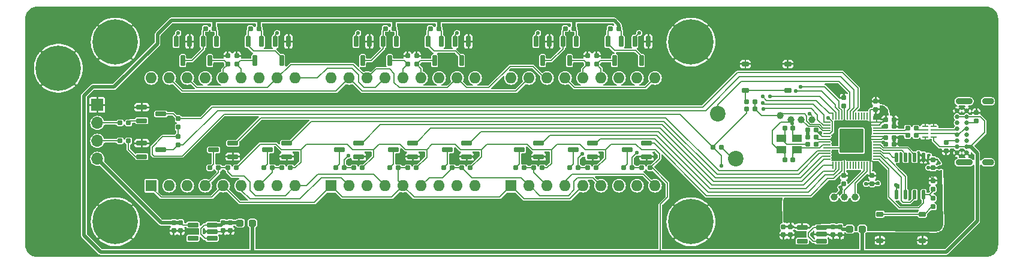
<source format=gbr>
%TF.GenerationSoftware,KiCad,Pcbnew,8.0.4*%
%TF.CreationDate,2024-09-01T22:21:07-05:00*%
%TF.ProjectId,caliper,63616c69-7065-4722-9e6b-696361645f70,rev?*%
%TF.SameCoordinates,Original*%
%TF.FileFunction,Copper,L2,Bot*%
%TF.FilePolarity,Positive*%
%FSLAX46Y46*%
G04 Gerber Fmt 4.6, Leading zero omitted, Abs format (unit mm)*
G04 Created by KiCad (PCBNEW 8.0.4) date 2024-09-01 22:21:07*
%MOMM*%
%LPD*%
G01*
G04 APERTURE LIST*
G04 Aperture macros list*
%AMRoundRect*
0 Rectangle with rounded corners*
0 $1 Rounding radius*
0 $2 $3 $4 $5 $6 $7 $8 $9 X,Y pos of 4 corners*
0 Add a 4 corners polygon primitive as box body*
4,1,4,$2,$3,$4,$5,$6,$7,$8,$9,$2,$3,0*
0 Add four circle primitives for the rounded corners*
1,1,$1+$1,$2,$3*
1,1,$1+$1,$4,$5*
1,1,$1+$1,$6,$7*
1,1,$1+$1,$8,$9*
0 Add four rect primitives between the rounded corners*
20,1,$1+$1,$2,$3,$4,$5,0*
20,1,$1+$1,$4,$5,$6,$7,0*
20,1,$1+$1,$6,$7,$8,$9,0*
20,1,$1+$1,$8,$9,$2,$3,0*%
G04 Aperture macros list end*
%TA.AperFunction,ComponentPad*%
%ADD10C,0.800000*%
%TD*%
%TA.AperFunction,ComponentPad*%
%ADD11C,6.400000*%
%TD*%
%TA.AperFunction,ComponentPad*%
%ADD12R,1.700000X1.700000*%
%TD*%
%TA.AperFunction,ComponentPad*%
%ADD13O,1.700000X1.700000*%
%TD*%
%TA.AperFunction,ComponentPad*%
%ADD14O,1.700000X0.900000*%
%TD*%
%TA.AperFunction,ComponentPad*%
%ADD15O,2.400000X0.900000*%
%TD*%
%TA.AperFunction,ComponentPad*%
%ADD16C,0.650000*%
%TD*%
%TA.AperFunction,ComponentPad*%
%ADD17R,1.600000X1.600000*%
%TD*%
%TA.AperFunction,ComponentPad*%
%ADD18O,1.600000X1.600000*%
%TD*%
%TA.AperFunction,ComponentPad*%
%ADD19C,2.200000*%
%TD*%
%TA.AperFunction,SMDPad,CuDef*%
%ADD20RoundRect,0.140000X0.360000X0.210000X-0.360000X0.210000X-0.360000X-0.210000X0.360000X-0.210000X0*%
%TD*%
%TA.AperFunction,SMDPad,CuDef*%
%ADD21C,1.000000*%
%TD*%
%TA.AperFunction,SMDPad,CuDef*%
%ADD22RoundRect,0.160000X0.160000X-0.197500X0.160000X0.197500X-0.160000X0.197500X-0.160000X-0.197500X0*%
%TD*%
%TA.AperFunction,SMDPad,CuDef*%
%ADD23RoundRect,0.130000X0.195000X-0.650000X0.195000X0.650000X-0.195000X0.650000X-0.195000X-0.650000X0*%
%TD*%
%TA.AperFunction,SMDPad,CuDef*%
%ADD24RoundRect,0.155000X0.212500X0.155000X-0.212500X0.155000X-0.212500X-0.155000X0.212500X-0.155000X0*%
%TD*%
%TA.AperFunction,SMDPad,CuDef*%
%ADD25RoundRect,0.160000X0.197500X0.160000X-0.197500X0.160000X-0.197500X-0.160000X0.197500X-0.160000X0*%
%TD*%
%TA.AperFunction,SMDPad,CuDef*%
%ADD26RoundRect,0.130000X-0.650000X-0.195000X0.650000X-0.195000X0.650000X0.195000X-0.650000X0.195000X0*%
%TD*%
%TA.AperFunction,SMDPad,CuDef*%
%ADD27RoundRect,0.130000X0.650000X0.195000X-0.650000X0.195000X-0.650000X-0.195000X0.650000X-0.195000X0*%
%TD*%
%TA.AperFunction,SMDPad,CuDef*%
%ADD28RoundRect,0.237500X0.287500X0.237500X-0.287500X0.237500X-0.287500X-0.237500X0.287500X-0.237500X0*%
%TD*%
%TA.AperFunction,SMDPad,CuDef*%
%ADD29RoundRect,0.100000X0.600000X0.450000X-0.600000X0.450000X-0.600000X-0.450000X0.600000X-0.450000X0*%
%TD*%
%TA.AperFunction,SMDPad,CuDef*%
%ADD30RoundRect,0.160000X-0.197500X-0.160000X0.197500X-0.160000X0.197500X0.160000X-0.197500X0.160000X0*%
%TD*%
%TA.AperFunction,SMDPad,CuDef*%
%ADD31RoundRect,0.155000X-0.155000X0.212500X-0.155000X-0.212500X0.155000X-0.212500X0.155000X0.212500X0*%
%TD*%
%TA.AperFunction,SMDPad,CuDef*%
%ADD32RoundRect,0.137500X0.137500X0.512500X-0.137500X0.512500X-0.137500X-0.512500X0.137500X-0.512500X0*%
%TD*%
%TA.AperFunction,SMDPad,CuDef*%
%ADD33RoundRect,0.155000X0.155000X-0.212500X0.155000X0.212500X-0.155000X0.212500X-0.155000X-0.212500X0*%
%TD*%
%TA.AperFunction,SMDPad,CuDef*%
%ADD34RoundRect,0.160000X-0.160000X0.197500X-0.160000X-0.197500X0.160000X-0.197500X0.160000X0.197500X0*%
%TD*%
%TA.AperFunction,SMDPad,CuDef*%
%ADD35RoundRect,0.155000X-0.212500X-0.155000X0.212500X-0.155000X0.212500X0.155000X-0.212500X0.155000X0*%
%TD*%
%TA.AperFunction,SMDPad,CuDef*%
%ADD36RoundRect,0.140000X-0.360000X-0.210000X0.360000X-0.210000X0.360000X0.210000X-0.360000X0.210000X0*%
%TD*%
%TA.AperFunction,SMDPad,CuDef*%
%ADD37RoundRect,0.040000X0.060000X-0.460000X0.060000X0.460000X-0.060000X0.460000X-0.060000X-0.460000X0*%
%TD*%
%TA.AperFunction,SMDPad,CuDef*%
%ADD38RoundRect,0.040000X-0.460000X-0.060000X0.460000X-0.060000X0.460000X0.060000X-0.460000X0.060000X0*%
%TD*%
%TA.AperFunction,SMDPad,CuDef*%
%ADD39RoundRect,0.100000X-1.600000X-1.600000X1.600000X-1.600000X1.600000X1.600000X-1.600000X1.600000X0*%
%TD*%
%TA.AperFunction,SMDPad,CuDef*%
%ADD40RoundRect,0.050000X-0.350000X0.050000X-0.350000X-0.050000X0.350000X-0.050000X0.350000X0.050000X0*%
%TD*%
%TA.AperFunction,ViaPad*%
%ADD41C,0.560000*%
%TD*%
%TA.AperFunction,ViaPad*%
%ADD42C,1.500000*%
%TD*%
%TA.AperFunction,Conductor*%
%ADD43C,0.508000*%
%TD*%
%TA.AperFunction,Conductor*%
%ADD44C,0.203200*%
%TD*%
%TA.AperFunction,Conductor*%
%ADD45C,0.152400*%
%TD*%
G04 APERTURE END LIST*
D10*
%TO.P,M5,1,Pin_1*%
%TO.N,GND*%
X-71400000Y9000000D03*
X-70697056Y10697056D03*
X-70697056Y7302944D03*
X-69000000Y11400000D03*
D11*
X-69000000Y9000000D03*
D10*
X-69000000Y6600000D03*
X-67302944Y10697056D03*
X-67302944Y7302944D03*
X-66600000Y9000000D03*
%TD*%
%TO.P,M1,1,Pin_1*%
%TO.N,GND*%
X-63360000Y12690000D03*
X-62657056Y14387056D03*
X-62657056Y10992944D03*
X-60960000Y15090000D03*
D11*
X-60960000Y12690000D03*
D10*
X-60960000Y10290000D03*
X-59262944Y14387056D03*
X-59262944Y10992944D03*
X-58560000Y12690000D03*
%TD*%
%TO.P,M3,1,Pin_1*%
%TO.N,GND*%
X17920000Y12690000D03*
X18622944Y14387056D03*
X18622944Y10992944D03*
X20320000Y15090000D03*
D11*
X20320000Y12690000D03*
D10*
X20320000Y10290000D03*
X22017056Y14387056D03*
X22017056Y10992944D03*
X22720000Y12690000D03*
%TD*%
D12*
%TO.P,J2,1,Pin_1*%
%TO.N,GND*%
X-63500000Y3800000D03*
D13*
%TO.P,J2,2,Pin_2*%
%TO.N,Net-(J2-Pin_2)*%
X-63500000Y1260000D03*
%TO.P,J2,3,Pin_3*%
%TO.N,Net-(J2-Pin_3)*%
X-63500000Y-1280000D03*
%TO.P,J2,4,Pin_4*%
%TO.N,+1V8*%
X-63500000Y-3820000D03*
%TD*%
D14*
%TO.P,J1,1*%
%TO.N,N/C*%
X62260000Y-4325000D03*
D15*
%TO.P,J1,2*%
X58880000Y-4325000D03*
D14*
%TO.P,J1,3*%
X62260000Y4325000D03*
D15*
%TO.P,J1,4*%
X58880000Y4325000D03*
D16*
%TO.P,J1,A1,GND*%
%TO.N,GND*%
X57900000Y-2975000D03*
%TO.P,J1,A4,V_{BUS}*%
%TO.N,VBUS*%
X57900000Y-2125000D03*
%TO.P,J1,A5,CC1*%
%TO.N,Net-(J1-CC1)*%
X57900000Y-1275000D03*
%TO.P,J1,A6,D+1*%
%TO.N,Net-(J1-D+1)*%
X57900000Y-425000D03*
%TO.P,J1,A7,D-1*%
%TO.N,Net-(J1-D-1)*%
X57900000Y425000D03*
%TO.P,J1,A8,SBU1*%
%TO.N,unconnected-(J1-SBU1-PadA8)*%
X57900000Y1275000D03*
%TO.P,J1,A9,V_{BUS}*%
%TO.N,VBUS*%
X57900000Y2125000D03*
%TO.P,J1,A12,GND*%
%TO.N,GND*%
X57900000Y2975000D03*
%TO.P,J1,B1,GND*%
X59250000Y2975000D03*
%TO.P,J1,B4,V_{BUS}*%
%TO.N,VBUS*%
X59250000Y2125000D03*
%TO.P,J1,B5,CC2*%
%TO.N,Net-(J1-CC2)*%
X59250000Y1275000D03*
%TO.P,J1,B6,D+2*%
%TO.N,Net-(J1-D+1)*%
X59250000Y425000D03*
%TO.P,J1,B7,D-2*%
%TO.N,Net-(J1-D-1)*%
X59250000Y-425000D03*
%TO.P,J1,B8,SBU2*%
%TO.N,unconnected-(J1-SBU2-PadB8)*%
X59250000Y-1275000D03*
%TO.P,J1,B9,V_{BUS}*%
%TO.N,VBUS*%
X59250000Y-2125000D03*
%TO.P,J1,B12,GND*%
%TO.N,GND*%
X59250000Y-2975000D03*
%TD*%
D17*
%TO.P,U4,1,E*%
%TO.N,Net-(U2A-E)*%
X-5080000Y-7630000D03*
D18*
%TO.P,U4,2,D*%
%TO.N,Net-(U2A-D)*%
X-2540000Y-7630000D03*
%TO.P,U4,3,C*%
%TO.N,Net-(U2A-C)*%
X0Y-7630000D03*
%TO.P,U4,4,DP*%
%TO.N,Net-(U2A-DP)*%
X2540000Y-7630000D03*
%TO.P,U4,5,E*%
%TO.N,Net-(U2A-E)*%
X5080000Y-7630000D03*
%TO.P,U4,6,D*%
%TO.N,Net-(U2A-D)*%
X7620000Y-7630000D03*
%TO.P,U4,7,G*%
%TO.N,Net-(U2A-G)*%
X10160000Y-7630000D03*
%TO.P,U4,8,C*%
%TO.N,Net-(U2A-C)*%
X12700000Y-7630000D03*
%TO.P,U4,9,DP*%
%TO.N,Net-(U2A-DP)*%
X15240000Y-7630000D03*
%TO.P,U4,10,B*%
%TO.N,Net-(U2A-B)*%
X15240000Y7610000D03*
%TO.P,U4,11,A*%
%TO.N,Net-(U2A-A)*%
X12700000Y7610000D03*
%TO.P,U4,12,F*%
%TO.N,Net-(U2A-F)*%
X10160000Y7610000D03*
%TO.P,U4,13,CA*%
%TO.N,Net-(Q1-D)*%
X7620000Y7610000D03*
%TO.P,U4,14,CA*%
%TO.N,Net-(Q2-D)*%
X5080000Y7610000D03*
%TO.P,U4,15,B*%
%TO.N,Net-(U2A-B)*%
X2540000Y7610000D03*
%TO.P,U4,16,A*%
%TO.N,Net-(U2A-A)*%
X0Y7610000D03*
%TO.P,U4,17,G*%
%TO.N,Net-(U2A-G)*%
X-2540000Y7610000D03*
%TO.P,U4,18,F*%
%TO.N,Net-(U2A-F)*%
X-5080000Y7610000D03*
%TD*%
D17*
%TO.P,U3,1,E*%
%TO.N,Net-(U2A-E)*%
X-30480000Y-7630000D03*
D18*
%TO.P,U3,2,D*%
%TO.N,Net-(U2A-D)*%
X-27940000Y-7630000D03*
%TO.P,U3,3,C*%
%TO.N,Net-(U2A-C)*%
X-25400000Y-7630000D03*
%TO.P,U3,4,DP*%
%TO.N,Net-(U2A-DP)*%
X-22860000Y-7630000D03*
%TO.P,U3,5,E*%
%TO.N,Net-(U2A-E)*%
X-20320000Y-7630000D03*
%TO.P,U3,6,D*%
%TO.N,Net-(U2A-D)*%
X-17780000Y-7630000D03*
%TO.P,U3,7,G*%
%TO.N,Net-(U2A-G)*%
X-15240000Y-7630000D03*
%TO.P,U3,8,C*%
%TO.N,Net-(U2A-C)*%
X-12700000Y-7630000D03*
%TO.P,U3,9,DP*%
%TO.N,Net-(U2A-DP)*%
X-10160000Y-7630000D03*
%TO.P,U3,10,B*%
%TO.N,Net-(U2A-B)*%
X-10160000Y7610000D03*
%TO.P,U3,11,A*%
%TO.N,Net-(U2A-A)*%
X-12700000Y7610000D03*
%TO.P,U3,12,F*%
%TO.N,Net-(U2A-F)*%
X-15240000Y7610000D03*
%TO.P,U3,13,CA*%
%TO.N,Net-(Q3-D)*%
X-17780000Y7610000D03*
%TO.P,U3,14,CA*%
%TO.N,Net-(Q4-D)*%
X-20320000Y7610000D03*
%TO.P,U3,15,B*%
%TO.N,Net-(U2A-B)*%
X-22860000Y7610000D03*
%TO.P,U3,16,A*%
%TO.N,Net-(U2A-A)*%
X-25400000Y7610000D03*
%TO.P,U3,17,G*%
%TO.N,Net-(U2A-G)*%
X-27940000Y7610000D03*
%TO.P,U3,18,F*%
%TO.N,Net-(U2A-F)*%
X-30480000Y7610000D03*
%TD*%
D10*
%TO.P,M4,1,Pin_1*%
%TO.N,GND*%
X17920000Y-12710000D03*
X18622944Y-11012944D03*
X18622944Y-14407056D03*
X20320000Y-10310000D03*
D11*
X20320000Y-12710000D03*
D10*
X20320000Y-15110000D03*
X22017056Y-11012944D03*
X22017056Y-14407056D03*
X22720000Y-12710000D03*
%TD*%
D19*
%TO.P,SW3,1,1*%
%TO.N,Net-(U6-P22)*%
X24130000Y2530000D03*
%TO.P,SW3,2,2*%
%TO.N,Net-(R42-Pad2)*%
X26670000Y-3820000D03*
%TD*%
D17*
%TO.P,U2,1,E*%
%TO.N,Net-(U2A-E)*%
X-55880000Y-7630000D03*
D18*
%TO.P,U2,2,D*%
%TO.N,Net-(U2A-D)*%
X-53340000Y-7630000D03*
%TO.P,U2,3,C*%
%TO.N,Net-(U2A-C)*%
X-50800000Y-7630000D03*
%TO.P,U2,4,DP*%
%TO.N,Net-(U2A-DP)*%
X-48260000Y-7630000D03*
%TO.P,U2,5,E*%
%TO.N,Net-(U2A-E)*%
X-45720000Y-7630000D03*
%TO.P,U2,6,D*%
%TO.N,Net-(U2A-D)*%
X-43180000Y-7630000D03*
%TO.P,U2,7,G*%
%TO.N,Net-(U2A-G)*%
X-40640000Y-7630000D03*
%TO.P,U2,8,C*%
%TO.N,Net-(U2A-C)*%
X-38100000Y-7630000D03*
%TO.P,U2,9,DP*%
%TO.N,Net-(U2A-DP)*%
X-35560000Y-7630000D03*
%TO.P,U2,10,B*%
%TO.N,Net-(U2A-B)*%
X-35560000Y7610000D03*
%TO.P,U2,11,A*%
%TO.N,Net-(U2A-A)*%
X-38100000Y7610000D03*
%TO.P,U2,12,F*%
%TO.N,Net-(U2A-F)*%
X-40640000Y7610000D03*
%TO.P,U2,13,CA*%
%TO.N,Net-(Q5-D)*%
X-43180000Y7610000D03*
%TO.P,U2,14,CA*%
%TO.N,Net-(Q6-D)*%
X-45720000Y7610000D03*
%TO.P,U2,15,B*%
%TO.N,Net-(U2A-B)*%
X-48260000Y7610000D03*
%TO.P,U2,16,A*%
%TO.N,Net-(U2A-A)*%
X-50800000Y7610000D03*
%TO.P,U2,17,G*%
%TO.N,Net-(U2A-G)*%
X-53340000Y7610000D03*
%TO.P,U2,18,F*%
%TO.N,Net-(U2A-F)*%
X-55880000Y7610000D03*
%TD*%
D10*
%TO.P,M2,1,Pin_1*%
%TO.N,GND*%
X-63360000Y-12710000D03*
X-62657056Y-11012944D03*
X-62657056Y-14407056D03*
X-60960000Y-10310000D03*
D11*
X-60960000Y-12710000D03*
D10*
X-60960000Y-15110000D03*
X-59262944Y-11012944D03*
X-59262944Y-14407056D03*
X-58560000Y-12710000D03*
%TD*%
D20*
%TO.P,SW2,1,1*%
%TO.N,Net-(R39-Pad2)*%
X53000000Y-11650000D03*
%TO.P,SW2,2,2*%
X47000000Y-11650000D03*
%TO.P,SW2,3,3*%
%TO.N,GND*%
X53000000Y-15350000D03*
%TO.P,SW2,4,4*%
X47000000Y-15350000D03*
%TD*%
D21*
%TO.P,tGND1,1*%
%TO.N,GND*%
X40500000Y-9250000D03*
%TD*%
D22*
%TO.P,R25,1*%
%TO.N,Net-(Q4-D)*%
X-19685000Y9552500D03*
%TO.P,R25,2*%
%TO.N,GND*%
X-19685000Y10747500D03*
%TD*%
D23*
%TO.P,Q1,1,G*%
%TO.N,Net-(Q1-G)*%
X8575000Y12780000D03*
%TO.P,Q1,2,S*%
%TO.N,VBUS*%
X10475000Y12780000D03*
%TO.P,Q1,3,D*%
%TO.N,Net-(Q1-D)*%
X9525000Y10080000D03*
%TD*%
%TO.P,Q8,1,G*%
%TO.N,/DIGIT_{1}*%
X-38415000Y12780000D03*
%TO.P,Q8,2,S*%
%TO.N,GND*%
X-36515000Y12780000D03*
%TO.P,Q8,3,D*%
%TO.N,Net-(Q5-G)*%
X-37465000Y10080000D03*
%TD*%
D24*
%TO.P,C18,1*%
%TO.N,Net-(U6-VREG_{OUT})*%
X37967500Y240000D03*
%TO.P,C18,2*%
%TO.N,GND*%
X36832500Y240000D03*
%TD*%
D22*
%TO.P,R26,1*%
%TO.N,Net-(Q3-D)*%
X-18415000Y9552500D03*
%TO.P,R26,2*%
%TO.N,GND*%
X-18415000Y10747500D03*
%TD*%
D25*
%TO.P,R7,1*%
%TO.N,VBUS*%
X-43852500Y-5090000D03*
%TO.P,R7,2*%
%TO.N,Net-(U2A-DP)*%
X-45047500Y-5090000D03*
%TD*%
D26*
%TO.P,Q19,1,G*%
%TO.N,/SEG_G*%
X-36750000Y-1600000D03*
%TO.P,Q19,2,S*%
%TO.N,GND*%
X-36750000Y-3500000D03*
%TO.P,Q19,3,D*%
%TO.N,Net-(Q19-D)*%
X-39450000Y-2550000D03*
%TD*%
D25*
%TO.P,R30,1*%
%TO.N,Net-(U6-RUN)*%
X29347500Y4250000D03*
%TO.P,R30,2*%
%TO.N,Net-(R30-Pad2)*%
X28152500Y4250000D03*
%TD*%
D23*
%TO.P,Q6,1,G*%
%TO.N,Net-(Q6-G)*%
X-48575000Y12780000D03*
%TO.P,Q6,2,S*%
%TO.N,VBUS*%
X-46675000Y12780000D03*
%TO.P,Q6,3,D*%
%TO.N,Net-(Q6-D)*%
X-47625000Y10080000D03*
%TD*%
D27*
%TO.P,U5,1,VIN*%
%TO.N,Net-(U5-EN)*%
X-47299000Y-13157000D03*
%TO.P,U5,2,GND*%
%TO.N,GND*%
X-47299000Y-14107000D03*
%TO.P,U5,3,EN*%
%TO.N,Net-(U5-EN)*%
X-47299000Y-15057000D03*
%TO.P,U5,4,NC*%
%TO.N,unconnected-(U5-NC-Pad4)*%
X-49999000Y-15057000D03*
%TO.P,U5,5,VOUT*%
%TO.N,+1V8*%
X-49999000Y-13157000D03*
%TD*%
D28*
%TO.P,FB2,1*%
%TO.N,VBUS*%
X-41595001Y-12912500D03*
%TO.P,FB2,2*%
%TO.N,Net-(U5-EN)*%
X-43345001Y-12912500D03*
%TD*%
D22*
%TO.P,R35,1*%
%TO.N,/CLK*%
X-52070000Y-1877500D03*
%TO.P,R35,2*%
%TO.N,VCC*%
X-52070000Y-682500D03*
%TD*%
D25*
%TO.P,R5,1*%
%TO.N,VBUS*%
X3772500Y14605000D03*
%TO.P,R5,2*%
%TO.N,Net-(Q11-D)*%
X2577500Y14605000D03*
%TD*%
%TO.P,R6,1*%
%TO.N,VBUS*%
X10122500Y14605000D03*
%TO.P,R6,2*%
%TO.N,Net-(Q1-G)*%
X8927500Y14605000D03*
%TD*%
D22*
%TO.P,R24,1*%
%TO.N,Net-(Q5-D)*%
X-43815000Y9562500D03*
%TO.P,R24,2*%
%TO.N,GND*%
X-43815000Y10757500D03*
%TD*%
%TO.P,R28,1*%
%TO.N,Net-(Q1-D)*%
X6985000Y9552500D03*
%TO.P,R28,2*%
%TO.N,GND*%
X6985000Y10747500D03*
%TD*%
D29*
%TO.P,X1,1,1*%
%TO.N,Net-(U6-X_{IN})*%
X35249999Y-2550000D03*
%TO.P,X1,2,2*%
%TO.N,GND*%
X33049999Y-2550000D03*
%TO.P,X1,3,3*%
%TO.N,Net-(C21-Pad1)*%
X33049999Y-950000D03*
%TO.P,X1,4,4*%
%TO.N,GND*%
X35249999Y-950000D03*
%TD*%
D26*
%TO.P,Q16,1,G*%
%TO.N,/SEG_D*%
X-11350000Y-1600000D03*
%TO.P,Q16,2,S*%
%TO.N,GND*%
X-11350000Y-3500000D03*
%TO.P,Q16,3,D*%
%TO.N,Net-(Q16-D)*%
X-14050000Y-2550000D03*
%TD*%
D23*
%TO.P,Q12,1,G*%
%TO.N,/DIGIT_{5}*%
X12385000Y12780000D03*
%TO.P,Q12,2,S*%
%TO.N,GND*%
X14285000Y12780000D03*
%TO.P,Q12,3,D*%
%TO.N,Net-(Q1-G)*%
X13335000Y10080000D03*
%TD*%
D25*
%TO.P,R2,1*%
%TO.N,VBUS*%
X-40677500Y14605000D03*
%TO.P,R2,2*%
%TO.N,Net-(Q5-G)*%
X-41872500Y14605000D03*
%TD*%
D30*
%TO.P,R29,1*%
%TO.N,VCC*%
X28152500Y3250000D03*
%TO.P,R29,2*%
%TO.N,Net-(U6-RUN)*%
X29347500Y3250000D03*
%TD*%
D25*
%TO.P,R38,1*%
%TO.N,Net-(U6-X_{OUT})*%
X37997499Y-1750000D03*
%TO.P,R38,2*%
%TO.N,Net-(C21-Pad1)*%
X36802499Y-1750000D03*
%TD*%
%TO.P,R1,1*%
%TO.N,VBUS*%
X-47027500Y14605000D03*
%TO.P,R1,2*%
%TO.N,Net-(Q6-G)*%
X-48222500Y14605000D03*
%TD*%
D31*
%TO.P,C13,1*%
%TO.N,VCC*%
X41900000Y-6182500D03*
%TO.P,C13,2*%
%TO.N,GND*%
X41900000Y-7317500D03*
%TD*%
D23*
%TO.P,Q10,1,G*%
%TO.N,/DIGIT_{3}*%
X-13015000Y12780000D03*
%TO.P,Q10,2,S*%
%TO.N,GND*%
X-11115000Y12780000D03*
%TO.P,Q10,3,D*%
%TO.N,Net-(Q10-D)*%
X-12065000Y10080000D03*
%TD*%
%TO.P,Q5,1,G*%
%TO.N,Net-(Q5-G)*%
X-42225000Y12780000D03*
%TO.P,Q5,2,S*%
%TO.N,VBUS*%
X-40325000Y12780000D03*
%TO.P,Q5,3,D*%
%TO.N,Net-(Q5-D)*%
X-41275000Y10080000D03*
%TD*%
D25*
%TO.P,R4,1*%
%TO.N,VBUS*%
X-15277500Y14605000D03*
%TO.P,R4,2*%
%TO.N,Net-(Q10-D)*%
X-16472500Y14605000D03*
%TD*%
%TO.P,R3,1*%
%TO.N,VBUS*%
X-21627500Y14605000D03*
%TO.P,R3,2*%
%TO.N,Net-(Q4-G)*%
X-22822500Y14605000D03*
%TD*%
%TO.P,R12,1*%
%TO.N,VBUS*%
X-672500Y-5090000D03*
%TO.P,R12,2*%
%TO.N,Net-(U2A-C)*%
X-1867500Y-5090000D03*
%TD*%
D23*
%TO.P,Q3,1,G*%
%TO.N,Net-(Q10-D)*%
X-16825000Y12780000D03*
%TO.P,Q3,2,S*%
%TO.N,VBUS*%
X-14925000Y12780000D03*
%TO.P,Q3,3,D*%
%TO.N,Net-(Q3-D)*%
X-15875000Y10080000D03*
%TD*%
D31*
%TO.P,C2,1*%
%TO.N,Net-(U1-EN)*%
X40368358Y-13432500D03*
%TO.P,C2,2*%
%TO.N,GND*%
X40368358Y-14567500D03*
%TD*%
D22*
%TO.P,R27,1*%
%TO.N,Net-(Q2-D)*%
X5715000Y9562500D03*
%TO.P,R27,2*%
%TO.N,GND*%
X5715000Y10757500D03*
%TD*%
D32*
%TO.P,U7,1,~{CS}*%
%TO.N,Net-(U6-QSPI_{~{SS}})*%
X53155000Y-8900000D03*
%TO.P,U7,2,D1*%
%TO.N,Net-(U6-QSPI_{SD1})*%
X51885000Y-8900000D03*
%TO.P,U7,3,D2*%
%TO.N,Net-(U6-QSPI_{SD2})*%
X50615000Y-8900000D03*
%TO.P,U7,4,GND*%
%TO.N,GND*%
X49345000Y-8900000D03*
%TO.P,U7,5,D0*%
%TO.N,Net-(U6-QSPI_{SD0})*%
X49345000Y-3600000D03*
%TO.P,U7,6,CLK*%
%TO.N,Net-(U6-QSPI_{CLK})*%
X50615000Y-3600000D03*
%TO.P,U7,7,D3*%
%TO.N,Net-(U6-QSPI_{SD3})*%
X51885000Y-3600000D03*
%TO.P,U7,8,VCC*%
%TO.N,VCC*%
X53155000Y-3600000D03*
%TD*%
D28*
%TO.P,FB1,1*%
%TO.N,VBUS*%
X44493358Y-13750000D03*
%TO.P,FB1,2*%
%TO.N,Net-(U1-EN)*%
X42743358Y-13750000D03*
%TD*%
D33*
%TO.P,C15,1*%
%TO.N,VCC*%
X41899999Y3682500D03*
%TO.P,C15,2*%
%TO.N,GND*%
X41899999Y4817500D03*
%TD*%
D23*
%TO.P,Q9,1,G*%
%TO.N,/DIGIT_{2}*%
X-26985000Y12780000D03*
%TO.P,Q9,2,S*%
%TO.N,GND*%
X-25085000Y12780000D03*
%TO.P,Q9,3,D*%
%TO.N,Net-(Q4-G)*%
X-26035000Y10080000D03*
%TD*%
D25*
%TO.P,R15,1*%
%TO.N,Net-(U2A-DP)*%
X-46392500Y-5090000D03*
%TO.P,R15,2*%
%TO.N,Net-(Q20-D)*%
X-47587500Y-5090000D03*
%TD*%
D23*
%TO.P,Q11,1,G*%
%TO.N,/DIGIT_{4}*%
X-1585000Y12780000D03*
%TO.P,Q11,2,S*%
%TO.N,GND*%
X315000Y12780000D03*
%TO.P,Q11,3,D*%
%TO.N,Net-(Q11-D)*%
X-635000Y10080000D03*
%TD*%
D30*
%TO.P,R42,1*%
%TO.N,VCC*%
X23432500Y-2190000D03*
%TO.P,R42,2*%
%TO.N,Net-(R42-Pad2)*%
X24627500Y-2190000D03*
%TD*%
D34*
%TO.P,R39,1*%
%TO.N,Net-(U6-QSPI_{~{SS}})*%
X54500000Y-9402500D03*
%TO.P,R39,2*%
%TO.N,Net-(R39-Pad2)*%
X54500000Y-10597500D03*
%TD*%
D25*
%TO.P,R8,1*%
%TO.N,VBUS*%
X-36232500Y-5090000D03*
%TO.P,R8,2*%
%TO.N,Net-(U2A-G)*%
X-37427500Y-5090000D03*
%TD*%
D26*
%TO.P,Q15,1,G*%
%TO.N,/SEG_C*%
X-1190000Y-1600000D03*
%TO.P,Q15,2,S*%
%TO.N,GND*%
X-1190000Y-3500000D03*
%TO.P,Q15,3,D*%
%TO.N,Net-(Q15-D)*%
X-3890000Y-2550000D03*
%TD*%
D31*
%TO.P,C6,1*%
%TO.N,Net-(U5-EN)*%
X-45720000Y-12845000D03*
%TO.P,C6,2*%
%TO.N,GND*%
X-45720000Y-13980000D03*
%TD*%
D35*
%TO.P,C12,1*%
%TO.N,VCC*%
X47832500Y-790000D03*
%TO.P,C12,2*%
%TO.N,GND*%
X48967500Y-790000D03*
%TD*%
D22*
%TO.P,R33,1*%
%TO.N,Net-(J1-CC2)*%
X60600000Y1502500D03*
%TO.P,R33,2*%
%TO.N,GND*%
X60600000Y2697500D03*
%TD*%
D25*
%TO.P,R10,1*%
%TO.N,VBUS*%
X-18452500Y-5090000D03*
%TO.P,R10,2*%
%TO.N,Net-(U2A-E)*%
X-19647500Y-5090000D03*
%TD*%
D31*
%TO.P,C11,1*%
%TO.N,VCC*%
X45899999Y-6182500D03*
%TO.P,C11,2*%
%TO.N,GND*%
X45899999Y-7317500D03*
%TD*%
D21*
%TO.P,tSWCLK1,1*%
%TO.N,Net-(U6-SWCLK)*%
X37399999Y1750000D03*
%TD*%
D30*
%TO.P,R41,1*%
%TO.N,Net-(J2-Pin_2)*%
X-60287500Y1260000D03*
%TO.P,R41,2*%
%TO.N,Net-(Q22-B)*%
X-59092500Y1260000D03*
%TD*%
D26*
%TO.P,Q20,1,G*%
%TO.N,/SEG_DP*%
X-44370000Y-1600000D03*
%TO.P,Q20,2,S*%
%TO.N,GND*%
X-44370000Y-3500000D03*
%TO.P,Q20,3,D*%
%TO.N,Net-(Q20-D)*%
X-47070000Y-2550000D03*
%TD*%
D35*
%TO.P,C17,1*%
%TO.N,Net-(U6-VREG_{OUT})*%
X47832499Y-1750000D03*
%TO.P,C17,2*%
%TO.N,GND*%
X48967499Y-1750000D03*
%TD*%
D31*
%TO.P,C5,1*%
%TO.N,Net-(U5-EN)*%
X-44720000Y-12845000D03*
%TO.P,C5,2*%
%TO.N,GND*%
X-44720000Y-13980000D03*
%TD*%
%TO.P,C8,1*%
%TO.N,+1V8*%
X-52720000Y-12844999D03*
%TO.P,C8,2*%
%TO.N,GND*%
X-52720000Y-13979999D03*
%TD*%
D26*
%TO.P,Q18,1,G*%
%TO.N,/SEG_F*%
X-26590000Y-1600000D03*
%TO.P,Q18,2,S*%
%TO.N,GND*%
X-26590000Y-3500000D03*
%TO.P,Q18,3,D*%
%TO.N,Net-(Q18-D)*%
X-29290000Y-2550000D03*
%TD*%
D34*
%TO.P,R32,1*%
%TO.N,Net-(J1-CC1)*%
X56320000Y-1502500D03*
%TO.P,R32,2*%
%TO.N,GND*%
X56320000Y-2697500D03*
%TD*%
D26*
%TO.P,Q13,1,G*%
%TO.N,/SEG_A*%
X14050000Y-1600000D03*
%TO.P,Q13,2,S*%
%TO.N,GND*%
X14050000Y-3500000D03*
%TO.P,Q13,3,D*%
%TO.N,Net-(Q13-D)*%
X11350000Y-2550000D03*
%TD*%
D21*
%TO.P,tRUN1,1*%
%TO.N,Net-(U6-RUN)*%
X32899999Y2300000D03*
%TD*%
D23*
%TO.P,Q4,1,G*%
%TO.N,Net-(Q4-G)*%
X-23175000Y12780000D03*
%TO.P,Q4,2,S*%
%TO.N,VBUS*%
X-21275000Y12780000D03*
%TO.P,Q4,3,D*%
%TO.N,Net-(Q4-D)*%
X-22225000Y10080000D03*
%TD*%
D25*
%TO.P,R20,1*%
%TO.N,Net-(U2A-C)*%
X-3212500Y-5090000D03*
%TO.P,R20,2*%
%TO.N,Net-(Q15-D)*%
X-4407500Y-5090000D03*
%TD*%
D31*
%TO.P,C19,1*%
%TO.N,VCC*%
X54500000Y-3932500D03*
%TO.P,C19,2*%
%TO.N,GND*%
X54500000Y-5067500D03*
%TD*%
D35*
%TO.P,C21,1*%
%TO.N,Net-(C21-Pad1)*%
X33582499Y500000D03*
%TO.P,C21,2*%
%TO.N,GND*%
X34717499Y500000D03*
%TD*%
D34*
%TO.P,R37,1*%
%TO.N,VCC*%
X54500000Y-6902500D03*
%TO.P,R37,2*%
%TO.N,Net-(U6-QSPI_{~{SS}})*%
X54500000Y-8097500D03*
%TD*%
D21*
%TO.P,tGND2,1*%
%TO.N,GND*%
X34399999Y1750000D03*
%TD*%
D30*
%TO.P,R31,1*%
%TO.N,Net-(U6-USB_{D+})*%
X50902500Y-500000D03*
%TO.P,R31,2*%
%TO.N,Net-(D1-Pad6)*%
X52097500Y-500000D03*
%TD*%
D25*
%TO.P,R11,1*%
%TO.N,VBUS*%
X-10832500Y-5090000D03*
%TO.P,R11,2*%
%TO.N,Net-(U2A-D)*%
X-12027500Y-5090000D03*
%TD*%
D31*
%TO.P,C7,1*%
%TO.N,+1V8*%
X-51719999Y-12845000D03*
%TO.P,C7,2*%
%TO.N,GND*%
X-51719999Y-13980000D03*
%TD*%
D27*
%TO.P,Q22,1,B*%
%TO.N,Net-(Q22-B)*%
X-57230000Y1580000D03*
%TO.P,Q22,2,E*%
%TO.N,GND*%
X-57230000Y3480000D03*
%TO.P,Q22,3,C*%
%TO.N,/DATA*%
X-54530000Y2530000D03*
%TD*%
D33*
%TO.P,C14,1*%
%TO.N,VCC*%
X46399999Y3182500D03*
%TO.P,C14,2*%
%TO.N,GND*%
X46399999Y4317500D03*
%TD*%
D25*
%TO.P,R19,1*%
%TO.N,Net-(U2A-D)*%
X-13372500Y-5090000D03*
%TO.P,R19,2*%
%TO.N,Net-(Q16-D)*%
X-14567500Y-5090000D03*
%TD*%
%TO.P,R17,1*%
%TO.N,Net-(U2A-F)*%
X-28612500Y-5090000D03*
%TO.P,R17,2*%
%TO.N,Net-(Q18-D)*%
X-29807500Y-5090000D03*
%TD*%
D30*
%TO.P,R36,1*%
%TO.N,Net-(J2-Pin_3)*%
X-60287500Y-1280000D03*
%TO.P,R36,2*%
%TO.N,Net-(Q21-B)*%
X-59092500Y-1280000D03*
%TD*%
D36*
%TO.P,SW1,1,1*%
%TO.N,Net-(R30-Pad2)*%
X28000000Y5900000D03*
%TO.P,SW1,2,2*%
X34000000Y5900000D03*
%TO.P,SW1,3,3*%
%TO.N,GND*%
X28000000Y9600000D03*
%TO.P,SW1,4,4*%
X34000000Y9600000D03*
%TD*%
D31*
%TO.P,C1,1*%
%TO.N,Net-(U1-EN)*%
X41368358Y-13432500D03*
%TO.P,C1,2*%
%TO.N,GND*%
X41368358Y-14567500D03*
%TD*%
D21*
%TO.P,tTX1,1*%
%TO.N,Net-(U6-P0)*%
X43500000Y-9250000D03*
%TD*%
D31*
%TO.P,C3,1*%
%TO.N,VCC*%
X34368358Y-13432500D03*
%TO.P,C3,2*%
%TO.N,GND*%
X34368358Y-14567500D03*
%TD*%
D25*
%TO.P,R9,1*%
%TO.N,VBUS*%
X-26072500Y-5090000D03*
%TO.P,R9,2*%
%TO.N,Net-(U2A-F)*%
X-27267500Y-5090000D03*
%TD*%
%TO.P,R34,1*%
%TO.N,Net-(D1-Pad7)*%
X52097500Y500000D03*
%TO.P,R34,2*%
%TO.N,Net-(U6-USB_{D-})*%
X50902500Y500000D03*
%TD*%
D24*
%TO.P,C10,1*%
%TO.N,VCC*%
X37967499Y-750000D03*
%TO.P,C10,2*%
%TO.N,GND*%
X36832499Y-750000D03*
%TD*%
D25*
%TO.P,R22,1*%
%TO.N,Net-(U2A-A)*%
X12027500Y-5090000D03*
%TO.P,R22,2*%
%TO.N,Net-(Q13-D)*%
X10832500Y-5090000D03*
%TD*%
D35*
%TO.P,C9,1*%
%TO.N,VCC*%
X47832499Y1750000D03*
%TO.P,C9,2*%
%TO.N,GND*%
X48967499Y1750000D03*
%TD*%
D37*
%TO.P,U6,1,VDD_{IO}*%
%TO.N,VCC*%
X45600000Y-4750000D03*
%TO.P,U6,2,P0*%
%TO.N,Net-(U6-P0)*%
X45200000Y-4750000D03*
%TO.P,U6,3,P1*%
%TO.N,Net-(U6-P1)*%
X44800000Y-4750000D03*
%TO.P,U6,4,P2*%
%TO.N,unconnected-(U6-P2-Pad4)*%
X44400000Y-4750000D03*
%TO.P,U6,5,P3*%
%TO.N,unconnected-(U6-P3-Pad5)*%
X44000000Y-4750000D03*
%TO.P,U6,6,P4*%
%TO.N,unconnected-(U6-P4-Pad6)*%
X43600000Y-4750000D03*
%TO.P,U6,7,P5*%
%TO.N,unconnected-(U6-P5-Pad7)*%
X43200000Y-4750000D03*
%TO.P,U6,8,P6*%
%TO.N,unconnected-(U6-P6-Pad8)*%
X42800000Y-4750000D03*
%TO.P,U6,9,P7*%
%TO.N,unconnected-(U6-P7-Pad9)*%
X42400000Y-4750000D03*
%TO.P,U6,10,VDD_{IO}*%
%TO.N,VCC*%
X42000000Y-4750000D03*
%TO.P,U6,11,P8*%
%TO.N,/SEG_A*%
X41600000Y-4750000D03*
%TO.P,U6,12,P9*%
%TO.N,/SEG_B*%
X41200000Y-4750000D03*
%TO.P,U6,13,P10*%
%TO.N,/SEG_C*%
X40800000Y-4750000D03*
%TO.P,U6,14,P11*%
%TO.N,/SEG_D*%
X40400000Y-4750000D03*
D38*
%TO.P,U6,15,P12*%
%TO.N,/SEG_E*%
X39500000Y-3850000D03*
%TO.P,U6,16,P13*%
%TO.N,/SEG_F*%
X39500000Y-3450000D03*
%TO.P,U6,17,P14*%
%TO.N,/SEG_G*%
X39500000Y-3050000D03*
%TO.P,U6,18,P15*%
%TO.N,/SEG_DP*%
X39500000Y-2650000D03*
%TO.P,U6,19,GND*%
%TO.N,GND*%
X39500000Y-2250000D03*
%TO.P,U6,20,X_{IN}*%
%TO.N,Net-(U6-X_{IN})*%
X39500000Y-1850000D03*
%TO.P,U6,21,X_{OUT}*%
%TO.N,Net-(U6-X_{OUT})*%
X39500000Y-1450000D03*
%TO.P,U6,22,VDD_{IO}*%
%TO.N,VCC*%
X39500000Y-1050000D03*
%TO.P,U6,23,VDD_{D}*%
%TO.N,Net-(U6-VREG_{OUT})*%
X39500000Y-650000D03*
%TO.P,U6,24,SWCLK*%
%TO.N,Net-(U6-SWCLK)*%
X39500000Y-250000D03*
%TO.P,U6,25,SWDIO*%
%TO.N,Net-(U6-SWDIO)*%
X39500000Y150000D03*
%TO.P,U6,26,RUN*%
%TO.N,Net-(U6-RUN)*%
X39500000Y550000D03*
%TO.P,U6,27,P16*%
%TO.N,/DIGIT_{0}*%
X39500000Y950000D03*
%TO.P,U6,28,P17*%
%TO.N,/DIGIT_{1}*%
X39500000Y1350000D03*
D37*
%TO.P,U6,29,P18*%
%TO.N,/DIGIT_{2}*%
X40400000Y2250000D03*
%TO.P,U6,30,P19*%
%TO.N,/DIGIT_{3}*%
X40800000Y2250000D03*
%TO.P,U6,31,P20*%
%TO.N,/DIGIT_{4}*%
X41200000Y2250000D03*
%TO.P,U6,32,P21*%
%TO.N,/DIGIT_{5}*%
X41600000Y2250000D03*
%TO.P,U6,33,VDD_{IO}*%
%TO.N,VCC*%
X42000000Y2250000D03*
%TO.P,U6,34,P22*%
%TO.N,Net-(U6-P22)*%
X42400000Y2250000D03*
%TO.P,U6,35,P23*%
%TO.N,/CLK*%
X42800000Y2250000D03*
%TO.P,U6,36,P24*%
%TO.N,/DATA*%
X43200000Y2250000D03*
%TO.P,U6,37,P25*%
%TO.N,unconnected-(U6-P25-Pad37)*%
X43600000Y2250000D03*
%TO.P,U6,38,P26/A0*%
%TO.N,unconnected-(U6-P26{slash}A0-Pad38)*%
X44000000Y2250000D03*
%TO.P,U6,39,P27/A1*%
%TO.N,unconnected-(U6-P27{slash}A1-Pad39)*%
X44400000Y2250000D03*
%TO.P,U6,40,P28/A2*%
%TO.N,unconnected-(U6-P28{slash}A2-Pad40)*%
X44800000Y2250000D03*
%TO.P,U6,41,P29/A3*%
%TO.N,unconnected-(U6-P29{slash}A3-Pad41)*%
X45200000Y2250000D03*
%TO.P,U6,42,VDD_{IO}*%
%TO.N,VCC*%
X45600000Y2250000D03*
D38*
%TO.P,U6,43,VDD_{ADC}*%
X46500000Y1350000D03*
%TO.P,U6,44,VREG_{IN}*%
X46500000Y950000D03*
%TO.P,U6,45,VREG_{OUT}*%
%TO.N,Net-(U6-VREG_{OUT})*%
X46500000Y550000D03*
%TO.P,U6,46,USB_{D-}*%
%TO.N,Net-(U6-USB_{D-})*%
X46500000Y150000D03*
%TO.P,U6,47,USB_{D+}*%
%TO.N,Net-(U6-USB_{D+})*%
X46500000Y-250000D03*
%TO.P,U6,48,VDD_{USB}*%
%TO.N,VCC*%
X46500000Y-650000D03*
%TO.P,U6,49,VDD_{IO}*%
X46500000Y-1050000D03*
%TO.P,U6,50,VDD_{D}*%
%TO.N,Net-(U6-VREG_{OUT})*%
X46500000Y-1450000D03*
%TO.P,U6,51,QSPI_{SD3}*%
%TO.N,Net-(U6-QSPI_{SD3})*%
X46500000Y-1850000D03*
%TO.P,U6,52,QSPI_{CLK}*%
%TO.N,Net-(U6-QSPI_{CLK})*%
X46500000Y-2250000D03*
%TO.P,U6,53,QSPI_{SD0}*%
%TO.N,Net-(U6-QSPI_{SD0})*%
X46500000Y-2650000D03*
%TO.P,U6,54,QSPI_{SD2}*%
%TO.N,Net-(U6-QSPI_{SD2})*%
X46500000Y-3050000D03*
%TO.P,U6,55,QSPI_{SD1}*%
%TO.N,Net-(U6-QSPI_{SD1})*%
X46500000Y-3450000D03*
%TO.P,U6,56,QSPI_{~{SS}}*%
%TO.N,Net-(U6-QSPI_{~{SS}})*%
X46500000Y-3850000D03*
D39*
%TO.P,U6,EP,GND*%
%TO.N,GND*%
X43000000Y-1250000D03*
%TD*%
D26*
%TO.P,Q14,1,G*%
%TO.N,/SEG_B*%
X6430000Y-1600000D03*
%TO.P,Q14,2,S*%
%TO.N,GND*%
X6430000Y-3500000D03*
%TO.P,Q14,3,D*%
%TO.N,Net-(Q14-D)*%
X3730000Y-2550000D03*
%TD*%
D35*
%TO.P,C16,1*%
%TO.N,Net-(U6-VREG_{OUT})*%
X47832499Y750000D03*
%TO.P,C16,2*%
%TO.N,GND*%
X48967499Y750000D03*
%TD*%
D21*
%TO.P,tRX1,1*%
%TO.N,Net-(U6-P1)*%
X42000000Y-9250000D03*
%TD*%
D34*
%TO.P,R40,1*%
%TO.N,/DATA*%
X-52070000Y1857500D03*
%TO.P,R40,2*%
%TO.N,VCC*%
X-52070000Y662500D03*
%TD*%
D23*
%TO.P,Q7,1,G*%
%TO.N,/DIGIT_{0}*%
X-52385000Y12780000D03*
%TO.P,Q7,2,S*%
%TO.N,GND*%
X-50485000Y12780000D03*
%TO.P,Q7,3,D*%
%TO.N,Net-(Q6-G)*%
X-51435000Y10080000D03*
%TD*%
D21*
%TO.P,tSWDIO1,1*%
%TO.N,Net-(U6-SWDIO)*%
X35899999Y1750000D03*
%TD*%
D26*
%TO.P,Q17,1,G*%
%TO.N,/SEG_E*%
X-18970000Y-1600000D03*
%TO.P,Q17,2,S*%
%TO.N,GND*%
X-18970000Y-3500000D03*
%TO.P,Q17,3,D*%
%TO.N,Net-(Q17-D)*%
X-21670000Y-2550000D03*
%TD*%
D27*
%TO.P,U1,1,VIN*%
%TO.N,Net-(U1-EN)*%
X38718358Y-13550000D03*
%TO.P,U1,2,GND*%
%TO.N,GND*%
X38718358Y-14500000D03*
%TO.P,U1,3,EN*%
%TO.N,Net-(U1-EN)*%
X38718358Y-15450000D03*
%TO.P,U1,4,NC*%
%TO.N,unconnected-(U1-NC-Pad4)*%
X36018358Y-15450000D03*
%TO.P,U1,5,VOUT*%
%TO.N,VCC*%
X36018358Y-13550000D03*
%TD*%
D25*
%TO.P,R18,1*%
%TO.N,Net-(U2A-E)*%
X-20992500Y-5090000D03*
%TO.P,R18,2*%
%TO.N,Net-(Q17-D)*%
X-22187500Y-5090000D03*
%TD*%
D22*
%TO.P,R23,1*%
%TO.N,Net-(Q6-D)*%
X-45085000Y9562500D03*
%TO.P,R23,2*%
%TO.N,GND*%
X-45085000Y10757500D03*
%TD*%
D27*
%TO.P,Q21,1,B*%
%TO.N,Net-(Q21-B)*%
X-57230000Y-3500000D03*
%TO.P,Q21,2,E*%
%TO.N,GND*%
X-57230000Y-1600000D03*
%TO.P,Q21,3,C*%
%TO.N,/CLK*%
X-54530000Y-2550000D03*
%TD*%
D25*
%TO.P,R14,1*%
%TO.N,VBUS*%
X14567500Y-5090000D03*
%TO.P,R14,2*%
%TO.N,Net-(U2A-A)*%
X13372500Y-5090000D03*
%TD*%
%TO.P,R21,1*%
%TO.N,Net-(U2A-B)*%
X4407500Y-5090000D03*
%TO.P,R21,2*%
%TO.N,Net-(Q14-D)*%
X3212500Y-5090000D03*
%TD*%
D23*
%TO.P,Q2,1,G*%
%TO.N,Net-(Q11-D)*%
X2225000Y12780000D03*
%TO.P,Q2,2,S*%
%TO.N,VBUS*%
X4125000Y12780000D03*
%TO.P,Q2,3,D*%
%TO.N,Net-(Q2-D)*%
X3175000Y10080000D03*
%TD*%
D25*
%TO.P,R16,1*%
%TO.N,Net-(U2A-G)*%
X-38772500Y-5090000D03*
%TO.P,R16,2*%
%TO.N,Net-(Q19-D)*%
X-39967500Y-5090000D03*
%TD*%
D31*
%TO.P,C4,1*%
%TO.N,VCC*%
X33368358Y-13432500D03*
%TO.P,C4,2*%
%TO.N,GND*%
X33368358Y-14567500D03*
%TD*%
D40*
%TO.P,D1,1*%
%TO.N,GND*%
X54600000Y750000D03*
%TO.P,D1,2*%
%TO.N,Net-(J1-D-1)*%
X54600000Y250000D03*
%TO.P,D1,3*%
%TO.N,Net-(J1-D+1)*%
X54600000Y-250000D03*
%TO.P,D1,4*%
%TO.N,VBUS*%
X54600000Y-750000D03*
%TO.P,D1,5*%
%TO.N,GND*%
X53400000Y-750000D03*
%TO.P,D1,6*%
%TO.N,Net-(D1-Pad6)*%
X53400000Y-250000D03*
%TO.P,D1,7*%
%TO.N,Net-(D1-Pad7)*%
X53400000Y250000D03*
%TO.P,D1,8*%
%TO.N,GND*%
X53400000Y750000D03*
%TD*%
D24*
%TO.P,C20,1*%
%TO.N,Net-(U6-X_{IN})*%
X34717499Y-4000000D03*
%TO.P,C20,2*%
%TO.N,GND*%
X33582499Y-4000000D03*
%TD*%
D25*
%TO.P,R13,1*%
%TO.N,VBUS*%
X6947500Y-5090000D03*
%TO.P,R13,2*%
%TO.N,Net-(U2A-B)*%
X5752500Y-5090000D03*
%TD*%
D41*
%TO.N,GND*%
X-36440000Y14170000D03*
X-54750000Y5750000D03*
X12750000Y5500000D03*
X0Y-3500000D03*
X53400000Y1340000D03*
X-53500000Y750000D03*
X41900000Y5500000D03*
X14750000Y-15750000D03*
D42*
X42100000Y-300000D03*
D41*
X55380000Y-5030000D03*
X-10250000Y-10000000D03*
X53840000Y-5040000D03*
X-25250000Y-10000000D03*
X0Y-10250000D03*
X21750000Y4750000D03*
X-48350000Y-14110000D03*
X-29250000Y4750000D03*
X2000000Y4750000D03*
X-17750000Y-3500000D03*
X41420000Y-7820000D03*
X-44720000Y-14730000D03*
X-51250000Y4750000D03*
X49000000Y-1200000D03*
X-50440000Y14220000D03*
X-6500000Y13000000D03*
X53400000Y-1540000D03*
X6430000Y14060000D03*
X-49000000Y-2250000D03*
D42*
X42100000Y-2200000D03*
D41*
X32530000Y-14550000D03*
X7620000Y-3500000D03*
X-10250000Y-3500000D03*
X-53500000Y-14010000D03*
X-25250000Y-3500000D03*
X-50950000Y-14010000D03*
X7750000Y-10000000D03*
X16500000Y-4750000D03*
X56270000Y-3570000D03*
X-46500000Y0D03*
X-52750000Y-14800000D03*
X-45720000Y-14730000D03*
X-43000000Y-3500000D03*
X50030000Y-15330000D03*
X36832499Y-200000D03*
X10250000Y4500000D03*
X-31750000Y4750000D03*
X41360000Y-15460000D03*
X34360000Y-15430000D03*
X15000000Y-10000000D03*
X37470000Y-14500000D03*
X55400000Y-2650000D03*
X15250000Y-3500000D03*
X-57220000Y4330000D03*
X48900000Y2400000D03*
D42*
X43900000Y-2200000D03*
D41*
X47000000Y4300000D03*
X49000000Y1300000D03*
X-18880000Y12930000D03*
X49800000Y700000D03*
X34640000Y1180000D03*
X-24980000Y14170000D03*
X390000Y14160000D03*
X-43940000Y-13970000D03*
X45700000Y4300000D03*
X26500000Y9500000D03*
X46710000Y-7280000D03*
X-51710000Y-14810000D03*
X-17750000Y-10250000D03*
X-35500000Y-3500000D03*
X-44560000Y11970000D03*
X-57260000Y-720000D03*
X40330000Y-15450000D03*
X-1250000Y4750000D03*
X33360000Y-15450000D03*
X-45750000Y-10000000D03*
X42180000Y-14650000D03*
X49250000Y-7500000D03*
X35090000Y-14560000D03*
X14400000Y14560000D03*
X45050000Y-7340000D03*
X49700000Y-800000D03*
X-31750000Y11750000D03*
X49700000Y-1700000D03*
X54600000Y1380000D03*
X-10970000Y14060000D03*
X31110000Y9630000D03*
X-35250000Y1000000D03*
D42*
X43900000Y-300000D03*
D41*
%TO.N,VCC*%
X24630000Y-4800000D03*
X33980000Y-10170000D03*
%TO.N,Net-(U6-VREG_{OUT})*%
X38570000Y-170000D03*
X47430000Y660000D03*
X47490000Y-1540000D03*
%TO.N,/DIGIT_{0}*%
X-52070000Y13970000D03*
X30500000Y3270000D03*
%TO.N,/DIGIT_{1}*%
X-38100000Y13970000D03*
X30480000Y4070000D03*
%TO.N,/DIGIT_{2}*%
X30430000Y5030000D03*
X-26670000Y13970000D03*
%TO.N,/DIGIT_{3}*%
X-12700000Y13970000D03*
X31470000Y5050000D03*
%TO.N,/DIGIT_{4}*%
X35080000Y5770000D03*
X-1270000Y13970000D03*
%TO.N,/DIGIT_{5}*%
X13000000Y13970000D03*
X35750000Y6400000D03*
%TO.N,Net-(U2A-F)*%
X-28015000Y-3330000D03*
%TO.N,Net-(U2A-B)*%
X5000000Y-3140000D03*
%TO.N,Net-(U2A-A)*%
X12710000Y-2930000D03*
%TO.N,Net-(U6-SWCLK)*%
X37100000Y2600000D03*
X39700000Y1970600D03*
%TD*%
D43*
%TO.N,Net-(U1-EN)*%
X42743359Y-13750000D02*
X41685858Y-13750000D01*
D44*
X41685858Y-13750000D02*
X41368358Y-13432500D01*
X36900000Y-14780000D02*
X36900000Y-14270000D01*
D43*
X41368358Y-13432500D02*
X40368358Y-13432500D01*
D44*
X37670000Y-13500000D02*
X38668358Y-13500000D01*
X38718358Y-15450000D02*
X37570000Y-15450000D01*
D45*
X38835858Y-13432500D02*
X38718358Y-13550000D01*
D44*
X37570000Y-15450000D02*
X36900000Y-14780000D01*
X36900000Y-14270000D02*
X37670000Y-13500000D01*
D43*
X40368358Y-13432500D02*
X38835858Y-13432500D01*
D45*
X38668358Y-13500000D02*
X38718358Y-13550000D01*
D44*
%TO.N,GND*%
X-50980000Y-13980000D02*
X-50950000Y-14010000D01*
X-50485000Y14175000D02*
X-50440000Y14220000D01*
X-45847000Y-14107000D02*
X-45720000Y-13980000D01*
X34717499Y500000D02*
X34717499Y-417500D01*
X41899999Y5499999D02*
X41900000Y5500000D01*
X33582499Y-3082500D02*
X33049999Y-2550000D01*
X-35500000Y-3500000D02*
X-36750000Y-3500000D01*
X-48347000Y-14107000D02*
X-48350000Y-14110000D01*
X54600000Y750000D02*
X54600000Y1380000D01*
X56320000Y-2697500D02*
X55447500Y-2697500D01*
X-57260000Y-720000D02*
X-57260000Y-1570000D01*
X48967500Y-790000D02*
X48967500Y-1167500D01*
X46399999Y4317500D02*
X45717500Y4317500D01*
X7620000Y-3500000D02*
X6430000Y-3500000D01*
X34049999Y1400000D02*
X34399999Y1750000D01*
X34717499Y1102501D02*
X34717499Y500000D01*
D45*
X41420000Y-7820000D02*
X41420000Y-7797500D01*
D44*
X-52720000Y-13979999D02*
X-53469999Y-13979999D01*
X39500000Y-2250000D02*
X42050000Y-2250000D01*
X49650000Y-1750000D02*
X48967499Y-1750000D01*
X-25085000Y14065000D02*
X-24980000Y14170000D01*
D45*
X45072500Y-7317500D02*
X45050000Y-7340000D01*
D44*
X-47299000Y-14107000D02*
X-48347000Y-14107000D01*
X-44720000Y-13980000D02*
X-44720000Y-14730000D01*
X390000Y12855000D02*
X390000Y14160000D01*
X53400000Y-1540000D02*
X53420000Y-1560000D01*
X-52720000Y-14770000D02*
X-52750000Y-14800000D01*
X14285000Y14445000D02*
X14400000Y14560000D01*
X15250000Y-3500000D02*
X14050000Y-3500000D01*
X-11115000Y13915000D02*
X-10970000Y14060000D01*
D45*
X50010000Y-15350000D02*
X50030000Y-15330000D01*
X45899999Y-7317500D02*
X45072500Y-7317500D01*
D44*
X49690000Y-790000D02*
X49700000Y-800000D01*
X-51719999Y-13980000D02*
X-51719999Y-14800001D01*
X-45720000Y-13980000D02*
X-45720000Y-14730000D01*
X41420000Y-7820000D02*
X41420000Y-8330000D01*
X48967500Y-790000D02*
X49690000Y-790000D01*
X48967499Y1750000D02*
X48967499Y2332501D01*
X28000000Y9600000D02*
X31080000Y9600000D01*
X49750000Y750000D02*
X49800000Y700000D01*
X49700000Y-1700000D02*
X49650000Y-1750000D01*
X34399999Y1420001D02*
X34399999Y1750000D01*
X47000000Y-15350000D02*
X50010000Y-15350000D01*
X-25085000Y12780000D02*
X-25085000Y14065000D01*
X38718358Y-14500000D02*
X37470000Y-14500000D01*
X31800000Y-1700000D02*
X31800000Y200000D01*
X31800000Y200000D02*
X33000000Y1400000D01*
D45*
X45899999Y-7317500D02*
X46672500Y-7317500D01*
D44*
X46399999Y4317500D02*
X46982500Y4317500D01*
X49345001Y-8900000D02*
X49345001Y-7595001D01*
X33049999Y-2550000D02*
X32650000Y-2550000D01*
X34717499Y-417500D02*
X35249999Y-950000D01*
X-51719999Y-13980000D02*
X-50980000Y-13980000D01*
X53400000Y1340000D02*
X53400000Y750000D01*
X54600000Y1950000D02*
X54620000Y1970000D01*
X48967499Y750000D02*
X48967499Y1267499D01*
X-44720000Y-13980000D02*
X-43950000Y-13980000D01*
D45*
X46672500Y-7317500D02*
X46710000Y-7280000D01*
D44*
X-51719999Y-14800001D02*
X-51710000Y-14810000D01*
X34640000Y1180000D02*
X34399999Y1420001D01*
X32650000Y-2550000D02*
X31800000Y-1700000D01*
X48967499Y2332501D02*
X48900000Y2400000D01*
X-17750000Y-3500000D02*
X-18970000Y-3500000D01*
X-36515000Y12780000D02*
X-36440000Y12855000D01*
X-57220000Y4330000D02*
X-57220000Y3490000D01*
X-57260000Y-1570000D02*
X-57230000Y-1600000D01*
X42050000Y-2250000D02*
X42100000Y-2200000D01*
X34640000Y1180000D02*
X34717499Y1102501D01*
X33582499Y-4000000D02*
X33582499Y-3082500D01*
X-10250000Y-3500000D02*
X-11350000Y-3500000D01*
X-52720000Y-13979999D02*
X-52720000Y-14770000D01*
X-53469999Y-13979999D02*
X-53500000Y-14010000D01*
X-43950000Y-13980000D02*
X-43940000Y-13970000D01*
X55342500Y-5067500D02*
X55380000Y-5030000D01*
X-50485000Y12780000D02*
X-50485000Y14175000D01*
X-11115000Y12780000D02*
X-11115000Y13915000D01*
X41420000Y-8330000D02*
X40500000Y-9250000D01*
D45*
X41420000Y-7797500D02*
X41900000Y-7317500D01*
D44*
X41899999Y4817500D02*
X41899999Y5499999D01*
X48967499Y1267499D02*
X49000000Y1300000D01*
X-43000000Y-3500000D02*
X-44370000Y-3500000D01*
X-25250000Y-3500000D02*
X-26590000Y-3500000D01*
X48967499Y750000D02*
X49750000Y750000D01*
X36832500Y-199999D02*
X36832499Y-200000D01*
X36832500Y240000D02*
X36832500Y-199999D01*
X-47299000Y-14107000D02*
X-45847000Y-14107000D01*
X14285000Y12780000D02*
X14285000Y14445000D01*
X56320000Y-3520000D02*
X56270000Y-3570000D01*
X55447500Y-2697500D02*
X55400000Y-2650000D01*
X56320000Y-2697500D02*
X56320000Y-3520000D01*
X46982500Y4317500D02*
X47000000Y4300000D01*
X-57220000Y3490000D02*
X-57230000Y3480000D01*
X45717500Y4317500D02*
X45700000Y4300000D01*
D45*
X31080000Y9600000D02*
X31110000Y9630000D01*
D44*
X48967500Y-1167500D02*
X49000000Y-1200000D01*
X53867500Y-5067500D02*
X53840000Y-5040000D01*
X315000Y12780000D02*
X390000Y12855000D01*
X54600000Y1380000D02*
X54600000Y1950000D01*
X0Y-3500000D02*
X-1190000Y-3500000D01*
X53400000Y-750000D02*
X53400000Y-1540000D01*
X54500000Y-5067500D02*
X55342500Y-5067500D01*
X-36440000Y12855000D02*
X-36440000Y14170000D01*
X36832499Y-750000D02*
X36832499Y-200000D01*
X33000000Y1400000D02*
X34049999Y1400000D01*
X54500000Y-5067500D02*
X53867500Y-5067500D01*
X49345001Y-7595001D02*
X49250000Y-7500000D01*
%TO.N,VCC*%
X39500000Y-1050000D02*
X38267499Y-1050000D01*
X45230000Y-11760000D02*
X37000000Y-11760000D01*
X53154999Y-5404999D02*
X53154999Y-4500000D01*
X47666249Y1750000D02*
X47832499Y1750000D01*
X46500000Y-1050000D02*
X45680000Y-1050000D01*
X45600000Y-4750000D02*
X45600000Y-4200000D01*
X28152500Y3250000D02*
X28152500Y2612500D01*
X54500000Y-6750000D02*
X53154999Y-5404999D01*
X46862500Y-6182500D02*
X47460000Y-6780000D01*
X47432499Y1350000D02*
X47832499Y1750000D01*
X45550000Y950000D02*
X45500000Y1000000D01*
X39500000Y-1050000D02*
X40450000Y-1050000D01*
X45600000Y1250000D02*
X45600000Y1100000D01*
X45600000Y-650000D02*
X46500000Y-650000D01*
X45600000Y2250000D02*
X45600000Y3050000D01*
X47752500Y-710000D02*
X47832500Y-790000D01*
X53154999Y-3600000D02*
X53154999Y-4500000D01*
X-54272500Y-682500D02*
X-55750000Y-2160000D01*
X47692500Y-650000D02*
X47832500Y-790000D01*
X46500000Y-1050000D02*
X47250000Y-1050000D01*
X24630000Y-3387500D02*
X23432500Y-2190000D01*
D45*
X34485858Y-13550000D02*
X34368358Y-13432500D01*
D44*
X45732500Y3182500D02*
X46399999Y3182500D01*
X-52070000Y-682500D02*
X-52070000Y662500D01*
X41900000Y-6182500D02*
X41497500Y-6182500D01*
X38267499Y-1050000D02*
X37967499Y-750000D01*
X45230000Y-11030000D02*
X45230000Y-11760000D01*
X46500000Y1350000D02*
X45700000Y1350000D01*
X46500000Y1350000D02*
X47432499Y1350000D01*
X42000000Y-4750000D02*
X42000000Y-6082500D01*
X37000000Y-10680000D02*
X37000000Y-11760000D01*
X-45610000Y2500000D02*
X18742500Y2500000D01*
X47590000Y-710000D02*
X47752500Y-710000D01*
X46365000Y-4625000D02*
X46375000Y-4625000D01*
X45380000Y-4030000D02*
X45270000Y-3920000D01*
X45840000Y-4100000D02*
X46365000Y-4625000D01*
X46300000Y-12830000D02*
X45230000Y-11760000D01*
X45600000Y-4750000D02*
X45600000Y-5882501D01*
X34368358Y-13432500D02*
X33368358Y-13432500D01*
X54460000Y-12830000D02*
X46300000Y-12830000D01*
X45600000Y3050000D02*
X45732500Y3182500D01*
X47460000Y-8800000D02*
X45230000Y-11030000D01*
X45600000Y-5882501D02*
X45899999Y-6182500D01*
X55780000Y-7630000D02*
X55780000Y-11510000D01*
X36018358Y-12741642D02*
X36018358Y-13550000D01*
X42000000Y2250000D02*
X42000000Y3582499D01*
X46500000Y1910000D02*
X46530000Y1940000D01*
X47460000Y-6780000D02*
X47460000Y-8800000D01*
X18742500Y2500000D02*
X23432500Y-2190000D01*
X46500000Y950000D02*
X46866249Y950000D01*
X46500000Y1350000D02*
X46500000Y1740000D01*
X55052500Y-6902500D02*
X55780000Y-7630000D01*
X28152500Y2612500D02*
X23432500Y-2107500D01*
X45680000Y-1050000D02*
X45440000Y-810000D01*
X54500000Y-6902500D02*
X54500000Y-6750000D01*
X54500000Y-6902500D02*
X55052500Y-6902500D01*
X45440000Y-810000D02*
X45600000Y-650000D01*
X42000000Y-4750000D02*
X42000000Y-3750000D01*
X23432500Y-2107500D02*
X23432500Y-2190000D01*
X47250000Y-1050000D02*
X47590000Y-710000D01*
X45600000Y2250000D02*
X45600000Y1250000D01*
X-55750000Y-2160000D02*
X-55750000Y-3160000D01*
X46500000Y950000D02*
X45550000Y950000D01*
X45899999Y-6182500D02*
X46862500Y-6182500D01*
X36018358Y-13550000D02*
X34485858Y-13550000D01*
X54500000Y-3932500D02*
X53487499Y-3932500D01*
X45600000Y1100000D02*
X45500000Y1000000D01*
X-52070000Y-682500D02*
X-54272500Y-682500D01*
X37000000Y-11760000D02*
X36018358Y-12741642D01*
X-55500000Y-3410000D02*
X-51520000Y-3410000D01*
X45600000Y-4200000D02*
X45770000Y-4030000D01*
X45700000Y1350000D02*
X45600000Y1250000D01*
X24630000Y-4800000D02*
X24630000Y-3387500D01*
X-55750000Y-3160000D02*
X-55500000Y-3410000D01*
X-51520000Y-3410000D02*
X-45610000Y2500000D01*
X53487499Y-3932500D02*
X53154999Y-3600000D01*
X42000000Y-6082500D02*
X41900000Y-6182500D01*
X42000000Y3582499D02*
X41899999Y3682500D01*
X-52070000Y-710000D02*
X-52070000Y-682500D01*
X42000000Y2250000D02*
X42000000Y1250000D01*
X41497500Y-6182500D02*
X37000000Y-10680000D01*
X46866249Y950000D02*
X47666249Y1750000D01*
X55780000Y-11510000D02*
X54460000Y-12830000D01*
X46500000Y-650000D02*
X47692500Y-650000D01*
X45770000Y-4030000D02*
X45380000Y-4030000D01*
D43*
%TO.N,Net-(U5-EN)*%
X-44720000Y-12845000D02*
X-43412500Y-12845000D01*
X-45720000Y-12845000D02*
X-44720000Y-12845000D01*
D44*
X-46032000Y-13157000D02*
X-45720000Y-12845000D01*
X-43412500Y-12845000D02*
X-43345000Y-12912500D01*
X-48377000Y-13157000D02*
X-47299000Y-13157000D01*
X-48895000Y-14455000D02*
X-48895000Y-13675000D01*
X-47299000Y-15057000D02*
X-48293000Y-15057000D01*
X-48895000Y-13675000D02*
X-48377000Y-13157000D01*
X-48293000Y-15057000D02*
X-48895000Y-14455000D01*
D43*
X-47299000Y-13157000D02*
X-46032000Y-13157000D01*
%TO.N,+1V8*%
X-54475001Y-12844999D02*
X-63500000Y-3820000D01*
X-52720000Y-12844999D02*
X-54475001Y-12844999D01*
X-51719999Y-12845000D02*
X-52719999Y-12845000D01*
D44*
X-49999000Y-13157000D02*
X-51407999Y-13157000D01*
X-52719999Y-12845000D02*
X-52720000Y-12844999D01*
X-51407999Y-13157000D02*
X-51719999Y-12845000D01*
%TO.N,Net-(U6-VREG_{OUT})*%
X38570000Y-170000D02*
X38570000Y-410000D01*
X47490000Y-1540000D02*
X47700000Y-1750000D01*
X38810000Y-650000D02*
X38810000Y-640000D01*
X47832499Y750000D02*
X47520000Y750000D01*
X38810000Y-640000D02*
X37967500Y202500D01*
X47700000Y-1750000D02*
X47832499Y-1750000D01*
X46500000Y-1450000D02*
X47532499Y-1450000D01*
X38570000Y-410000D02*
X38810000Y-650000D01*
X47520000Y750000D02*
X47430000Y660000D01*
X47632499Y550000D02*
X47832499Y750000D01*
X39500000Y-650000D02*
X38810000Y-650000D01*
X37967500Y202500D02*
X37967500Y240000D01*
X46500000Y550000D02*
X47632499Y550000D01*
X47532499Y-1450000D02*
X47832499Y-1750000D01*
%TO.N,Net-(U6-X_{IN})*%
X39500000Y-1850000D02*
X38950000Y-1850000D01*
X34717499Y-3082500D02*
X35249999Y-2550000D01*
X38500000Y-2300000D02*
X35499999Y-2300000D01*
X38950000Y-1850000D02*
X38500000Y-2300000D01*
X35499999Y-2300000D02*
X35249999Y-2550000D01*
X34717499Y-4000000D02*
X34717499Y-3082500D01*
%TO.N,Net-(C21-Pad1)*%
X33849999Y-1750000D02*
X33049999Y-950000D01*
X36802499Y-1750000D02*
X33849999Y-1750000D01*
X33582499Y500000D02*
X33582499Y-417500D01*
X33582499Y-417500D02*
X33049999Y-950000D01*
%TO.N,Net-(D1-Pad6)*%
X53400000Y-250000D02*
X52347500Y-250000D01*
X52347500Y-250000D02*
X52097500Y-500000D01*
D43*
%TO.N,VBUS*%
X44500000Y-13756643D02*
X44500000Y-16960000D01*
D44*
X57900001Y-2125000D02*
X59250000Y-2125000D01*
X54590000Y-1290000D02*
X54590000Y-760000D01*
D43*
X-65405000Y-14595000D02*
X-63000000Y-17000000D01*
D44*
X-14925000Y14252500D02*
X-15277500Y14605000D01*
X635000Y-4445000D02*
X-10000Y-5090000D01*
D43*
X3772500Y15750000D02*
X-15277500Y15750000D01*
D44*
X8255000Y-2540000D02*
X8215000Y-2500000D01*
X-43825000Y-5090000D02*
X-43852500Y-5090000D01*
X16000000Y-10250000D02*
X16000000Y-17000000D01*
X61210000Y2100000D02*
X59275000Y2100000D01*
X-17000000Y-3637500D02*
X-17000000Y-2500000D01*
X15875000Y-3125000D02*
X15290000Y-2540000D01*
X-24500000Y-3517500D02*
X-24500000Y-2500000D01*
D43*
X-21627500Y15750000D02*
X-21627500Y14605000D01*
D44*
X57900001Y-2125000D02*
X57875001Y-2100000D01*
X-2790000Y-1750000D02*
X-8500000Y-1750000D01*
X4125000Y12780000D02*
X4125000Y14252500D01*
D43*
X3772500Y14605000D02*
X3772500Y15750000D01*
D44*
X-40485000Y-1750000D02*
X-43825000Y-5090000D01*
X-34750000Y-2500000D02*
X-37505000Y-2500000D01*
D43*
X60730000Y-3030000D02*
X59825000Y-2125000D01*
D44*
X-27500000Y-2500000D02*
X-28250000Y-1750000D01*
D43*
X44540000Y-17000000D02*
X56350000Y-17000000D01*
D44*
X-17000000Y-2500000D02*
X-19987500Y-2500000D01*
X5395000Y-2500000D02*
X4645000Y-1750000D01*
X3810000Y14605000D02*
X3772500Y14605000D01*
D43*
X56350000Y-17000000D02*
X60730000Y-12620000D01*
X-65405000Y5080000D02*
X-65405000Y-14595000D01*
D44*
X-34000000Y-1750000D02*
X-34750000Y-2500000D01*
X-23737500Y-1750000D02*
X-24487500Y-2500000D01*
X15290000Y-2540000D02*
X13335000Y-2540000D01*
X59275000Y2100000D02*
X59250000Y2125000D01*
X595000Y-2500000D02*
X-2040000Y-2500000D01*
X12545000Y-1750000D02*
X9045000Y-1750000D01*
X-13000000Y-1750000D02*
X-16250000Y-1750000D01*
X-14925000Y12780000D02*
X-14925000Y14252500D01*
X-21275000Y14252500D02*
X-21627500Y14605000D01*
D43*
X44460000Y-17000000D02*
X44500000Y-16960000D01*
D44*
X57875001Y-2100000D02*
X55400000Y-2100000D01*
X8215000Y-2500000D02*
X5395000Y-2500000D01*
X59250000Y-2125000D02*
X59745000Y-2125000D01*
X6947500Y-5090000D02*
X8255000Y-3782500D01*
X-10832500Y-5090000D02*
X-9250000Y-3507500D01*
X17000000Y-7250000D02*
X17000000Y-9250000D01*
X-24500000Y-2500000D02*
X-27500000Y-2500000D01*
X13335000Y-2540000D02*
X12545000Y-1750000D01*
X-10000Y-5090000D02*
X-672500Y-5090000D01*
X-9250000Y-3507500D02*
X-9250000Y-2500000D01*
D43*
X-63000000Y-17000000D02*
X-41595002Y-17000000D01*
D44*
X-35570000Y-5090000D02*
X-34750000Y-4270000D01*
D43*
X59825000Y-2125000D02*
X59250000Y-2125000D01*
D44*
X54590000Y-760000D02*
X54600000Y-750000D01*
D43*
X3810000Y15750000D02*
X3810000Y14605000D01*
X44500000Y-16960000D02*
X44540000Y-17000000D01*
D44*
X9045000Y-1750000D02*
X8255000Y-2540000D01*
X-8500000Y-1750000D02*
X-9250000Y-2500000D01*
X-28250000Y-1750000D02*
X-34000000Y-1750000D01*
D43*
X-21627500Y15750000D02*
X-40677500Y15750000D01*
X10122500Y14605000D02*
X10122500Y15127500D01*
X-15277500Y14605000D02*
X-15277500Y15750000D01*
D44*
X-40325000Y12780000D02*
X-40325000Y14252500D01*
X-20737500Y-1750000D02*
X-23737500Y-1750000D01*
X635000Y-2540000D02*
X635000Y-4445000D01*
X635000Y-2540000D02*
X595000Y-2500000D01*
D43*
X16000000Y-17000000D02*
X44460000Y-17000000D01*
D44*
X61790000Y-80000D02*
X61790000Y1520000D01*
D43*
X60730000Y-12620000D02*
X60730000Y-3030000D01*
D44*
X-36232500Y-5090000D02*
X-35570000Y-5090000D01*
X8255000Y-3782500D02*
X8255000Y-2540000D01*
X-46675000Y14252500D02*
X-47027500Y14605000D01*
D43*
X-64135000Y6350000D02*
X-65405000Y5080000D01*
D44*
X-26072500Y-5090000D02*
X-24500000Y-3517500D01*
D43*
X-40677500Y15750000D02*
X-40677500Y14605000D01*
D44*
X14567500Y-5090000D02*
X14840000Y-5090000D01*
X59745000Y-2125000D02*
X61790000Y-80000D01*
X4125000Y14252500D02*
X3772500Y14605000D01*
X61790000Y1520000D02*
X61210000Y2100000D01*
X55400000Y-2100000D02*
X54590000Y-1290000D01*
X-38255000Y-1750000D02*
X-40485000Y-1750000D01*
X-40325000Y14252500D02*
X-40677500Y14605000D01*
D43*
X-41595002Y-17000000D02*
X16000000Y-17000000D01*
D44*
X-24487500Y-2500000D02*
X-24500000Y-2500000D01*
X-19987500Y-2500000D02*
X-20737500Y-1750000D01*
X-9250000Y-2500000D02*
X-12250000Y-2500000D01*
D45*
X44493357Y-13750000D02*
X44500000Y-13756643D01*
D43*
X-55010000Y12490000D02*
X-61150000Y6350000D01*
D44*
X-16250000Y-1750000D02*
X-17000000Y-2500000D01*
X14840000Y-5090000D02*
X17000000Y-7250000D01*
X1425000Y-1750000D02*
X635000Y-2540000D01*
X-34750000Y-4270000D02*
X-34750000Y-2500000D01*
X10475000Y14252500D02*
X10122500Y14605000D01*
X-37505000Y-2500000D02*
X-38255000Y-1750000D01*
X10475000Y12780000D02*
X10475000Y14252500D01*
D43*
X-61150000Y6350000D02*
X-64135000Y6350000D01*
X-53040000Y15750000D02*
X-55010000Y13780000D01*
X-55010000Y13780000D02*
X-55010000Y12490000D01*
X-47027500Y15750000D02*
X-53040000Y15750000D01*
D44*
X-46675000Y12780000D02*
X-46675000Y14252500D01*
X14567500Y-5090000D02*
X15875000Y-3782500D01*
X17000000Y-9250000D02*
X16000000Y-10250000D01*
X15875000Y-3782500D02*
X15875000Y-3125000D01*
X-21275000Y12780000D02*
X-21275000Y14252500D01*
D43*
X10122500Y15127500D02*
X9500000Y15750000D01*
D44*
X-18452500Y-5090000D02*
X-17000000Y-3637500D01*
D43*
X9500000Y15750000D02*
X3810000Y15750000D01*
D44*
X4645000Y-1750000D02*
X1425000Y-1750000D01*
X-2040000Y-2500000D02*
X-2790000Y-1750000D01*
D43*
X-47027500Y15750000D02*
X-47027500Y14605000D01*
X-41595002Y-12912500D02*
X-41595002Y-17000000D01*
X-15277500Y15750000D02*
X-21627500Y15750000D01*
D44*
X59250000Y2125000D02*
X57900001Y2125000D01*
D43*
X-40677500Y15750000D02*
X-47027500Y15750000D01*
D44*
X-12250000Y-2500000D02*
X-13000000Y-1750000D01*
%TO.N,Net-(J1-D-1)*%
X57725000Y250000D02*
X57900000Y425000D01*
X54600000Y250000D02*
X57725000Y250000D01*
%TO.N,Net-(D1-Pad7)*%
X53400000Y250000D02*
X52347500Y250000D01*
X52347500Y250000D02*
X52097500Y500000D01*
%TO.N,Net-(J1-D+1)*%
X57900000Y-425000D02*
X58095000Y-425000D01*
X58945000Y425000D02*
X59250000Y425000D01*
X57725000Y-250000D02*
X57900000Y-425000D01*
X58095000Y-425000D02*
X58945000Y425000D01*
X54600000Y-250000D02*
X57725000Y-250000D01*
%TO.N,Net-(J1-CC1)*%
X56547499Y-1275001D02*
X57900000Y-1275001D01*
X56320000Y-1502500D02*
X56547499Y-1275001D01*
%TO.N,Net-(J1-CC2)*%
X59250000Y1275000D02*
X60372500Y1275000D01*
X60372500Y1275000D02*
X60600000Y1502500D01*
%TO.N,Net-(J2-Pin_3)*%
X-60287500Y-1280000D02*
X-63500000Y-1280000D01*
%TO.N,Net-(J2-Pin_2)*%
X-63500000Y1260000D02*
X-60287500Y1260000D01*
%TO.N,Net-(Q1-D)*%
X7512500Y10080000D02*
X6985000Y9552500D01*
X7620000Y8917500D02*
X6985000Y9552500D01*
X9525000Y10080000D02*
X7512500Y10080000D01*
X7620000Y7610000D02*
X7620000Y8917500D01*
%TO.N,Net-(Q1-G)*%
X13335000Y10665000D02*
X13335000Y10080000D01*
X8575000Y14252500D02*
X8927500Y14605000D01*
X9500000Y11500000D02*
X12500000Y11500000D01*
X12500000Y11500000D02*
X13335000Y10665000D01*
X8575000Y12425000D02*
X9500000Y11500000D01*
X8575000Y12780000D02*
X8575000Y12425000D01*
X8575000Y12780000D02*
X8575000Y14252500D01*
%TO.N,Net-(Q11-D)*%
X2225000Y11725000D02*
X2225000Y12780000D01*
X2225000Y14252500D02*
X2577500Y14605000D01*
X-635000Y10080000D02*
X580000Y10080000D01*
X2225000Y12780000D02*
X2225000Y14252500D01*
X580000Y10080000D02*
X2225000Y11725000D01*
%TO.N,Net-(Q2-D)*%
X3175000Y10080000D02*
X5197500Y10080000D01*
X5197500Y10080000D02*
X5715000Y9562500D01*
X5080000Y7610000D02*
X5080000Y8927500D01*
X5080000Y8927500D02*
X5715000Y9562500D01*
%TO.N,Net-(Q10-D)*%
X-16825000Y14252500D02*
X-16472500Y14605000D01*
X-12922500Y11430000D02*
X-15930000Y11430000D01*
X-15930000Y11430000D02*
X-16825000Y12325000D01*
X-12065000Y10572500D02*
X-12922500Y11430000D01*
X-12065000Y10080000D02*
X-12065000Y10572500D01*
X-16825000Y12780000D02*
X-16825000Y14252500D01*
X-16825000Y12325000D02*
X-16825000Y12780000D01*
%TO.N,Net-(Q3-D)*%
X-17780000Y7610000D02*
X-17780000Y8917500D01*
X-17887500Y10080000D02*
X-18415000Y9552500D01*
X-17780000Y8917500D02*
X-18415000Y9552500D01*
X-15875000Y10080000D02*
X-17887500Y10080000D01*
%TO.N,Net-(Q4-G)*%
X-26035000Y10080000D02*
X-24845000Y10080000D01*
X-23175000Y14252500D02*
X-22822500Y14605000D01*
X-23175000Y11750000D02*
X-23175000Y12780000D01*
X-24845000Y10080000D02*
X-23175000Y11750000D01*
X-23175000Y12780000D02*
X-23175000Y14252500D01*
%TO.N,Net-(Q4-D)*%
X-22225000Y10080000D02*
X-20212500Y10080000D01*
X-20320000Y7610000D02*
X-20320000Y8917500D01*
X-20212500Y10080000D02*
X-19685000Y9552500D01*
X-20320000Y8917500D02*
X-19685000Y9552500D01*
%TO.N,Net-(Q5-D)*%
X-43180000Y8890000D02*
X-43180000Y7610000D01*
X-41275000Y10080000D02*
X-43297500Y10080000D01*
X-43297500Y10080000D02*
X-43815000Y9562500D01*
X-43815000Y9525000D02*
X-43180000Y8890000D01*
X-43815000Y9562500D02*
X-43815000Y9525000D01*
%TO.N,Net-(Q5-G)*%
X-37465000Y10532500D02*
X-38362500Y11430000D01*
X-42225000Y14252500D02*
X-41872500Y14605000D01*
X-41430000Y11430000D02*
X-42225000Y12225000D01*
X-42225000Y12780000D02*
X-42225000Y14252500D01*
X-37465000Y10080000D02*
X-37465000Y10532500D01*
X-38362500Y11430000D02*
X-41430000Y11430000D01*
X-42225000Y12225000D02*
X-42225000Y12780000D01*
%TO.N,Net-(Q6-D)*%
X-45085000Y9525000D02*
X-45085000Y9562500D01*
X-45602500Y10080000D02*
X-45085000Y9562500D01*
X-45720000Y8890000D02*
X-45085000Y9525000D01*
X-47625000Y10080000D02*
X-45602500Y10080000D01*
X-45720000Y7610000D02*
X-45720000Y8890000D01*
%TO.N,Net-(Q6-G)*%
X-48575000Y12780000D02*
X-48575000Y11675000D01*
X-50170000Y10080000D02*
X-51435000Y10080000D01*
X-48575000Y14252500D02*
X-48222500Y14605000D01*
X-48575000Y12780000D02*
X-48575000Y14252500D01*
X-48575000Y11675000D02*
X-50170000Y10080000D01*
%TO.N,/DIGIT_{0}*%
X38200000Y2420000D02*
X38200000Y1740000D01*
X38200000Y1740000D02*
X38990000Y950000D01*
X30540000Y3310000D02*
X37310000Y3310000D01*
X37310000Y3310000D02*
X38200000Y2420000D01*
X30500000Y3270000D02*
X30540000Y3310000D01*
X-52385000Y12780000D02*
X-52385000Y13655000D01*
X-52385000Y13655000D02*
X-52070000Y13970000D01*
X38990000Y950000D02*
X39500000Y950000D01*
%TO.N,/DIGIT_{1}*%
X30480000Y4070000D02*
X30630000Y3920000D01*
X30630000Y3920000D02*
X37590000Y3920000D01*
X37590000Y3920000D02*
X39100000Y2410000D01*
X39100000Y2410000D02*
X39100000Y1350000D01*
X-38415000Y13655000D02*
X-38100000Y13970000D01*
X39100000Y1350000D02*
X39500000Y1350000D01*
X-38415000Y12780000D02*
X-38415000Y13655000D01*
%TO.N,/DIGIT_{2}*%
X31000000Y4460000D02*
X38015000Y4460000D01*
X30430000Y5030000D02*
X31000000Y4460000D01*
X39815000Y2660000D02*
X40400000Y2660000D01*
X-26985000Y13655000D02*
X-26670000Y13970000D01*
X40400000Y2660000D02*
X40400000Y2250000D01*
X38015000Y4460000D02*
X39815000Y2660000D01*
X-26985000Y12780000D02*
X-26985000Y13655000D01*
%TO.N,/DIGIT_{3}*%
X-13015000Y13655000D02*
X-12700000Y13970000D01*
X38520000Y5050000D02*
X40800000Y2770000D01*
X40800000Y2770000D02*
X40800000Y2250000D01*
X-13015000Y12780000D02*
X-13015000Y13655000D01*
X31470000Y5050000D02*
X38520000Y5050000D01*
%TO.N,/DIGIT_{4}*%
X-1585000Y12780000D02*
X-1585000Y13655000D01*
X41200000Y2980000D02*
X41200000Y2250000D01*
X40680000Y3870000D02*
X40680000Y3500000D01*
X40680000Y3500000D02*
X41200000Y2980000D01*
X35080000Y5770000D02*
X38780000Y5770000D01*
X-1585000Y13655000D02*
X-1270000Y13970000D01*
X38780000Y5770000D02*
X40680000Y3870000D01*
%TO.N,/DIGIT_{5}*%
X13000000Y13970000D02*
X12385000Y13355000D01*
X12385000Y13355000D02*
X12385000Y12780000D01*
X41210000Y3440000D02*
X41600000Y3050000D01*
X39170000Y6400000D02*
X41210000Y4360000D01*
X35750000Y6400000D02*
X39170000Y6400000D01*
X41210000Y4360000D02*
X41210000Y3440000D01*
X41600000Y3050000D02*
X41600000Y2250000D01*
%TO.N,Net-(Q13-D)*%
X11350000Y-2550000D02*
X11350000Y-4572500D01*
X11350000Y-4572500D02*
X10832500Y-5090000D01*
%TO.N,/SEG_A*%
X37230000Y-9000000D02*
X22500000Y-9000000D01*
X40440000Y-6620000D02*
X39610000Y-6620000D01*
X41600000Y-5460000D02*
X40440000Y-6620000D01*
X39610000Y-6620000D02*
X37230000Y-9000000D01*
X15100000Y-1600000D02*
X14050000Y-1600000D01*
X41600000Y-4750000D02*
X41600000Y-5460000D01*
X22500000Y-9000000D02*
X15100000Y-1600000D01*
%TO.N,/SEG_B*%
X15250000Y-1000000D02*
X7490000Y-1000000D01*
X39290000Y-6070000D02*
X36860000Y-8500000D01*
X7490000Y-1000000D02*
X6890000Y-1600000D01*
X41200000Y-4750000D02*
X41200000Y-5330000D01*
X40460000Y-6070000D02*
X39290000Y-6070000D01*
X6890000Y-1600000D02*
X6430000Y-1600000D01*
X36860000Y-8500000D02*
X22750000Y-8500000D01*
X41200000Y-5330000D02*
X40460000Y-6070000D01*
X22750000Y-8500000D02*
X15250000Y-1000000D01*
%TO.N,Net-(Q14-D)*%
X3730000Y-2550000D02*
X3730000Y-4572500D01*
X3730000Y-4572500D02*
X3212500Y-5090000D01*
%TO.N,Net-(Q15-D)*%
X-3890000Y-2550000D02*
X-3890000Y-4572500D01*
X-3890000Y-4572500D02*
X-4407500Y-5090000D01*
%TO.N,/SEG_C*%
X23000000Y-8000000D02*
X15500000Y-500000D01*
X39010000Y-5540000D02*
X36550000Y-8000000D01*
X15500000Y-500000D02*
X360000Y-500000D01*
X360000Y-500000D02*
X-740000Y-1600000D01*
X36550000Y-8000000D02*
X23000000Y-8000000D01*
X40800000Y-4750000D02*
X40800000Y-5260000D01*
X-740000Y-1600000D02*
X-1190000Y-1600000D01*
X40800000Y-5260000D02*
X40520000Y-5540000D01*
X40520000Y-5540000D02*
X39010000Y-5540000D01*
%TO.N,Net-(Q16-D)*%
X-14050000Y-2550000D02*
X-14050000Y-4572500D01*
X-14050000Y-4572500D02*
X-14567500Y-5090000D01*
%TO.N,/SEG_D*%
X-9360000Y0D02*
X-10960000Y-1600000D01*
X-10960000Y-1600000D02*
X-11350000Y-1600000D01*
X23250000Y-7500000D02*
X15750000Y0D01*
X40400000Y-4750000D02*
X38980000Y-4750000D01*
X36230000Y-7500000D02*
X23250000Y-7500000D01*
X15750000Y0D02*
X-9360000Y0D01*
X38980000Y-4750000D02*
X36230000Y-7500000D01*
%TO.N,/SEG_E*%
X16000000Y500000D02*
X-16410000Y500000D01*
X-18510000Y-1600000D02*
X-18970000Y-1600000D01*
X39500000Y-3850000D02*
X39120000Y-3850000D01*
X39120000Y-3850000D02*
X35970000Y-7000000D01*
X-16410000Y500000D02*
X-18510000Y-1600000D01*
X35970000Y-7000000D02*
X23500000Y-7000000D01*
X23500000Y-7000000D02*
X16000000Y500000D01*
%TO.N,Net-(Q17-D)*%
X-22187500Y-5090000D02*
X-21670000Y-4572500D01*
X-21670000Y-4572500D02*
X-21670000Y-2550000D01*
%TO.N,/SEG_F*%
X-23530000Y1000000D02*
X-26130000Y-1600000D01*
X16250000Y1000000D02*
X-23530000Y1000000D01*
X38800000Y-3450000D02*
X35750000Y-6500000D01*
X23750000Y-6500000D02*
X16250000Y1000000D01*
X39500000Y-3450000D02*
X38800000Y-3450000D01*
X35750000Y-6500000D02*
X23750000Y-6500000D01*
X-26130000Y-1600000D02*
X-26590000Y-1600000D01*
%TO.N,Net-(Q18-D)*%
X-29290000Y-2550000D02*
X-29290000Y-4572500D01*
X-29290000Y-4572500D02*
X-29807500Y-5090000D01*
%TO.N,Net-(Q19-D)*%
X-39450000Y-4572500D02*
X-39967500Y-5090000D01*
X-39450000Y-2550000D02*
X-39450000Y-4572500D01*
%TO.N,/SEG_G*%
X35500000Y-6000000D02*
X24000000Y-6000000D01*
X38450000Y-3050000D02*
X35500000Y-6000000D01*
X-36380000Y-1600000D02*
X-36750000Y-1600000D01*
X24000000Y-6000000D02*
X16500000Y1500000D01*
X39500000Y-3050000D02*
X38450000Y-3050000D01*
X-33280000Y1500000D02*
X-36380000Y-1600000D01*
X16500000Y1500000D02*
X-33280000Y1500000D01*
%TO.N,/SEG_DP*%
X16750000Y2000000D02*
X-40410000Y2000000D01*
X-40410000Y2000000D02*
X-44010000Y-1600000D01*
X39500000Y-2650000D02*
X38180000Y-2650000D01*
X-44010000Y-1600000D02*
X-44370000Y-1600000D01*
X24250000Y-5500000D02*
X16750000Y2000000D01*
X35330000Y-5500000D02*
X24250000Y-5500000D01*
X38180000Y-2650000D02*
X35330000Y-5500000D01*
%TO.N,Net-(Q20-D)*%
X-47070000Y-2550000D02*
X-47070000Y-4572500D01*
X-47070000Y-4572500D02*
X-47587500Y-5090000D01*
%TO.N,Net-(Q21-B)*%
X-57230000Y-3500000D02*
X-58095000Y-3500000D01*
X-58095000Y-3500000D02*
X-59092500Y-2502500D01*
X-59092500Y-2502500D02*
X-59092500Y-1280000D01*
%TO.N,/CLK*%
X41490000Y7780000D02*
X43360000Y5910000D01*
X-54530000Y-2550000D02*
X-52742500Y-2550000D01*
X-52070000Y-1877500D02*
X-51407500Y-1877500D01*
X27170000Y7780000D02*
X41490000Y7780000D01*
X-51407500Y-1877500D02*
X-46530000Y3000000D01*
X-52742500Y-2550000D02*
X-52070000Y-1877500D01*
X-46530000Y3000000D02*
X22390000Y3000000D01*
X43360000Y5910000D02*
X43360000Y3420000D01*
X22390000Y3000000D02*
X27170000Y7780000D01*
X43360000Y3420000D02*
X42800000Y2860000D01*
X42800000Y2860000D02*
X42800000Y2250000D01*
%TO.N,/DATA*%
X41720000Y8390000D02*
X26890000Y8390000D01*
X-48897500Y1857500D02*
X-52070000Y1857500D01*
X22000000Y3500000D02*
X-47255000Y3500000D01*
X43930000Y6180000D02*
X41720000Y8390000D01*
X-52742500Y2530000D02*
X-52070000Y1857500D01*
X-54530000Y2530000D02*
X-52742500Y2530000D01*
X43930000Y3510000D02*
X43930000Y6180000D01*
X43200000Y2780000D02*
X43930000Y3510000D01*
X26890000Y8390000D02*
X22000000Y3500000D01*
X43200000Y2250000D02*
X43200000Y2780000D01*
X-47255000Y3500000D02*
X-48897500Y1857500D01*
%TO.N,Net-(Q22-B)*%
X-58772500Y1580000D02*
X-59092500Y1260000D01*
X-57230000Y1580000D02*
X-58772500Y1580000D01*
%TO.N,Net-(U2A-DP)*%
X-44445000Y-6250000D02*
X-45047500Y-5647500D01*
X15240000Y-7630000D02*
X13610000Y-6000000D01*
X-32375000Y-6000000D02*
X-24490000Y-6000000D01*
X-46392500Y-5090000D02*
X-46392500Y-5762500D01*
X-41915000Y-8240000D02*
X-41915000Y-7085000D01*
X-35560000Y-7630000D02*
X-36930000Y-9000000D01*
X13610000Y-6000000D02*
X3525000Y-6000000D01*
X-41915000Y-7085000D02*
X-42750000Y-6250000D01*
X-34005000Y-7630000D02*
X-32375000Y-6000000D01*
X-24490000Y-6000000D02*
X-22860000Y-7630000D01*
X-45047500Y-5647500D02*
X-45047500Y-5090000D01*
X-35560000Y-7630000D02*
X-34005000Y-7630000D01*
X-45047500Y-5090000D02*
X-46392500Y-5090000D01*
X3525000Y-6000000D02*
X2540000Y-6985000D01*
X-46392500Y-5762500D02*
X-48260000Y-7630000D01*
X-42750000Y-6250000D02*
X-44445000Y-6250000D01*
X2540000Y-6985000D02*
X2540000Y-7630000D01*
X-41155000Y-9000000D02*
X-41915000Y-8240000D01*
X-36930000Y-9000000D02*
X-41155000Y-9000000D01*
%TO.N,Net-(U2A-G)*%
X-38772500Y-5762500D02*
X-40640000Y-7630000D01*
X-4400000Y5750000D02*
X-2540000Y7610000D01*
X-37427500Y-5090000D02*
X-38772500Y-5090000D01*
X-51480000Y5750000D02*
X-29800000Y5750000D01*
X-29800000Y5750000D02*
X-27940000Y7610000D01*
X-53340000Y7610000D02*
X-51480000Y5750000D01*
X-38772500Y-5762500D02*
X-38772500Y-5090000D01*
X-27940000Y7610000D02*
X-26080000Y5750000D01*
X-26080000Y5750000D02*
X-4400000Y5750000D01*
%TO.N,Net-(U2A-F)*%
X-28612500Y-5090000D02*
X-28612500Y-3927500D01*
X-28612500Y-3927500D02*
X-28015000Y-3330000D01*
X-27267500Y-5090000D02*
X-28612500Y-5090000D01*
%TO.N,Net-(U2A-E)*%
X-19647500Y-5090000D02*
X-20992500Y-5090000D01*
X-20320000Y-7630000D02*
X-20320000Y-7660000D01*
X-5080000Y-7630000D02*
X-3210000Y-9500000D01*
X-55880000Y-7630000D02*
X-55880000Y-7875000D01*
X-20992500Y-6957500D02*
X-20992500Y-5090000D01*
X-43350000Y-10000000D02*
X-32850000Y-10000000D01*
X-20320000Y-7630000D02*
X-20992500Y-6957500D01*
X-47340000Y-9250000D02*
X-45720000Y-7630000D01*
X-45720000Y-7630000D02*
X-43350000Y-10000000D01*
X-3210000Y-9500000D02*
X3210000Y-9500000D01*
X-18730000Y-9250000D02*
X-6700000Y-9250000D01*
X-32850000Y-10000000D02*
X-30480000Y-7630000D01*
X-28860000Y-9250000D02*
X-21940000Y-9250000D01*
X-54505000Y-9250000D02*
X-47340000Y-9250000D01*
X-30480000Y-7630000D02*
X-28860000Y-9250000D01*
X-6700000Y-9250000D02*
X-5080000Y-7630000D01*
X-21940000Y-9250000D02*
X-20320000Y-7630000D01*
X-20320000Y-7660000D02*
X-18730000Y-9250000D01*
X3210000Y-9500000D02*
X5080000Y-7630000D01*
X-55880000Y-7875000D02*
X-54505000Y-9250000D01*
%TO.N,Net-(U2A-D)*%
X3000000Y-9000000D02*
X-1005000Y-9000000D01*
X-34900000Y-9500000D02*
X-31900000Y-6500000D01*
X4250000Y-6500000D02*
X3775000Y-6975000D01*
X-43180000Y-7630000D02*
X-43180000Y-8255000D01*
X-17780000Y-7630000D02*
X-16650000Y-6500000D01*
X3775000Y-8225000D02*
X3000000Y-9000000D01*
X7620000Y-7630000D02*
X6490000Y-6500000D01*
X-41935000Y-9500000D02*
X-34900000Y-9500000D01*
X-2540000Y-7630000D02*
X-3670000Y-6500000D01*
X6490000Y-6500000D02*
X4250000Y-6500000D01*
X-31900000Y-6500000D02*
X-29070000Y-6500000D01*
X-13372500Y-5122500D02*
X-13372500Y-5090000D01*
X-16650000Y-6500000D02*
X-14750000Y-6500000D01*
X-12027500Y-5090000D02*
X-13372500Y-5090000D01*
X-2375000Y-7630000D02*
X-2540000Y-7630000D01*
X-1005000Y-9000000D02*
X-2375000Y-7630000D01*
X-3670000Y-6500000D02*
X-10617500Y-6500000D01*
X-29070000Y-6500000D02*
X-27940000Y-7630000D01*
X-10617500Y-6500000D02*
X-12027500Y-5090000D01*
X3775000Y-6975000D02*
X3775000Y-8225000D01*
X-14750000Y-6500000D02*
X-13372500Y-5122500D01*
X-43180000Y-8255000D02*
X-41935000Y-9500000D01*
%TO.N,Net-(U2A-C)*%
X-1867500Y-5090000D02*
X-3212500Y-5090000D01*
X0Y-7630000D02*
X-1867500Y-5762500D01*
X-1867500Y-5762500D02*
X-1867500Y-5090000D01*
%TO.N,Net-(U2A-B)*%
X-25860000Y6250000D02*
X-24220000Y6250000D01*
X-26620000Y8040000D02*
X-26620000Y7010000D01*
X5752500Y-5090000D02*
X4407500Y-5090000D01*
X-26620000Y7010000D02*
X-25860000Y6250000D01*
X-35560000Y7610000D02*
X-32420000Y7610000D01*
X-27580000Y9000000D02*
X-26620000Y8040000D01*
X-24220000Y6250000D02*
X-22860000Y7610000D01*
X5000000Y-3140000D02*
X4407500Y-3732500D01*
X13880000Y6250000D02*
X3900000Y6250000D01*
X4407500Y-3732500D02*
X4407500Y-5090000D01*
X-31030000Y9000000D02*
X-27580000Y9000000D01*
X15240000Y7610000D02*
X13880000Y6250000D01*
X-32420000Y7610000D02*
X-31030000Y9000000D01*
X3900000Y6250000D02*
X2540000Y7610000D01*
%TO.N,Net-(U2A-A)*%
X-21590000Y6985000D02*
X-21590000Y8255000D01*
X12027500Y-3612500D02*
X12027500Y-5090000D01*
X-8230000Y6250000D02*
X-5230000Y9250000D01*
X-2000000Y9250000D02*
X-360000Y7610000D01*
X-11340000Y6250000D02*
X-8230000Y6250000D01*
X-39460000Y6250000D02*
X-49440000Y6250000D01*
X-38100000Y7610000D02*
X-39460000Y6250000D01*
X-27340000Y9500000D02*
X-25450000Y7610000D01*
X-24120000Y8890000D02*
X-25400000Y7610000D01*
X-21590000Y8255000D02*
X-22225000Y8890000D01*
X13372500Y-5090000D02*
X12027500Y-5090000D01*
X-20855000Y6250000D02*
X-21590000Y6985000D01*
X-36210000Y9500000D02*
X-27340000Y9500000D01*
X-22225000Y8890000D02*
X-24120000Y8890000D01*
X-12700000Y7610000D02*
X-14060000Y6250000D01*
X-5230000Y9250000D02*
X-2000000Y9250000D01*
X-38100000Y7610000D02*
X-36210000Y9500000D01*
X-360000Y7610000D02*
X0Y7610000D01*
X-12700000Y7610000D02*
X-11340000Y6250000D01*
X-49440000Y6250000D02*
X-50800000Y7610000D01*
X-14060000Y6250000D02*
X-20855000Y6250000D01*
X12710000Y-2930000D02*
X12027500Y-3612500D01*
X-25450000Y7610000D02*
X-25400000Y7610000D01*
D45*
%TO.N,Net-(U6-RUN)*%
X38950000Y550000D02*
X38460000Y1040000D01*
X36340000Y2550000D02*
X33049999Y2550000D01*
D44*
X33039999Y2540000D02*
X32899999Y2400000D01*
D45*
X36640000Y1515524D02*
X36640000Y2250000D01*
D44*
X30297500Y2300000D02*
X29347500Y3250000D01*
D45*
X33049999Y2550000D02*
X33039999Y2540000D01*
X36640000Y2250000D02*
X36340000Y2550000D01*
X39500000Y550000D02*
X38950000Y550000D01*
D44*
X29347500Y3250000D02*
X29347500Y4250000D01*
X32899999Y2300000D02*
X30297500Y2300000D01*
D45*
X37115524Y1040000D02*
X36640000Y1515524D01*
X38460000Y1040000D02*
X37115524Y1040000D01*
D44*
%TO.N,Net-(R30-Pad2)*%
X28000000Y4402500D02*
X28152500Y4250000D01*
X34000000Y5900000D02*
X28000000Y5900000D01*
X28000000Y5900000D02*
X28000000Y4402500D01*
%TO.N,Net-(U6-USB_{D+})*%
X46500000Y-250000D02*
X50652500Y-250000D01*
X50652500Y-250000D02*
X50902500Y-500000D01*
%TO.N,Net-(U6-USB_{D-})*%
X46500000Y150000D02*
X50552500Y150000D01*
X50552500Y150000D02*
X50902500Y500000D01*
%TO.N,Net-(U6-QSPI_{~{SS}})*%
X53697500Y-8900000D02*
X53154999Y-8900000D01*
D45*
X48250000Y-5230000D02*
X48250000Y-9250000D01*
X53154999Y-10095001D02*
X53154999Y-8900000D01*
D44*
X54500000Y-9402500D02*
X53997500Y-8900000D01*
D45*
X46500000Y-3850000D02*
X46870000Y-3850000D01*
X46870000Y-3850000D02*
X48250000Y-5230000D01*
D44*
X54500000Y-8397500D02*
X53997500Y-8900000D01*
D45*
X48250000Y-9250000D02*
X49750000Y-10750000D01*
D44*
X54500000Y-8097500D02*
X54500000Y-8397500D01*
D45*
X49750000Y-10750000D02*
X52500000Y-10750000D01*
X52500000Y-10750000D02*
X53154999Y-10095001D01*
D44*
X53997500Y-8900000D02*
X53697500Y-8900000D01*
%TO.N,Net-(U6-X_{OUT})*%
X38297499Y-1450000D02*
X37997499Y-1750000D01*
X39500000Y-1450000D02*
X38297499Y-1450000D01*
%TO.N,Net-(R39-Pad2)*%
X54326250Y-10597500D02*
X54500000Y-10597500D01*
X53000000Y-11650000D02*
X53273750Y-11650000D01*
X53273750Y-11650000D02*
X54326250Y-10597500D01*
X47000000Y-11650000D02*
X53000000Y-11650000D01*
%TO.N,Net-(R42-Pad2)*%
X26670000Y-3820000D02*
X26257500Y-3820000D01*
X26257500Y-3820000D02*
X24627500Y-2190000D01*
%TO.N,Net-(U6-P1)*%
X44800000Y-4750000D02*
X44800000Y-5450000D01*
X44800000Y-5450000D02*
X42000000Y-8250000D01*
X42000000Y-8250000D02*
X42000000Y-9250000D01*
D45*
%TO.N,Net-(U6-SWCLK)*%
X40300000Y80000D02*
X40300000Y1450000D01*
D44*
X37100000Y2600000D02*
X37399999Y2300001D01*
D45*
X39500000Y-250000D02*
X39970000Y-250000D01*
X40300000Y1450000D02*
X39789400Y1960600D01*
D44*
X39789400Y1970600D02*
X39700000Y1970600D01*
D45*
X39789400Y1960600D02*
X39789400Y1970600D01*
D44*
X37399999Y2300001D02*
X37399999Y1750000D01*
D45*
X39970000Y-250000D02*
X40300000Y80000D01*
%TO.N,Net-(U6-SWDIO)*%
X38340000Y760000D02*
X36889999Y760000D01*
X36889999Y760000D02*
X35899999Y1750000D01*
X38950000Y150000D02*
X38340000Y760000D01*
X39500000Y150000D02*
X38950000Y150000D01*
D44*
%TO.N,Net-(U6-P0)*%
X45200000Y-4750000D02*
X45200000Y-5550000D01*
X45200000Y-5550000D02*
X43500000Y-7250000D01*
X43500000Y-7250000D02*
X43500000Y-9250000D01*
D45*
%TO.N,Net-(U6-QSPI_{SD1})*%
X50000000Y-6440000D02*
X50000000Y-9750000D01*
X50000000Y-9750000D02*
X50230000Y-9980000D01*
X51270000Y-9980000D02*
X51885000Y-9365000D01*
X51885000Y-9365000D02*
X51885000Y-8900000D01*
X47010000Y-3450000D02*
X50000000Y-6440000D01*
X50230000Y-9980000D02*
X51270000Y-9980000D01*
X46500000Y-3450000D02*
X47010000Y-3450000D01*
%TO.N,Net-(U6-QSPI_{SD0})*%
X47050000Y-2650000D02*
X47470000Y-3070000D01*
X46500000Y-2650000D02*
X47050000Y-2650000D01*
X47470000Y-3070000D02*
X48320000Y-3070000D01*
X48320000Y-3070000D02*
X48850000Y-3600000D01*
X48850000Y-3600000D02*
X49345001Y-3600000D01*
%TO.N,Net-(U6-QSPI_{CLK})*%
X46500000Y-2250000D02*
X47050000Y-2250000D01*
X47050000Y-2250000D02*
X47440000Y-2640000D01*
X47440000Y-2640000D02*
X50060000Y-2640000D01*
D44*
X50615000Y-3195000D02*
X50615000Y-3600000D01*
D45*
X50060000Y-2640000D02*
X50615000Y-3195000D01*
%TO.N,Net-(U6-QSPI_{SD3})*%
X50930000Y-2290000D02*
X51885000Y-3245000D01*
X46500000Y-1850000D02*
X47050000Y-1850000D01*
X47490000Y-2290000D02*
X50930000Y-2290000D01*
D44*
X51885000Y-3245000D02*
X51885000Y-3600000D01*
D45*
X47050000Y-1850000D02*
X47490000Y-2290000D01*
%TO.N,Net-(U6-QSPI_{SD2})*%
X48040000Y-3720000D02*
X50615000Y-6295000D01*
X47040000Y-3050000D02*
X47710000Y-3720000D01*
X47710000Y-3720000D02*
X48040000Y-3720000D01*
X46500000Y-3050000D02*
X47040000Y-3050000D01*
X50615000Y-6295000D02*
X50615000Y-8900000D01*
D44*
%TO.N,Net-(U6-P22)*%
X41220000Y7140000D02*
X27400000Y7140000D01*
X42770000Y3340000D02*
X42770000Y5590000D01*
X42770000Y5590000D02*
X41220000Y7140000D01*
X27400000Y7140000D02*
X24130000Y3870000D01*
X24130000Y3870000D02*
X24130000Y2530000D01*
X42400000Y2250000D02*
X42400000Y2970000D01*
X42400000Y2970000D02*
X42770000Y3340000D01*
%TD*%
%TA.AperFunction,Conductor*%
%TO.N,VCC*%
G36*
X52392748Y-2726687D02*
G01*
X52572911Y-2770757D01*
X52633352Y-2805807D01*
X52665250Y-2867971D01*
X52660413Y-2917621D01*
X52662486Y-2930710D01*
X53155000Y-3423223D01*
X53679999Y-3948223D01*
X53680000Y-3948222D01*
X53680000Y-3199557D01*
X53699685Y-3132518D01*
X53752489Y-3086763D01*
X53821647Y-3076819D01*
X53833447Y-3079104D01*
X54101829Y-3144755D01*
X54162271Y-3179806D01*
X54194169Y-3241969D01*
X54187394Y-3311510D01*
X54144099Y-3366348D01*
X54128661Y-3375688D01*
X54103981Y-3388263D01*
X54103974Y-3388268D01*
X54013268Y-3478974D01*
X54013265Y-3478979D01*
X53955019Y-3593290D01*
X53940000Y-3688122D01*
X53940000Y-3807500D01*
X55081680Y-3807500D01*
X55095234Y-3800098D01*
X55164926Y-3805079D01*
X55220861Y-3846948D01*
X55226333Y-3854881D01*
X55265229Y-3916250D01*
X55269437Y-3930924D01*
X55288735Y-3953338D01*
X55580616Y-4413862D01*
X55599879Y-4481024D01*
X55579772Y-4547938D01*
X55526681Y-4593359D01*
X55457462Y-4602867D01*
X55442801Y-4599629D01*
X55441898Y-4599500D01*
X55441897Y-4599500D01*
X55318103Y-4599500D01*
X55318100Y-4599500D01*
X55199327Y-4634374D01*
X55199322Y-4634376D01*
X55095183Y-4701302D01*
X55094275Y-4702090D01*
X55093181Y-4702589D01*
X55087722Y-4706098D01*
X55087217Y-4705312D01*
X55030718Y-4731111D01*
X54961560Y-4721163D01*
X54920438Y-4686574D01*
X54919528Y-4687485D01*
X54890081Y-4658038D01*
X54856596Y-4596715D01*
X54861580Y-4527023D01*
X54890081Y-4482676D01*
X54986731Y-4386025D01*
X54986734Y-4386020D01*
X55044980Y-4271709D01*
X55060000Y-4176877D01*
X55060000Y-4057500D01*
X53940000Y-4057500D01*
X53940000Y-4176877D01*
X53955019Y-4271709D01*
X54013265Y-4386020D01*
X54013268Y-4386025D01*
X54032400Y-4405157D01*
X54065885Y-4466480D01*
X54060901Y-4536172D01*
X54019029Y-4592105D01*
X53953565Y-4616522D01*
X53909788Y-4611816D01*
X53901900Y-4609500D01*
X53901897Y-4609500D01*
X53778103Y-4609500D01*
X53778100Y-4609500D01*
X53659327Y-4644374D01*
X53659322Y-4644376D01*
X53555187Y-4711300D01*
X53555185Y-4711302D01*
X53474117Y-4804859D01*
X53474115Y-4804862D01*
X53422690Y-4917466D01*
X53405073Y-5040000D01*
X53422690Y-5162533D01*
X53461676Y-5247900D01*
X53474116Y-5275139D01*
X53555183Y-5368696D01*
X53555185Y-5368697D01*
X53555187Y-5368699D01*
X53659322Y-5435623D01*
X53659327Y-5435625D01*
X53778100Y-5470499D01*
X53778102Y-5470500D01*
X53778103Y-5470500D01*
X53901897Y-5470500D01*
X53987115Y-5445478D01*
X54056985Y-5445478D01*
X54109731Y-5476774D01*
X54169360Y-5536403D01*
X54273844Y-5582537D01*
X54299384Y-5585500D01*
X54299386Y-5585500D01*
X54700614Y-5585500D01*
X54700616Y-5585500D01*
X54726156Y-5582537D01*
X54830640Y-5536403D01*
X54911403Y-5455640D01*
X54926826Y-5420709D01*
X54971910Y-5367336D01*
X55038696Y-5346808D01*
X55105978Y-5365646D01*
X55107298Y-5366482D01*
X55199325Y-5425624D01*
X55199328Y-5425625D01*
X55199327Y-5425625D01*
X55318100Y-5460499D01*
X55318102Y-5460500D01*
X55318103Y-5460500D01*
X55441898Y-5460500D01*
X55441898Y-5460499D01*
X55560675Y-5425624D01*
X55619143Y-5388048D01*
X55686179Y-5368365D01*
X55753218Y-5388049D01*
X55798974Y-5440852D01*
X55810168Y-5490639D01*
X55915739Y-13075416D01*
X55915299Y-13087719D01*
X55899962Y-13266861D01*
X55895445Y-13291034D01*
X55846795Y-13457677D01*
X55837597Y-13480484D01*
X55757014Y-13634257D01*
X55743496Y-13654798D01*
X55634156Y-13789642D01*
X55616850Y-13807114D01*
X55483050Y-13917728D01*
X55462637Y-13931440D01*
X55309636Y-14013478D01*
X55286917Y-14022892D01*
X55120742Y-14073120D01*
X55096614Y-14077866D01*
X54917629Y-14094901D01*
X54905336Y-14095457D01*
X53087102Y-14087398D01*
X45292307Y-14052849D01*
X45225356Y-14032867D01*
X45179835Y-13979861D01*
X45168857Y-13928853D01*
X45168857Y-13481968D01*
X45168857Y-13481966D01*
X45168857Y-13481961D01*
X45154468Y-13391111D01*
X45154468Y-13391110D01*
X45154467Y-13391108D01*
X45154467Y-13391107D01*
X45098669Y-13281597D01*
X45098667Y-13281595D01*
X45098664Y-13281591D01*
X45011766Y-13194693D01*
X45011762Y-13194690D01*
X45011761Y-13194689D01*
X44902251Y-13138891D01*
X44902249Y-13138890D01*
X44902246Y-13138889D01*
X44811391Y-13124500D01*
X44175320Y-13124500D01*
X44175320Y-13124501D01*
X44084469Y-13138889D01*
X44084468Y-13138889D01*
X43974953Y-13194690D01*
X43974949Y-13194693D01*
X43888051Y-13281591D01*
X43888048Y-13281595D01*
X43832247Y-13391111D01*
X43817858Y-13481966D01*
X43817858Y-13921763D01*
X43798173Y-13988802D01*
X43745369Y-14034557D01*
X43693308Y-14045762D01*
X43542307Y-14045092D01*
X43475355Y-14025110D01*
X43429835Y-13972103D01*
X43418857Y-13921096D01*
X43418857Y-13481968D01*
X43418857Y-13481966D01*
X43418857Y-13481961D01*
X43404468Y-13391111D01*
X43404468Y-13391110D01*
X43404467Y-13391108D01*
X43404467Y-13391107D01*
X43348669Y-13281597D01*
X43348667Y-13281595D01*
X43348664Y-13281591D01*
X43261766Y-13194693D01*
X43261762Y-13194690D01*
X43261761Y-13194689D01*
X43152251Y-13138891D01*
X43152249Y-13138890D01*
X43152246Y-13138889D01*
X43061391Y-13124500D01*
X42425320Y-13124500D01*
X42425320Y-13124501D01*
X42334469Y-13138889D01*
X42334468Y-13138889D01*
X42224953Y-13194690D01*
X42224949Y-13194693D01*
X42138051Y-13281591D01*
X42132314Y-13289489D01*
X42130312Y-13288035D01*
X42092012Y-13328590D01*
X42029500Y-13345500D01*
X41952858Y-13345500D01*
X41885819Y-13325815D01*
X41840064Y-13273011D01*
X41828858Y-13221500D01*
X41828858Y-13174386D01*
X41828858Y-13174384D01*
X41825895Y-13148844D01*
X41821500Y-13138891D01*
X41794270Y-13077221D01*
X41779761Y-13044360D01*
X41698998Y-12963597D01*
X41629845Y-12933063D01*
X41594515Y-12917463D01*
X41568977Y-12914500D01*
X41568974Y-12914500D01*
X41167742Y-12914500D01*
X41167738Y-12914500D01*
X41142201Y-12917463D01*
X41142199Y-12917463D01*
X41037717Y-12963597D01*
X41009634Y-12991681D01*
X40948311Y-13025166D01*
X40921953Y-13028000D01*
X40814763Y-13028000D01*
X40747724Y-13008315D01*
X40727082Y-12991681D01*
X40698998Y-12963597D01*
X40594515Y-12917463D01*
X40568977Y-12914500D01*
X40568974Y-12914500D01*
X40167742Y-12914500D01*
X40167738Y-12914500D01*
X40142201Y-12917463D01*
X40142199Y-12917463D01*
X40037717Y-12963597D01*
X40009634Y-12991681D01*
X39948311Y-13025166D01*
X39921953Y-13028000D01*
X38782605Y-13028000D01*
X38679725Y-13055566D01*
X38675707Y-13057887D01*
X38613706Y-13074500D01*
X38026476Y-13074500D01*
X38003024Y-13077221D01*
X38003022Y-13077221D01*
X37907090Y-13119580D01*
X37832941Y-13193729D01*
X37832774Y-13193974D01*
X37832354Y-13194316D01*
X37824813Y-13201858D01*
X37824050Y-13201095D01*
X37778649Y-13238158D01*
X37730472Y-13247900D01*
X37619853Y-13247900D01*
X37527195Y-13286281D01*
X37260038Y-13553438D01*
X37203880Y-13584102D01*
X37182827Y-13630203D01*
X37176795Y-13636681D01*
X37174795Y-13638681D01*
X37113472Y-13672166D01*
X37087114Y-13675000D01*
X35052358Y-13675000D01*
X34985319Y-13655315D01*
X34939564Y-13602511D01*
X34928358Y-13551000D01*
X34928358Y-13549000D01*
X34933685Y-13530855D01*
X34915869Y-13546294D01*
X34864358Y-13557500D01*
X33531735Y-13557500D01*
X33441272Y-13388794D01*
X33416401Y-13307500D01*
X34243358Y-13307500D01*
X34493358Y-13307500D01*
X34864358Y-13307500D01*
X34931397Y-13327185D01*
X34977152Y-13379989D01*
X34988358Y-13431500D01*
X34988358Y-13433500D01*
X34983030Y-13451644D01*
X35000847Y-13436206D01*
X35052358Y-13425000D01*
X35893358Y-13425000D01*
X36143358Y-13425000D01*
X37048357Y-13425000D01*
X37048357Y-13318940D01*
X37037594Y-13245070D01*
X37037594Y-13245067D01*
X36981898Y-13131140D01*
X36981896Y-13131137D01*
X36892220Y-13041461D01*
X36892217Y-13041459D01*
X36778288Y-12985763D01*
X36704413Y-12975000D01*
X36143358Y-12975000D01*
X36143358Y-13425000D01*
X35893358Y-13425000D01*
X35893358Y-12975000D01*
X35332298Y-12975000D01*
X35258428Y-12985763D01*
X35258425Y-12985763D01*
X35144498Y-13041459D01*
X35144494Y-13041462D01*
X35094550Y-13091406D01*
X35033227Y-13124890D01*
X34963535Y-13119905D01*
X34907602Y-13078034D01*
X34896385Y-13060019D01*
X34855092Y-12978979D01*
X34855089Y-12978974D01*
X34764383Y-12888268D01*
X34764378Y-12888265D01*
X34650067Y-12830019D01*
X34555235Y-12815000D01*
X34493358Y-12815000D01*
X34493358Y-13307500D01*
X34243358Y-13307500D01*
X34243358Y-12815000D01*
X34181481Y-12815000D01*
X34086648Y-12830019D01*
X33972337Y-12888265D01*
X33972332Y-12888268D01*
X33956039Y-12904562D01*
X33894716Y-12938047D01*
X33825024Y-12933063D01*
X33780677Y-12904562D01*
X33764383Y-12888268D01*
X33764378Y-12888265D01*
X33650067Y-12830019D01*
X33555235Y-12815000D01*
X33487201Y-12815000D01*
X33420162Y-12795315D01*
X33374407Y-12742511D01*
X33363202Y-12691491D01*
X33351977Y-9842049D01*
X33352457Y-9830661D01*
X33367157Y-9664440D01*
X33371247Y-9642003D01*
X33414613Y-9486820D01*
X33422746Y-9465513D01*
X33493567Y-9321406D01*
X33540801Y-9269924D01*
X33604853Y-9252100D01*
X37280145Y-9252100D01*
X37280146Y-9252100D01*
X37372803Y-9213720D01*
X39678104Y-6908419D01*
X39739427Y-6874934D01*
X39765785Y-6872100D01*
X40490145Y-6872100D01*
X40490146Y-6872100D01*
X40582803Y-6833720D01*
X41128319Y-6288204D01*
X41189642Y-6254719D01*
X41259334Y-6259703D01*
X41315267Y-6301575D01*
X41339684Y-6367039D01*
X41340000Y-6375885D01*
X41340000Y-6426877D01*
X41355019Y-6521709D01*
X41413265Y-6636020D01*
X41413268Y-6636025D01*
X41509919Y-6732676D01*
X41543404Y-6793999D01*
X41538420Y-6863691D01*
X41509919Y-6908038D01*
X41488597Y-6929359D01*
X41442463Y-7033841D01*
X41442463Y-7033843D01*
X41439500Y-7059380D01*
X41439500Y-7272774D01*
X41419815Y-7339813D01*
X41367011Y-7385568D01*
X41350435Y-7391751D01*
X41239325Y-7424375D01*
X41239322Y-7424376D01*
X41135187Y-7491300D01*
X41135185Y-7491302D01*
X41135183Y-7491303D01*
X41135183Y-7491304D01*
X41127648Y-7500000D01*
X41054117Y-7584859D01*
X41054115Y-7584862D01*
X41002690Y-7697466D01*
X40985073Y-7820000D01*
X41002690Y-7942533D01*
X41054115Y-8055137D01*
X41054120Y-8055144D01*
X41110460Y-8120165D01*
X41139485Y-8183721D01*
X41129541Y-8252879D01*
X41104428Y-8289048D01*
X40800916Y-8592559D01*
X40739593Y-8626044D01*
X40683560Y-8625275D01*
X40614822Y-8608333D01*
X40578985Y-8599500D01*
X40421015Y-8599500D01*
X40421014Y-8599500D01*
X40267634Y-8637303D01*
X40127762Y-8710715D01*
X40009516Y-8815471D01*
X39919781Y-8945475D01*
X39919780Y-8945476D01*
X39863762Y-9093181D01*
X39844722Y-9249999D01*
X39844722Y-9250000D01*
X39863762Y-9406818D01*
X39901459Y-9506214D01*
X39919780Y-9554523D01*
X40009517Y-9684530D01*
X40127760Y-9789283D01*
X40127762Y-9789284D01*
X40267634Y-9862696D01*
X40421014Y-9900500D01*
X40421015Y-9900500D01*
X40578985Y-9900500D01*
X40732365Y-9862696D01*
X40771704Y-9842049D01*
X40872240Y-9789283D01*
X40990483Y-9684530D01*
X41080220Y-9554523D01*
X41134058Y-9412564D01*
X41176236Y-9356861D01*
X41241834Y-9332804D01*
X41310024Y-9348031D01*
X41359157Y-9397707D01*
X41365942Y-9412564D01*
X41382229Y-9455508D01*
X41419780Y-9554523D01*
X41509517Y-9684530D01*
X41627760Y-9789283D01*
X41627762Y-9789284D01*
X41767634Y-9862696D01*
X41921014Y-9900500D01*
X41921015Y-9900500D01*
X42078985Y-9900500D01*
X42232365Y-9862696D01*
X42271704Y-9842049D01*
X42372240Y-9789283D01*
X42490483Y-9684530D01*
X42580220Y-9554523D01*
X42634058Y-9412564D01*
X42676236Y-9356861D01*
X42741834Y-9332804D01*
X42810024Y-9348031D01*
X42859157Y-9397707D01*
X42865942Y-9412564D01*
X42882229Y-9455508D01*
X42919780Y-9554523D01*
X43009517Y-9684530D01*
X43127760Y-9789283D01*
X43127762Y-9789284D01*
X43267634Y-9862696D01*
X43421014Y-9900500D01*
X43421015Y-9900500D01*
X43578985Y-9900500D01*
X43732365Y-9862696D01*
X43771704Y-9842049D01*
X43872240Y-9789283D01*
X43990483Y-9684530D01*
X44080220Y-9554523D01*
X44136237Y-9406818D01*
X44155278Y-9250000D01*
X44144186Y-9158644D01*
X44136237Y-9093181D01*
X44102444Y-9004078D01*
X44080220Y-8945477D01*
X43990483Y-8815470D01*
X43872240Y-8710717D01*
X43864928Y-8706879D01*
X43818472Y-8682496D01*
X43768261Y-8633911D01*
X43752100Y-8572701D01*
X43752100Y-7405785D01*
X43771417Y-7340000D01*
X44615073Y-7340000D01*
X44632690Y-7462533D01*
X44672702Y-7550146D01*
X44684116Y-7575139D01*
X44765183Y-7668696D01*
X44765185Y-7668697D01*
X44765187Y-7668699D01*
X44869322Y-7735623D01*
X44869327Y-7735625D01*
X44988100Y-7770499D01*
X44988102Y-7770500D01*
X44988103Y-7770500D01*
X45111898Y-7770500D01*
X45111898Y-7770499D01*
X45230672Y-7735625D01*
X45230673Y-7735625D01*
X45230675Y-7735624D01*
X45322727Y-7676465D01*
X45389766Y-7656781D01*
X45456805Y-7676465D01*
X45479490Y-7698495D01*
X45480471Y-7697515D01*
X45488596Y-7705640D01*
X45569359Y-7786403D01*
X45673843Y-7832537D01*
X45699383Y-7835500D01*
X45699385Y-7835500D01*
X46100613Y-7835500D01*
X46100615Y-7835500D01*
X46126155Y-7832537D01*
X46230639Y-7786403D01*
X46311402Y-7705640D01*
X46311403Y-7705635D01*
X46317895Y-7696161D01*
X46318883Y-7696838D01*
X46356427Y-7652383D01*
X46423211Y-7631849D01*
X46490495Y-7650681D01*
X46491800Y-7651508D01*
X46500005Y-7656781D01*
X46529326Y-7675625D01*
X46648100Y-7710499D01*
X46648102Y-7710500D01*
X46648103Y-7710500D01*
X46771898Y-7710500D01*
X46771898Y-7710499D01*
X46864069Y-7683435D01*
X46890672Y-7675625D01*
X46890673Y-7675624D01*
X46890675Y-7675624D01*
X46901456Y-7668696D01*
X46994812Y-7608699D01*
X46994811Y-7608699D01*
X46994817Y-7608696D01*
X47075884Y-7515139D01*
X47127309Y-7402533D01*
X47144927Y-7280000D01*
X47127309Y-7157467D01*
X47120612Y-7142803D01*
X47082516Y-7059384D01*
X47075884Y-7044861D01*
X46994817Y-6951304D01*
X46994814Y-6951302D01*
X46994812Y-6951300D01*
X46890677Y-6884376D01*
X46890672Y-6884374D01*
X46771899Y-6849500D01*
X46771897Y-6849500D01*
X46648103Y-6849500D01*
X46648100Y-6849500D01*
X46529327Y-6884374D01*
X46453337Y-6933210D01*
X46386297Y-6952894D01*
X46319258Y-6933209D01*
X46298617Y-6916575D01*
X46290080Y-6908038D01*
X46256595Y-6846715D01*
X46261579Y-6777023D01*
X46290080Y-6732676D01*
X46386730Y-6636025D01*
X46386733Y-6636020D01*
X46444979Y-6521709D01*
X46459999Y-6426877D01*
X46459999Y-6307500D01*
X45339999Y-6307500D01*
X45339999Y-6426877D01*
X45355018Y-6521709D01*
X45413264Y-6636020D01*
X45413267Y-6636025D01*
X45509918Y-6732676D01*
X45543403Y-6793999D01*
X45538419Y-6863691D01*
X45509918Y-6908038D01*
X45488596Y-6929359D01*
X45484963Y-6937588D01*
X45439875Y-6990963D01*
X45373089Y-7011488D01*
X45305807Y-6992648D01*
X45304491Y-6991814D01*
X45230672Y-6944374D01*
X45111899Y-6909500D01*
X45111897Y-6909500D01*
X44988103Y-6909500D01*
X44988100Y-6909500D01*
X44869327Y-6944374D01*
X44869322Y-6944376D01*
X44765187Y-7011300D01*
X44765185Y-7011302D01*
X44684117Y-7104859D01*
X44684115Y-7104862D01*
X44632690Y-7217466D01*
X44615073Y-7340000D01*
X43771417Y-7340000D01*
X43771785Y-7338746D01*
X43788419Y-7318104D01*
X45128318Y-5978205D01*
X45189641Y-5944720D01*
X45259333Y-5949704D01*
X45315266Y-5991576D01*
X45339683Y-6057040D01*
X45339688Y-6057189D01*
X45339999Y-6057500D01*
X46459999Y-6057500D01*
X46459999Y-5938122D01*
X46444979Y-5843290D01*
X46386733Y-5728979D01*
X46386730Y-5728974D01*
X46296024Y-5638268D01*
X46296019Y-5638265D01*
X46181708Y-5580019D01*
X46086876Y-5565000D01*
X46009669Y-5565000D01*
X45942630Y-5545315D01*
X45896875Y-5492511D01*
X45886931Y-5423353D01*
X45900678Y-5388089D01*
X45898752Y-5387239D01*
X45947185Y-5277551D01*
X45947186Y-5277545D01*
X45949999Y-5253301D01*
X45950000Y-5253295D01*
X45950000Y-4246704D01*
X45949998Y-4246686D01*
X45949083Y-4238793D01*
X45960908Y-4169932D01*
X46008086Y-4118395D01*
X46072256Y-4100500D01*
X46748535Y-4100500D01*
X46815574Y-4120185D01*
X46836216Y-4136819D01*
X47986981Y-5287583D01*
X48020466Y-5348906D01*
X48023300Y-5375264D01*
X48023300Y-9295095D01*
X48038920Y-9332804D01*
X48057813Y-9378416D01*
X49557813Y-10878415D01*
X49621585Y-10942187D01*
X49670388Y-10962401D01*
X49670391Y-10962403D01*
X49670392Y-10962403D01*
X49684689Y-10968325D01*
X49704906Y-10976700D01*
X52393109Y-10976700D01*
X52460148Y-10996385D01*
X52505903Y-11049189D01*
X52515847Y-11118347D01*
X52486822Y-11181903D01*
X52480790Y-11188381D01*
X52396187Y-11272983D01*
X52373667Y-11323987D01*
X52328581Y-11377363D01*
X52261795Y-11397890D01*
X52260233Y-11397900D01*
X47739767Y-11397900D01*
X47672728Y-11378215D01*
X47626973Y-11325411D01*
X47626333Y-11323987D01*
X47625750Y-11322667D01*
X47603813Y-11272984D01*
X47527016Y-11196187D01*
X47494666Y-11181903D01*
X47427663Y-11152318D01*
X47403373Y-11149500D01*
X46596634Y-11149500D01*
X46596611Y-11149502D01*
X46572340Y-11152317D01*
X46572337Y-11152318D01*
X46472984Y-11196186D01*
X46396187Y-11272983D01*
X46352318Y-11372335D01*
X46352318Y-11372337D01*
X46349500Y-11396625D01*
X46349500Y-11903365D01*
X46349502Y-11903388D01*
X46352317Y-11927659D01*
X46352318Y-11927662D01*
X46396186Y-12027015D01*
X46396187Y-12027016D01*
X46472984Y-12103813D01*
X46572338Y-12147682D01*
X46596627Y-12150500D01*
X47403372Y-12150499D01*
X47427662Y-12147682D01*
X47527016Y-12103813D01*
X47603813Y-12027016D01*
X47626333Y-11976013D01*
X47671419Y-11922637D01*
X47738205Y-11902110D01*
X47739767Y-11902100D01*
X52260233Y-11902100D01*
X52327272Y-11921785D01*
X52373027Y-11974589D01*
X52373667Y-11976013D01*
X52396187Y-12027016D01*
X52472984Y-12103813D01*
X52572338Y-12147682D01*
X52596627Y-12150500D01*
X53403372Y-12150499D01*
X53427662Y-12147682D01*
X53527016Y-12103813D01*
X53603813Y-12027016D01*
X53647682Y-11927662D01*
X53650500Y-11903373D01*
X53650499Y-11681134D01*
X53670183Y-11614095D01*
X53686813Y-11593458D01*
X54146165Y-11134106D01*
X54207486Y-11100623D01*
X54258356Y-11101932D01*
X54258417Y-11101413D01*
X54264192Y-11102083D01*
X54266404Y-11102140D01*
X54267675Y-11102485D01*
X54267680Y-11102488D01*
X54293643Y-11105500D01*
X54706356Y-11105499D01*
X54714726Y-11104528D01*
X54732314Y-11102489D01*
X54732315Y-11102488D01*
X54732320Y-11102488D01*
X54838514Y-11055599D01*
X54920599Y-10973514D01*
X54967488Y-10867320D01*
X54970500Y-10841357D01*
X54970499Y-10353644D01*
X54967488Y-10327680D01*
X54920599Y-10221486D01*
X54838514Y-10139401D01*
X54779703Y-10113433D01*
X54726327Y-10068346D01*
X54705800Y-10001560D01*
X54724639Y-9934278D01*
X54776863Y-9887862D01*
X54779600Y-9886611D01*
X54838514Y-9860599D01*
X54920599Y-9778514D01*
X54967488Y-9672320D01*
X54970500Y-9646357D01*
X54970499Y-9158644D01*
X54967488Y-9132680D01*
X54954070Y-9102292D01*
X54920599Y-9026486D01*
X54838514Y-8944401D01*
X54732321Y-8897512D01*
X54706360Y-8894500D01*
X54706357Y-8894500D01*
X54658884Y-8894500D01*
X54591845Y-8874815D01*
X54546090Y-8822011D01*
X54536146Y-8752853D01*
X54565171Y-8689297D01*
X54571203Y-8682819D01*
X54612204Y-8641818D01*
X54673527Y-8608333D01*
X54699885Y-8605499D01*
X54706348Y-8605499D01*
X54706356Y-8605499D01*
X54714726Y-8604528D01*
X54732314Y-8602489D01*
X54732315Y-8602488D01*
X54732320Y-8602488D01*
X54838514Y-8555599D01*
X54920599Y-8473514D01*
X54967488Y-8367320D01*
X54970500Y-8341357D01*
X54970499Y-7853644D01*
X54968395Y-7835499D01*
X54967489Y-7827685D01*
X54967488Y-7827682D01*
X54967488Y-7827680D01*
X54926626Y-7735137D01*
X54920599Y-7721486D01*
X54846443Y-7647330D01*
X54812958Y-7586007D01*
X54817942Y-7516315D01*
X54859814Y-7460382D01*
X54877829Y-7449164D01*
X54903997Y-7435830D01*
X54904001Y-7435827D01*
X54995827Y-7344001D01*
X54995830Y-7343997D01*
X55054795Y-7228271D01*
X55070000Y-7132274D01*
X55070000Y-7027500D01*
X53930001Y-7027500D01*
X53930001Y-7132267D01*
X53945206Y-7228277D01*
X54004169Y-7343996D01*
X54004172Y-7344001D01*
X54095998Y-7435827D01*
X54096004Y-7435831D01*
X54122168Y-7449162D01*
X54172965Y-7497135D01*
X54189762Y-7564955D01*
X54167226Y-7631091D01*
X54153558Y-7647329D01*
X54079400Y-7721486D01*
X54032512Y-7827678D01*
X54029500Y-7853639D01*
X54029500Y-8341348D01*
X54029502Y-8341372D01*
X54032511Y-8367316D01*
X54032511Y-8367317D01*
X54032511Y-8367319D01*
X54032512Y-8367320D01*
X54038175Y-8380146D01*
X54041435Y-8387528D01*
X54050506Y-8456806D01*
X54020681Y-8519991D01*
X54015682Y-8525293D01*
X53929397Y-8611580D01*
X53868075Y-8645066D01*
X53841715Y-8647900D01*
X53704499Y-8647900D01*
X53637460Y-8628215D01*
X53591705Y-8575411D01*
X53580499Y-8523900D01*
X53580499Y-8344503D01*
X53580499Y-8344496D01*
X53577707Y-8320420D01*
X53577705Y-8320415D01*
X53534218Y-8221926D01*
X53534216Y-8221923D01*
X53534215Y-8221921D01*
X53458079Y-8145785D01*
X53426561Y-8131868D01*
X53359581Y-8102293D01*
X53335505Y-8099500D01*
X52974503Y-8099500D01*
X52974494Y-8099501D01*
X52950419Y-8102293D01*
X52950415Y-8102294D01*
X52851926Y-8145781D01*
X52851918Y-8145787D01*
X52775787Y-8221918D01*
X52775783Y-8221925D01*
X52732293Y-8320417D01*
X52732293Y-8320419D01*
X52729500Y-8344491D01*
X52729500Y-9455496D01*
X52729501Y-9455505D01*
X52732293Y-9479580D01*
X52732294Y-9479584D01*
X52775781Y-9578073D01*
X52775784Y-9578077D01*
X52775785Y-9578079D01*
X52851921Y-9654215D01*
X52854387Y-9655304D01*
X52858146Y-9658479D01*
X52861400Y-9660708D01*
X52861174Y-9661037D01*
X52907761Y-9700388D01*
X52928289Y-9767174D01*
X52928299Y-9768737D01*
X52928299Y-9949736D01*
X52908614Y-10016775D01*
X52891980Y-10037417D01*
X52442416Y-10486981D01*
X52381093Y-10520466D01*
X52354735Y-10523300D01*
X49895264Y-10523300D01*
X49828225Y-10503615D01*
X49807583Y-10486981D01*
X49232783Y-9912180D01*
X49199298Y-9850857D01*
X49204282Y-9781165D01*
X49246154Y-9725232D01*
X49311618Y-9700815D01*
X49320448Y-9700499D01*
X49525504Y-9700499D01*
X49549580Y-9697707D01*
X49599215Y-9675790D01*
X49668491Y-9666719D01*
X49731676Y-9696542D01*
X49768707Y-9755791D01*
X49773300Y-9789225D01*
X49773300Y-9795095D01*
X49800433Y-9860599D01*
X49807813Y-9878416D01*
X50101584Y-10172187D01*
X50184906Y-10206700D01*
X50184907Y-10206700D01*
X50184908Y-10206700D01*
X51315092Y-10206700D01*
X51315094Y-10206700D01*
X51398416Y-10172187D01*
X51833784Y-9736816D01*
X51895105Y-9703333D01*
X51921464Y-9700499D01*
X52065496Y-9700499D01*
X52065504Y-9700499D01*
X52089580Y-9697707D01*
X52139215Y-9675791D01*
X52188073Y-9654218D01*
X52188074Y-9654217D01*
X52188079Y-9654215D01*
X52264215Y-9578079D01*
X52307707Y-9479580D01*
X52310500Y-9455505D01*
X52310499Y-8344496D01*
X52307707Y-8320420D01*
X52307705Y-8320415D01*
X52264218Y-8221926D01*
X52264216Y-8221923D01*
X52264215Y-8221921D01*
X52188079Y-8145785D01*
X52156561Y-8131868D01*
X52089581Y-8102293D01*
X52065505Y-8099500D01*
X51704503Y-8099500D01*
X51704494Y-8099501D01*
X51680419Y-8102293D01*
X51680415Y-8102294D01*
X51581926Y-8145781D01*
X51581918Y-8145787D01*
X51505787Y-8221918D01*
X51505783Y-8221925D01*
X51462293Y-8320417D01*
X51462293Y-8320419D01*
X51459500Y-8344491D01*
X51459500Y-9418533D01*
X51439815Y-9485572D01*
X51423181Y-9506214D01*
X51212414Y-9716982D01*
X51151094Y-9750466D01*
X51124735Y-9753300D01*
X51107148Y-9753300D01*
X51040109Y-9733615D01*
X50994354Y-9680811D01*
X50984410Y-9611653D01*
X50993714Y-9579213D01*
X50994217Y-9578074D01*
X51037707Y-9479580D01*
X51040500Y-9455505D01*
X51040499Y-8344496D01*
X51037707Y-8320420D01*
X51037705Y-8320415D01*
X50994218Y-8221926D01*
X50994216Y-8221923D01*
X50994215Y-8221921D01*
X50918079Y-8145785D01*
X50915613Y-8144696D01*
X50911858Y-8141524D01*
X50908598Y-8139291D01*
X50908823Y-8138961D01*
X50862237Y-8099610D01*
X50841710Y-8032824D01*
X50841700Y-8031262D01*
X50841700Y-6672725D01*
X53930000Y-6672725D01*
X53930000Y-6777500D01*
X54375000Y-6777500D01*
X54625000Y-6777500D01*
X55069999Y-6777500D01*
X55069999Y-6672732D01*
X55054793Y-6576722D01*
X54995830Y-6461003D01*
X54995827Y-6460998D01*
X54904001Y-6369172D01*
X54903997Y-6369169D01*
X54788271Y-6310204D01*
X54692274Y-6295000D01*
X54625000Y-6295000D01*
X54625000Y-6777500D01*
X54375000Y-6777500D01*
X54375000Y-6295000D01*
X54374999Y-6294999D01*
X54307733Y-6295000D01*
X54211722Y-6310206D01*
X54096003Y-6369169D01*
X54095998Y-6369172D01*
X54004172Y-6460998D01*
X54004169Y-6461002D01*
X53945204Y-6576728D01*
X53930000Y-6672725D01*
X50841700Y-6672725D01*
X50841700Y-6249908D01*
X50841699Y-6249905D01*
X50807187Y-6166585D01*
X50743415Y-6102813D01*
X49999298Y-5358696D01*
X49252783Y-4612180D01*
X49219298Y-4550857D01*
X49224282Y-4481165D01*
X49266154Y-4425232D01*
X49331618Y-4400815D01*
X49340449Y-4400499D01*
X49525504Y-4400499D01*
X49549580Y-4397707D01*
X49588979Y-4380310D01*
X49648073Y-4354218D01*
X49648074Y-4354217D01*
X49648079Y-4354215D01*
X49724215Y-4278079D01*
X49767707Y-4179580D01*
X49770500Y-4155505D01*
X49770499Y-3044496D01*
X49767707Y-3020420D01*
X49767706Y-3020418D01*
X49766632Y-3011154D01*
X49768724Y-3010911D01*
X49769870Y-2953403D01*
X49808807Y-2895389D01*
X49872928Y-2867635D01*
X49888128Y-2866700D01*
X49914735Y-2866700D01*
X49981774Y-2886385D01*
X50002411Y-2903014D01*
X50153182Y-3053784D01*
X50186666Y-3115106D01*
X50189500Y-3141464D01*
X50189500Y-4155496D01*
X50189501Y-4155505D01*
X50192293Y-4179580D01*
X50192294Y-4179584D01*
X50235781Y-4278073D01*
X50235784Y-4278077D01*
X50235785Y-4278079D01*
X50311921Y-4354215D01*
X50410420Y-4397707D01*
X50434495Y-4400500D01*
X50795504Y-4400499D01*
X50819580Y-4397707D01*
X50858979Y-4380310D01*
X50918073Y-4354218D01*
X50918074Y-4354217D01*
X50918079Y-4354215D01*
X50994215Y-4278079D01*
X51037707Y-4179580D01*
X51040500Y-4155505D01*
X51040499Y-3044496D01*
X51039112Y-3032537D01*
X51050941Y-2963678D01*
X51098120Y-2912144D01*
X51165673Y-2894297D01*
X51232149Y-2915805D01*
X51249967Y-2930570D01*
X51423181Y-3103784D01*
X51456666Y-3165107D01*
X51459500Y-3191465D01*
X51459500Y-4155496D01*
X51459501Y-4155505D01*
X51462293Y-4179580D01*
X51462294Y-4179584D01*
X51505781Y-4278073D01*
X51505784Y-4278077D01*
X51505785Y-4278079D01*
X51581921Y-4354215D01*
X51680420Y-4397707D01*
X51704495Y-4400500D01*
X52065504Y-4400499D01*
X52089580Y-4397707D01*
X52128979Y-4380310D01*
X52188073Y-4354218D01*
X52188074Y-4354217D01*
X52188079Y-4354215D01*
X52264215Y-4278079D01*
X52268097Y-4269288D01*
X52662487Y-4269288D01*
X52700096Y-4343103D01*
X52786892Y-4429900D01*
X52896267Y-4485629D01*
X52987003Y-4500000D01*
X53322996Y-4500000D01*
X53413732Y-4485629D01*
X53523107Y-4429900D01*
X53609902Y-4343104D01*
X53647511Y-4269288D01*
X53155001Y-3776777D01*
X53155000Y-3776777D01*
X52662487Y-4269288D01*
X52268097Y-4269288D01*
X52307707Y-4179580D01*
X52310500Y-4155505D01*
X52310500Y-3948223D01*
X52630000Y-3948223D01*
X52978223Y-3600000D01*
X52978223Y-3599999D01*
X52630000Y-3251776D01*
X52630000Y-3948223D01*
X52310500Y-3948223D01*
X52310499Y-3044496D01*
X52307707Y-3020420D01*
X52303616Y-3011154D01*
X52264216Y-2921922D01*
X52260992Y-2917216D01*
X52239344Y-2850784D01*
X52257048Y-2783195D01*
X52308483Y-2735907D01*
X52377319Y-2723933D01*
X52392748Y-2726687D01*
G37*
%TD.AperFunction*%
%TA.AperFunction,Conductor*%
G36*
X44253833Y-5386094D02*
G01*
X44254381Y-5384771D01*
X44262755Y-5388239D01*
X44263323Y-5388696D01*
X44265161Y-5389201D01*
X44268896Y-5391601D01*
X44275832Y-5396236D01*
X44274728Y-5397886D01*
X44317162Y-5432077D01*
X44339231Y-5498369D01*
X44321956Y-5566070D01*
X44302991Y-5590484D01*
X42572181Y-7321295D01*
X42510858Y-7354780D01*
X42441166Y-7349796D01*
X42385233Y-7307924D01*
X42360816Y-7242460D01*
X42360500Y-7233614D01*
X42360500Y-7059386D01*
X42360500Y-7059384D01*
X42357537Y-7033844D01*
X42311403Y-6929360D01*
X42290081Y-6908038D01*
X42256596Y-6846715D01*
X42261580Y-6777023D01*
X42290081Y-6732676D01*
X42386731Y-6636025D01*
X42386734Y-6636020D01*
X42444980Y-6521709D01*
X42460000Y-6426877D01*
X42460000Y-6307500D01*
X41899000Y-6307500D01*
X41831961Y-6287815D01*
X41786206Y-6235011D01*
X41775000Y-6183500D01*
X41775000Y-6181500D01*
X41794685Y-6114461D01*
X41847489Y-6068706D01*
X41899000Y-6057500D01*
X42460000Y-6057500D01*
X42460000Y-5938122D01*
X42444980Y-5843290D01*
X42386734Y-5728979D01*
X42386731Y-5728974D01*
X42296025Y-5638268D01*
X42296019Y-5638263D01*
X42289584Y-5634985D01*
X42238788Y-5587011D01*
X42221992Y-5519190D01*
X42244529Y-5453055D01*
X42299244Y-5409603D01*
X42345878Y-5400500D01*
X42478764Y-5400500D01*
X42478765Y-5400499D01*
X42534329Y-5389447D01*
X42534330Y-5389445D01*
X42545612Y-5384774D01*
X42546449Y-5386795D01*
X42597780Y-5370720D01*
X42653840Y-5386096D01*
X42654388Y-5384774D01*
X42664909Y-5389131D01*
X42665161Y-5389201D01*
X42665315Y-5389300D01*
X42665671Y-5389447D01*
X42699801Y-5396236D01*
X42721233Y-5400499D01*
X42721236Y-5400500D01*
X42721238Y-5400500D01*
X42878764Y-5400500D01*
X42878765Y-5400499D01*
X42934329Y-5389447D01*
X42934330Y-5389445D01*
X42945612Y-5384774D01*
X42946449Y-5386795D01*
X42997780Y-5370720D01*
X43053840Y-5386096D01*
X43054388Y-5384774D01*
X43064909Y-5389131D01*
X43065161Y-5389201D01*
X43065315Y-5389300D01*
X43065671Y-5389447D01*
X43099801Y-5396236D01*
X43121233Y-5400499D01*
X43121236Y-5400500D01*
X43121238Y-5400500D01*
X43278764Y-5400500D01*
X43278765Y-5400499D01*
X43334329Y-5389447D01*
X43334330Y-5389445D01*
X43345612Y-5384774D01*
X43346449Y-5386795D01*
X43397780Y-5370720D01*
X43453840Y-5386096D01*
X43454388Y-5384774D01*
X43464909Y-5389131D01*
X43465161Y-5389201D01*
X43465315Y-5389300D01*
X43465671Y-5389447D01*
X43499801Y-5396236D01*
X43521233Y-5400499D01*
X43521236Y-5400500D01*
X43521238Y-5400500D01*
X43678764Y-5400500D01*
X43678765Y-5400499D01*
X43734329Y-5389447D01*
X43734330Y-5389445D01*
X43745612Y-5384774D01*
X43746449Y-5386795D01*
X43797780Y-5370720D01*
X43853840Y-5386096D01*
X43854388Y-5384774D01*
X43864909Y-5389131D01*
X43865161Y-5389201D01*
X43865315Y-5389300D01*
X43865671Y-5389447D01*
X43899801Y-5396236D01*
X43921233Y-5400499D01*
X43921236Y-5400500D01*
X43921238Y-5400500D01*
X44078764Y-5400500D01*
X44078765Y-5400499D01*
X44134329Y-5389447D01*
X44134330Y-5389445D01*
X44145612Y-5384774D01*
X44146449Y-5386795D01*
X44197780Y-5370720D01*
X44253833Y-5386094D01*
G37*
%TD.AperFunction*%
%TA.AperFunction,Conductor*%
G36*
X42138375Y1730315D02*
G01*
X42174436Y1694892D01*
X42191940Y1668696D01*
X42202658Y1652655D01*
X42265670Y1610552D01*
X42321233Y1599500D01*
X42321238Y1599500D01*
X42478766Y1599500D01*
X42534328Y1610552D01*
X42545612Y1615226D01*
X42546448Y1613205D01*
X42597793Y1629279D01*
X42653839Y1613900D01*
X42654388Y1615226D01*
X42664944Y1610853D01*
X42665172Y1610791D01*
X42665311Y1610701D01*
X42665671Y1610552D01*
X42721233Y1599500D01*
X42721238Y1599500D01*
X42878766Y1599500D01*
X42934328Y1610552D01*
X42945612Y1615226D01*
X42946448Y1613205D01*
X42997793Y1629279D01*
X43053839Y1613900D01*
X43054388Y1615226D01*
X43064944Y1610853D01*
X43065172Y1610791D01*
X43065311Y1610701D01*
X43065671Y1610552D01*
X43121233Y1599500D01*
X43121238Y1599500D01*
X43278766Y1599500D01*
X43334328Y1610552D01*
X43345612Y1615226D01*
X43346448Y1613205D01*
X43397793Y1629279D01*
X43453839Y1613900D01*
X43454388Y1615226D01*
X43464944Y1610853D01*
X43465172Y1610791D01*
X43465311Y1610701D01*
X43465671Y1610552D01*
X43521233Y1599500D01*
X43521238Y1599500D01*
X43678766Y1599500D01*
X43734328Y1610552D01*
X43745612Y1615226D01*
X43746448Y1613205D01*
X43797793Y1629279D01*
X43853839Y1613900D01*
X43854388Y1615226D01*
X43864944Y1610853D01*
X43865172Y1610791D01*
X43865311Y1610701D01*
X43865671Y1610552D01*
X43921233Y1599500D01*
X43921238Y1599500D01*
X44078766Y1599500D01*
X44134328Y1610552D01*
X44145612Y1615226D01*
X44146448Y1613205D01*
X44197793Y1629279D01*
X44253839Y1613900D01*
X44254388Y1615226D01*
X44264944Y1610853D01*
X44265172Y1610791D01*
X44265311Y1610701D01*
X44265671Y1610552D01*
X44321233Y1599500D01*
X44321238Y1599500D01*
X44478766Y1599500D01*
X44534328Y1610552D01*
X44545612Y1615226D01*
X44546448Y1613205D01*
X44597793Y1629279D01*
X44653839Y1613900D01*
X44654388Y1615226D01*
X44664944Y1610853D01*
X44665172Y1610791D01*
X44665311Y1610701D01*
X44665671Y1610552D01*
X44721233Y1599500D01*
X44721238Y1599500D01*
X44878766Y1599500D01*
X44934328Y1610552D01*
X44945612Y1615226D01*
X44946448Y1613205D01*
X44997793Y1629279D01*
X45053839Y1613900D01*
X45054388Y1615226D01*
X45064944Y1610853D01*
X45065172Y1610791D01*
X45065311Y1610701D01*
X45065671Y1610552D01*
X45121233Y1599500D01*
X45269016Y1599500D01*
X45336055Y1579815D01*
X45356695Y1563183D01*
X45373268Y1546610D01*
X45373276Y1546604D01*
X45472448Y1502814D01*
X45472454Y1502813D01*
X45496698Y1500000D01*
X45626000Y1500000D01*
X45693039Y1480315D01*
X45738794Y1427511D01*
X45750000Y1376000D01*
X45750000Y1246698D01*
X45752813Y1222451D01*
X45752814Y1222449D01*
X45762689Y1200084D01*
X45771759Y1130806D01*
X45762689Y1099916D01*
X45752814Y1077550D01*
X45752813Y1077548D01*
X45750000Y1053301D01*
X45750000Y846698D01*
X45752813Y822454D01*
X45752814Y822448D01*
X45796604Y723276D01*
X45796610Y723268D01*
X45813183Y706695D01*
X45846667Y645372D01*
X45849500Y619016D01*
X45849500Y471233D01*
X45860552Y415671D01*
X45865226Y404388D01*
X45863205Y403551D01*
X45879279Y352207D01*
X45863900Y296160D01*
X45865226Y295612D01*
X45860853Y285055D01*
X45860791Y284828D01*
X45860701Y284688D01*
X45860552Y284328D01*
X45849500Y228766D01*
X45849500Y71233D01*
X45860552Y15671D01*
X45865226Y4388D01*
X45863205Y3551D01*
X45879279Y-47793D01*
X45863900Y-103839D01*
X45865226Y-104388D01*
X45860853Y-114944D01*
X45860791Y-115172D01*
X45860701Y-115311D01*
X45860552Y-115671D01*
X45849500Y-171233D01*
X45849500Y-319016D01*
X45829815Y-386055D01*
X45813183Y-406695D01*
X45796610Y-423268D01*
X45796604Y-423276D01*
X45752814Y-522448D01*
X45752813Y-522454D01*
X45750000Y-546698D01*
X45750000Y-753301D01*
X45752813Y-777548D01*
X45752814Y-777550D01*
X45762689Y-799916D01*
X45771759Y-869194D01*
X45762689Y-900084D01*
X45752814Y-922449D01*
X45752813Y-922451D01*
X45750000Y-946698D01*
X45750000Y-1153301D01*
X45752813Y-1177545D01*
X45752814Y-1177551D01*
X45796607Y-1276728D01*
X45813179Y-1293300D01*
X45846666Y-1354622D01*
X45849500Y-1380983D01*
X45849500Y-1528766D01*
X45860552Y-1584328D01*
X45865226Y-1595612D01*
X45863205Y-1596448D01*
X45879279Y-1647793D01*
X45863900Y-1703839D01*
X45865226Y-1704388D01*
X45860853Y-1714944D01*
X45860791Y-1715172D01*
X45860701Y-1715311D01*
X45860552Y-1715671D01*
X45849500Y-1771233D01*
X45849500Y-1928766D01*
X45860552Y-1984328D01*
X45865226Y-1995612D01*
X45863205Y-1996448D01*
X45879279Y-2047793D01*
X45863900Y-2103839D01*
X45865226Y-2104388D01*
X45860853Y-2114944D01*
X45860791Y-2115172D01*
X45860701Y-2115311D01*
X45860552Y-2115671D01*
X45849500Y-2171233D01*
X45849500Y-2328766D01*
X45860552Y-2384328D01*
X45865226Y-2395612D01*
X45863205Y-2396448D01*
X45879279Y-2447793D01*
X45863900Y-2503839D01*
X45865226Y-2504388D01*
X45860853Y-2514944D01*
X45860791Y-2515172D01*
X45860701Y-2515311D01*
X45860552Y-2515671D01*
X45849500Y-2571233D01*
X45849500Y-2728766D01*
X45860552Y-2784328D01*
X45865226Y-2795612D01*
X45863205Y-2796448D01*
X45879279Y-2847793D01*
X45863900Y-2903839D01*
X45865226Y-2904388D01*
X45860853Y-2914944D01*
X45860791Y-2915172D01*
X45860701Y-2915311D01*
X45860552Y-2915671D01*
X45849500Y-2971233D01*
X45849500Y-3128766D01*
X45860552Y-3184328D01*
X45865226Y-3195612D01*
X45863205Y-3196448D01*
X45879279Y-3247793D01*
X45863900Y-3303839D01*
X45865226Y-3304388D01*
X45860853Y-3314944D01*
X45860791Y-3315172D01*
X45860701Y-3315311D01*
X45860552Y-3315671D01*
X45849500Y-3371233D01*
X45849500Y-3528766D01*
X45860552Y-3584328D01*
X45865226Y-3595612D01*
X45863205Y-3596448D01*
X45879279Y-3647793D01*
X45863900Y-3703839D01*
X45865226Y-3704388D01*
X45860853Y-3714944D01*
X45860791Y-3715172D01*
X45860701Y-3715311D01*
X45860552Y-3715671D01*
X45849500Y-3771233D01*
X45849500Y-3877743D01*
X45829815Y-3944782D01*
X45777011Y-3990537D01*
X45711217Y-4000918D01*
X45703304Y-4000000D01*
X45496698Y-4000000D01*
X45472454Y-4002813D01*
X45472448Y-4002814D01*
X45373276Y-4046604D01*
X45373268Y-4046610D01*
X45356695Y-4063183D01*
X45295372Y-4096667D01*
X45269016Y-4099500D01*
X45121235Y-4099500D01*
X45065671Y-4110552D01*
X45054388Y-4115226D01*
X45053551Y-4113205D01*
X45002207Y-4129279D01*
X44946160Y-4113900D01*
X44945612Y-4115226D01*
X44935055Y-4110853D01*
X44934828Y-4110791D01*
X44934688Y-4110701D01*
X44934328Y-4110552D01*
X44878765Y-4099500D01*
X44878762Y-4099500D01*
X44721238Y-4099500D01*
X44721235Y-4099500D01*
X44665671Y-4110552D01*
X44654388Y-4115226D01*
X44653551Y-4113205D01*
X44602207Y-4129279D01*
X44546160Y-4113900D01*
X44545612Y-4115226D01*
X44535055Y-4110853D01*
X44534828Y-4110791D01*
X44534688Y-4110701D01*
X44534328Y-4110552D01*
X44478765Y-4099500D01*
X44478762Y-4099500D01*
X44321238Y-4099500D01*
X44321235Y-4099500D01*
X44265671Y-4110552D01*
X44254388Y-4115226D01*
X44253551Y-4113205D01*
X44202207Y-4129279D01*
X44146160Y-4113900D01*
X44145612Y-4115226D01*
X44135055Y-4110853D01*
X44134828Y-4110791D01*
X44134688Y-4110701D01*
X44134328Y-4110552D01*
X44078765Y-4099500D01*
X44078762Y-4099500D01*
X43921238Y-4099500D01*
X43921235Y-4099500D01*
X43865671Y-4110552D01*
X43854388Y-4115226D01*
X43853551Y-4113205D01*
X43802207Y-4129279D01*
X43746160Y-4113900D01*
X43745612Y-4115226D01*
X43735055Y-4110853D01*
X43734828Y-4110791D01*
X43734688Y-4110701D01*
X43734328Y-4110552D01*
X43678765Y-4099500D01*
X43678762Y-4099500D01*
X43521238Y-4099500D01*
X43521235Y-4099500D01*
X43465671Y-4110552D01*
X43454388Y-4115226D01*
X43453551Y-4113205D01*
X43402207Y-4129279D01*
X43346160Y-4113900D01*
X43345612Y-4115226D01*
X43335055Y-4110853D01*
X43334828Y-4110791D01*
X43334688Y-4110701D01*
X43334328Y-4110552D01*
X43278765Y-4099500D01*
X43278762Y-4099500D01*
X43121238Y-4099500D01*
X43121235Y-4099500D01*
X43065671Y-4110552D01*
X43054388Y-4115226D01*
X43053551Y-4113205D01*
X43002207Y-4129279D01*
X42946160Y-4113900D01*
X42945612Y-4115226D01*
X42935055Y-4110853D01*
X42934828Y-4110791D01*
X42934688Y-4110701D01*
X42934328Y-4110552D01*
X42878765Y-4099500D01*
X42878762Y-4099500D01*
X42721238Y-4099500D01*
X42721235Y-4099500D01*
X42665671Y-4110552D01*
X42654388Y-4115226D01*
X42653551Y-4113205D01*
X42602207Y-4129279D01*
X42546160Y-4113900D01*
X42545612Y-4115226D01*
X42535055Y-4110853D01*
X42534828Y-4110791D01*
X42534688Y-4110701D01*
X42534328Y-4110552D01*
X42478765Y-4099500D01*
X42478762Y-4099500D01*
X42330984Y-4099500D01*
X42263945Y-4079815D01*
X42243303Y-4063181D01*
X42226729Y-4046607D01*
X42127551Y-4002814D01*
X42127545Y-4002813D01*
X42103301Y-4000000D01*
X41896698Y-4000000D01*
X41872454Y-4002813D01*
X41872448Y-4002814D01*
X41773276Y-4046604D01*
X41773268Y-4046610D01*
X41756695Y-4063183D01*
X41695372Y-4096667D01*
X41669016Y-4099500D01*
X41521235Y-4099500D01*
X41465671Y-4110552D01*
X41454388Y-4115226D01*
X41453551Y-4113205D01*
X41402207Y-4129279D01*
X41346160Y-4113900D01*
X41345612Y-4115226D01*
X41335055Y-4110853D01*
X41334828Y-4110791D01*
X41334688Y-4110701D01*
X41334328Y-4110552D01*
X41278765Y-4099500D01*
X41278762Y-4099500D01*
X41121238Y-4099500D01*
X41121235Y-4099500D01*
X41065671Y-4110552D01*
X41054388Y-4115226D01*
X41053551Y-4113205D01*
X41002207Y-4129279D01*
X40946160Y-4113900D01*
X40945612Y-4115226D01*
X40935055Y-4110853D01*
X40934828Y-4110791D01*
X40934688Y-4110701D01*
X40934328Y-4110552D01*
X40878765Y-4099500D01*
X40878762Y-4099500D01*
X40721238Y-4099500D01*
X40721235Y-4099500D01*
X40665671Y-4110552D01*
X40654388Y-4115226D01*
X40653551Y-4113205D01*
X40602207Y-4129279D01*
X40546160Y-4113900D01*
X40545612Y-4115226D01*
X40535055Y-4110853D01*
X40534828Y-4110791D01*
X40534688Y-4110701D01*
X40534328Y-4110552D01*
X40478765Y-4099500D01*
X40478762Y-4099500D01*
X40321238Y-4099500D01*
X40290117Y-4105690D01*
X40220525Y-4099461D01*
X40165348Y-4056598D01*
X40142105Y-3990708D01*
X40144309Y-3959882D01*
X40150500Y-3928762D01*
X40150500Y-3771238D01*
X40150500Y-3771235D01*
X40150499Y-3771233D01*
X40139447Y-3715671D01*
X40134774Y-3704388D01*
X40136795Y-3703550D01*
X40120720Y-3652220D01*
X40136096Y-3596159D01*
X40134774Y-3595612D01*
X40139131Y-3585090D01*
X40139201Y-3584839D01*
X40139300Y-3584684D01*
X40139447Y-3584328D01*
X40150499Y-3528766D01*
X40150500Y-3528764D01*
X40150500Y-3371235D01*
X40150499Y-3371233D01*
X40139447Y-3315671D01*
X40134774Y-3304388D01*
X40136795Y-3303550D01*
X40120720Y-3252220D01*
X40136096Y-3196159D01*
X40134774Y-3195612D01*
X40139131Y-3185090D01*
X40139201Y-3184839D01*
X40139300Y-3184684D01*
X40139447Y-3184328D01*
X40150500Y-3128762D01*
X40150500Y-2971238D01*
X40150500Y-2971235D01*
X40150499Y-2971233D01*
X40139447Y-2915671D01*
X40134774Y-2904388D01*
X40136795Y-2903550D01*
X40120720Y-2852220D01*
X40136096Y-2796159D01*
X40134774Y-2795612D01*
X40139131Y-2785090D01*
X40139201Y-2784839D01*
X40139300Y-2784684D01*
X40139447Y-2784328D01*
X40150500Y-2728762D01*
X40150500Y-2626100D01*
X40170185Y-2559061D01*
X40222989Y-2513306D01*
X40274500Y-2502100D01*
X41025500Y-2502100D01*
X41092539Y-2521785D01*
X41138294Y-2574589D01*
X41149500Y-2626100D01*
X41149500Y-2874678D01*
X41164032Y-2947735D01*
X41164033Y-2947739D01*
X41167818Y-2953403D01*
X41219399Y-3030601D01*
X41302260Y-3085966D01*
X41302264Y-3085967D01*
X41375321Y-3100499D01*
X41375324Y-3100500D01*
X41375326Y-3100500D01*
X44624676Y-3100500D01*
X44624677Y-3100499D01*
X44697740Y-3085966D01*
X44780601Y-3030601D01*
X44835966Y-2947740D01*
X44850500Y-2874674D01*
X44850500Y374674D01*
X44835966Y447740D01*
X44780601Y530601D01*
X44697740Y585966D01*
X44697735Y585967D01*
X44624677Y600500D01*
X44624674Y600500D01*
X41375326Y600500D01*
X41375323Y600500D01*
X41302264Y585967D01*
X41302260Y585966D01*
X41219399Y530601D01*
X41191514Y488867D01*
X41164033Y447739D01*
X41164032Y447735D01*
X41149500Y374678D01*
X41149500Y-1873900D01*
X41129815Y-1940939D01*
X41077011Y-1986694D01*
X41025500Y-1997900D01*
X40274500Y-1997900D01*
X40207461Y-1978215D01*
X40161706Y-1925411D01*
X40150500Y-1873900D01*
X40150500Y-1771235D01*
X40150499Y-1771233D01*
X40139447Y-1715671D01*
X40134774Y-1704388D01*
X40136795Y-1703550D01*
X40120720Y-1652220D01*
X40136096Y-1596159D01*
X40134774Y-1595612D01*
X40139131Y-1585090D01*
X40139201Y-1584839D01*
X40139300Y-1584684D01*
X40139447Y-1584328D01*
X40146398Y-1549384D01*
X40150500Y-1528762D01*
X40150500Y-1371238D01*
X40150500Y-1371235D01*
X40150499Y-1371233D01*
X40139447Y-1315671D01*
X40139447Y-1315670D01*
X40097343Y-1252657D01*
X40055109Y-1224437D01*
X40010304Y-1170824D01*
X40000000Y-1121335D01*
X40000000Y-978664D01*
X40019685Y-911625D01*
X40055107Y-875563D01*
X40097343Y-847343D01*
X40139447Y-784329D01*
X40150500Y-728762D01*
X40150500Y-571238D01*
X40150500Y-571235D01*
X40150499Y-571233D01*
X40139448Y-515676D01*
X40139447Y-515675D01*
X40139447Y-515671D01*
X40139444Y-515666D01*
X40137614Y-511248D01*
X40130142Y-441779D01*
X40161414Y-379298D01*
X40164464Y-376137D01*
X40492186Y-48416D01*
X40492187Y-48415D01*
X40517924Y13720D01*
X40518733Y15671D01*
X40526699Y34903D01*
X40526700Y34907D01*
X40526700Y1487101D01*
X40546385Y1554140D01*
X40599189Y1599895D01*
X40668347Y1609839D01*
X40674891Y1608719D01*
X40721238Y1599500D01*
X40721239Y1599500D01*
X40878766Y1599500D01*
X40934328Y1610552D01*
X40945612Y1615226D01*
X40946448Y1613205D01*
X40997793Y1629279D01*
X41053839Y1613900D01*
X41054388Y1615226D01*
X41064944Y1610853D01*
X41065172Y1610791D01*
X41065311Y1610701D01*
X41065671Y1610552D01*
X41121233Y1599500D01*
X41121238Y1599500D01*
X41278766Y1599500D01*
X41334328Y1610552D01*
X41345612Y1615226D01*
X41346448Y1613205D01*
X41397793Y1629279D01*
X41453839Y1613900D01*
X41454388Y1615226D01*
X41464944Y1610853D01*
X41465172Y1610791D01*
X41465311Y1610701D01*
X41465671Y1610552D01*
X41521233Y1599500D01*
X41521238Y1599500D01*
X41678766Y1599500D01*
X41734328Y1610552D01*
X41734329Y1610552D01*
X41797341Y1652655D01*
X41797341Y1652656D01*
X41797343Y1652657D01*
X41825562Y1694891D01*
X41879173Y1739695D01*
X41928664Y1750000D01*
X42071336Y1750000D01*
X42138375Y1730315D01*
G37*
%TD.AperFunction*%
%TA.AperFunction,Conductor*%
G36*
X47222172Y3733588D02*
G01*
X47390954Y3713958D01*
X47414493Y3708866D01*
X47576401Y3656947D01*
X47598512Y3647400D01*
X47747327Y3565163D01*
X47767177Y3551521D01*
X47897291Y3442064D01*
X47914128Y3424845D01*
X48020625Y3292307D01*
X48033815Y3272156D01*
X48112687Y3121523D01*
X48121734Y3099203D01*
X48171716Y2930366D01*
X48174573Y2918653D01*
X48265267Y2448477D01*
X48258636Y2378923D01*
X48215454Y2323995D01*
X48149430Y2301132D01*
X48124112Y2302518D01*
X48076875Y2310000D01*
X47957499Y2310000D01*
X47957499Y1749000D01*
X47937814Y1681961D01*
X47885010Y1636206D01*
X47833499Y1625000D01*
X47206484Y1625000D01*
X47139445Y1644685D01*
X47136379Y1647154D01*
X47136206Y1646901D01*
X47133577Y1648702D01*
X47131879Y1650781D01*
X47118803Y1661319D01*
X47118604Y1661518D01*
X47121088Y1664002D01*
X47117023Y1668980D01*
X47074786Y1676328D01*
X47027551Y1697185D01*
X47027545Y1697186D01*
X47003301Y1699999D01*
X47003296Y1700000D01*
X46074000Y1700000D01*
X46006961Y1719685D01*
X45980693Y1750000D01*
X46000000Y1750000D01*
X46037375Y1936877D01*
X47214999Y1936877D01*
X47214999Y1875000D01*
X47707499Y1875000D01*
X47707499Y2310000D01*
X47588122Y2310000D01*
X47493289Y2294980D01*
X47378978Y2236734D01*
X47378973Y2236731D01*
X47288267Y2146025D01*
X47288264Y2146020D01*
X47230018Y2031709D01*
X47214999Y1936877D01*
X46037375Y1936877D01*
X46148931Y2494660D01*
X46175761Y2535512D01*
X46239601Y2563907D01*
X46256032Y2565000D01*
X46274999Y2565000D01*
X46524999Y2565000D01*
X46586876Y2565000D01*
X46681708Y2580019D01*
X46796019Y2638265D01*
X46796024Y2638268D01*
X46886730Y2728974D01*
X46886733Y2728979D01*
X46944979Y2843290D01*
X46959999Y2938122D01*
X46959999Y3057500D01*
X46524999Y3057500D01*
X46524999Y2565000D01*
X46274999Y2565000D01*
X46274999Y3066369D01*
X46297424Y3139689D01*
X46386711Y3304826D01*
X46398999Y3307500D01*
X46959999Y3307500D01*
X46959999Y3426877D01*
X46944979Y3521708D01*
X46935165Y3540969D01*
X46922268Y3609638D01*
X46948543Y3674379D01*
X47005648Y3714637D01*
X47035627Y3720860D01*
X47197825Y3734012D01*
X47222172Y3733588D01*
G37*
%TD.AperFunction*%
%TD*%
%TA.AperFunction,Conductor*%
%TO.N,GND*%
G36*
X16332303Y-3189272D02*
G01*
X16338781Y-3195304D01*
X22357197Y-9213720D01*
X22449854Y-9252100D01*
X22550146Y-9252100D01*
X33157706Y-9252100D01*
X33224745Y-9271785D01*
X33270500Y-9324589D01*
X33280444Y-9393747D01*
X33273554Y-9420317D01*
X33269343Y-9431348D01*
X33269336Y-9431368D01*
X33264990Y-9444546D01*
X33264851Y-9444969D01*
X33236898Y-9544999D01*
X33221479Y-9600173D01*
X33218270Y-9614105D01*
X33218268Y-9614116D01*
X33214181Y-9636531D01*
X33212262Y-9650736D01*
X33197563Y-9816955D01*
X33197093Y-9824134D01*
X33196614Y-9835506D01*
X33196477Y-9842656D01*
X33207702Y-12692095D01*
X33207704Y-12692121D01*
X33211320Y-12724836D01*
X33211321Y-12724843D01*
X33211322Y-12724847D01*
X33213072Y-12732815D01*
X33222027Y-12773590D01*
X33217180Y-12843292D01*
X33175420Y-12899308D01*
X33149915Y-12911839D01*
X33150735Y-12913695D01*
X33037717Y-12963597D01*
X32956955Y-13044359D01*
X32910821Y-13148841D01*
X32910821Y-13148843D01*
X32907858Y-13174380D01*
X32907858Y-13690619D01*
X32910821Y-13716156D01*
X32910821Y-13716158D01*
X32956955Y-13820640D01*
X32978277Y-13841962D01*
X33011762Y-13903285D01*
X33006778Y-13972977D01*
X32978277Y-14017324D01*
X32881626Y-14113974D01*
X32881623Y-14113979D01*
X32823377Y-14228290D01*
X32808358Y-14323122D01*
X32808358Y-14442500D01*
X34928358Y-14442500D01*
X34928358Y-14323122D01*
X34913338Y-14228290D01*
X34855092Y-14113979D01*
X34855089Y-14113974D01*
X34758439Y-14017324D01*
X34724954Y-13956001D01*
X34729938Y-13886309D01*
X34758439Y-13841962D01*
X34761982Y-13838419D01*
X34823305Y-13804934D01*
X34849663Y-13802100D01*
X34915452Y-13802100D01*
X34950383Y-13807122D01*
X35008547Y-13824201D01*
X35008554Y-13824202D01*
X35034649Y-13827954D01*
X35098205Y-13856978D01*
X35130437Y-13900604D01*
X35132936Y-13906264D01*
X35132938Y-13906267D01*
X35207091Y-13980420D01*
X35303025Y-14022779D01*
X35326478Y-14025500D01*
X35326479Y-14025500D01*
X36542825Y-14025500D01*
X36609864Y-14045185D01*
X36655619Y-14097989D01*
X36665563Y-14167147D01*
X36657385Y-14196954D01*
X36647901Y-14219849D01*
X36647900Y-14219855D01*
X36647900Y-14842359D01*
X36645701Y-14842359D01*
X36640907Y-14895905D01*
X36598042Y-14951081D01*
X36532151Y-14974323D01*
X36525519Y-14974500D01*
X35326476Y-14974500D01*
X35303024Y-14977221D01*
X35303022Y-14977221D01*
X35207090Y-15019580D01*
X35132938Y-15093732D01*
X35090579Y-15189664D01*
X35090579Y-15189666D01*
X35087858Y-15213118D01*
X35087858Y-15686881D01*
X35090579Y-15710333D01*
X35090579Y-15710335D01*
X35126682Y-15792098D01*
X35132938Y-15806267D01*
X35207091Y-15880420D01*
X35303025Y-15922779D01*
X35326478Y-15925500D01*
X35326479Y-15925500D01*
X36710237Y-15925500D01*
X36710238Y-15925500D01*
X36733691Y-15922779D01*
X36829625Y-15880420D01*
X36903778Y-15806267D01*
X36946137Y-15710333D01*
X36948858Y-15686880D01*
X36948858Y-15484743D01*
X36968543Y-15417704D01*
X37021347Y-15371949D01*
X37090505Y-15362005D01*
X37154061Y-15391030D01*
X37160539Y-15397062D01*
X37427197Y-15663720D01*
X37519854Y-15702100D01*
X37620146Y-15702100D01*
X37706146Y-15702100D01*
X37773185Y-15721785D01*
X37818940Y-15774589D01*
X37819526Y-15775892D01*
X37832938Y-15806267D01*
X37907091Y-15880420D01*
X38003025Y-15922779D01*
X38026478Y-15925500D01*
X38026479Y-15925500D01*
X39410237Y-15925500D01*
X39410238Y-15925500D01*
X39433691Y-15922779D01*
X39529625Y-15880420D01*
X39603778Y-15806267D01*
X39646137Y-15710333D01*
X39648858Y-15686880D01*
X39648858Y-15213120D01*
X39646137Y-15189667D01*
X39608451Y-15104318D01*
X39599380Y-15035042D01*
X39629203Y-14971857D01*
X39634207Y-14966550D01*
X39659043Y-14941715D01*
X39720366Y-14908231D01*
X39790058Y-14913217D01*
X39845991Y-14955090D01*
X39857206Y-14973102D01*
X39881621Y-15021018D01*
X39881626Y-15021025D01*
X39972332Y-15111731D01*
X39972337Y-15111734D01*
X40086648Y-15169980D01*
X40181481Y-15185000D01*
X40243358Y-15185000D01*
X40493358Y-15185000D01*
X40555235Y-15185000D01*
X40650067Y-15169980D01*
X40764378Y-15111734D01*
X40764383Y-15111731D01*
X40780677Y-15095438D01*
X40842000Y-15061953D01*
X40911692Y-15066937D01*
X40956039Y-15095438D01*
X40972332Y-15111731D01*
X40972337Y-15111734D01*
X41086648Y-15169980D01*
X41181481Y-15185000D01*
X41243358Y-15185000D01*
X41493358Y-15185000D01*
X41555235Y-15185000D01*
X41650067Y-15169980D01*
X41764378Y-15111734D01*
X41764383Y-15111731D01*
X41855089Y-15021025D01*
X41855092Y-15021020D01*
X41913338Y-14906709D01*
X41928358Y-14811877D01*
X41928358Y-14692500D01*
X41493358Y-14692500D01*
X41493358Y-15185000D01*
X41243358Y-15185000D01*
X41243358Y-14692500D01*
X40493358Y-14692500D01*
X40493358Y-15185000D01*
X40243358Y-15185000D01*
X40243358Y-14692500D01*
X39867220Y-14692500D01*
X39800181Y-14672815D01*
X39779539Y-14656181D01*
X39777539Y-14654181D01*
X39751095Y-14605753D01*
X39700342Y-14624684D01*
X39691496Y-14625000D01*
X37688359Y-14625000D01*
X37688359Y-14731059D01*
X37699121Y-14804929D01*
X37699121Y-14804932D01*
X37754817Y-14918859D01*
X37754819Y-14918862D01*
X37802510Y-14966553D01*
X37835995Y-15027876D01*
X37831011Y-15097568D01*
X37828262Y-15104323D01*
X37825594Y-15110365D01*
X37780507Y-15163740D01*
X37713720Y-15184266D01*
X37646438Y-15165426D01*
X37624480Y-15147957D01*
X37188419Y-14711896D01*
X37154934Y-14650573D01*
X37152100Y-14624215D01*
X37152100Y-14425785D01*
X37171785Y-14358746D01*
X37188419Y-14338104D01*
X37354786Y-14171737D01*
X37525335Y-14001187D01*
X37586656Y-13967704D01*
X37656347Y-13972688D01*
X37712281Y-14014559D01*
X37736698Y-14080024D01*
X37724415Y-14143329D01*
X37699120Y-14195070D01*
X37688358Y-14268944D01*
X37688358Y-14375000D01*
X39689496Y-14375000D01*
X39756535Y-14394685D01*
X39777177Y-14411319D01*
X39779177Y-14413319D01*
X39805620Y-14461746D01*
X39856374Y-14442816D01*
X39865220Y-14442500D01*
X41928358Y-14442500D01*
X41928358Y-14323121D01*
X41927976Y-14318264D01*
X41929981Y-14318106D01*
X41937824Y-14257231D01*
X41982798Y-14203761D01*
X42049542Y-14183094D01*
X42116863Y-14201793D01*
X42139043Y-14219400D01*
X42224949Y-14305306D01*
X42224953Y-14305309D01*
X42224955Y-14305311D01*
X42334465Y-14361109D01*
X42334467Y-14361109D01*
X42334469Y-14361110D01*
X42362028Y-14365474D01*
X42425325Y-14375500D01*
X43061390Y-14375499D01*
X43061395Y-14375499D01*
X43061395Y-14375498D01*
X43106820Y-14368304D01*
X43152246Y-14361110D01*
X43152247Y-14361110D01*
X43152248Y-14361109D01*
X43152251Y-14361109D01*
X43261761Y-14305311D01*
X43348669Y-14218403D01*
X43348670Y-14218400D01*
X43349386Y-14217685D01*
X43410709Y-14184199D01*
X43472531Y-14186544D01*
X43491095Y-14192085D01*
X43497832Y-14194096D01*
X43497833Y-14194096D01*
X43497836Y-14194097D01*
X43541617Y-14200590D01*
X43692618Y-14201260D01*
X43726027Y-14197781D01*
X43776363Y-14186947D01*
X43846041Y-14192085D01*
X43890133Y-14220490D01*
X43974949Y-14305306D01*
X43974953Y-14305309D01*
X43974955Y-14305311D01*
X44027795Y-14332234D01*
X44078590Y-14380207D01*
X44095500Y-14442718D01*
X44095500Y-16471500D01*
X44075815Y-16538539D01*
X44023011Y-16584294D01*
X43971500Y-16595500D01*
X16376100Y-16595500D01*
X16309061Y-16575815D01*
X16263306Y-16523011D01*
X16252100Y-16471500D01*
X16252100Y-12709997D01*
X16864933Y-12709997D01*
X16864933Y-12710002D01*
X16885186Y-13083555D01*
X16885188Y-13083572D01*
X16945708Y-13452724D01*
X16945714Y-13452750D01*
X17045791Y-13813197D01*
X17045793Y-13813204D01*
X17184261Y-14160735D01*
X17184270Y-14160753D01*
X17359501Y-14491273D01*
X17569444Y-14800915D01*
X17569451Y-14800925D01*
X17791215Y-15062006D01*
X17791216Y-15062007D01*
X19100240Y-13752982D01*
X19277016Y-13929758D01*
X17970369Y-15236405D01*
X17970369Y-15236406D01*
X18083237Y-15343320D01*
X18083246Y-15343328D01*
X18381065Y-15569723D01*
X18381081Y-15569734D01*
X18701612Y-15762590D01*
X18701625Y-15762597D01*
X19041137Y-15919672D01*
X19395672Y-16039130D01*
X19761033Y-16119552D01*
X20132944Y-16159999D01*
X20132952Y-16160000D01*
X20507048Y-16160000D01*
X20507055Y-16159999D01*
X20878966Y-16119552D01*
X21244327Y-16039130D01*
X21598862Y-15919672D01*
X21938374Y-15762597D01*
X21938387Y-15762590D01*
X22258918Y-15569734D01*
X22258934Y-15569723D01*
X22556758Y-15343324D01*
X22669629Y-15236405D01*
X21362983Y-13929759D01*
X21539758Y-13752983D01*
X22848782Y-15062007D01*
X22848783Y-15062006D01*
X23061245Y-14811877D01*
X32808358Y-14811877D01*
X32823377Y-14906709D01*
X32881623Y-15021020D01*
X32881626Y-15021025D01*
X32972332Y-15111731D01*
X32972337Y-15111734D01*
X33086648Y-15169980D01*
X33181481Y-15185000D01*
X33243358Y-15185000D01*
X33493358Y-15185000D01*
X33555235Y-15185000D01*
X33650067Y-15169980D01*
X33764378Y-15111734D01*
X33764383Y-15111731D01*
X33780677Y-15095438D01*
X33842000Y-15061953D01*
X33911692Y-15066937D01*
X33956039Y-15095438D01*
X33972332Y-15111731D01*
X33972337Y-15111734D01*
X34086648Y-15169980D01*
X34181481Y-15185000D01*
X34243358Y-15185000D01*
X34493358Y-15185000D01*
X34555235Y-15185000D01*
X34650067Y-15169980D01*
X34764378Y-15111734D01*
X34764383Y-15111731D01*
X34855089Y-15021025D01*
X34855092Y-15021020D01*
X34913338Y-14906709D01*
X34928358Y-14811877D01*
X34928358Y-14692500D01*
X34493358Y-14692500D01*
X34493358Y-15185000D01*
X34243358Y-15185000D01*
X34243358Y-14692500D01*
X33493358Y-14692500D01*
X33493358Y-15185000D01*
X33243358Y-15185000D01*
X33243358Y-14692500D01*
X32808358Y-14692500D01*
X32808358Y-14811877D01*
X23061245Y-14811877D01*
X23070555Y-14800916D01*
X23280498Y-14491273D01*
X23455729Y-14160753D01*
X23455738Y-14160735D01*
X23594206Y-13813204D01*
X23594208Y-13813197D01*
X23694285Y-13452750D01*
X23694291Y-13452724D01*
X23754811Y-13083572D01*
X23754813Y-13083555D01*
X23775067Y-12710002D01*
X23775067Y-12709997D01*
X23754813Y-12336444D01*
X23754811Y-12336427D01*
X23694291Y-11967275D01*
X23694285Y-11967249D01*
X23594208Y-11606802D01*
X23594206Y-11606795D01*
X23455738Y-11259264D01*
X23455729Y-11259246D01*
X23280498Y-10928726D01*
X23070555Y-10619084D01*
X23070548Y-10619074D01*
X22848783Y-10357992D01*
X22848782Y-10357991D01*
X21539758Y-11667016D01*
X21362982Y-11490240D01*
X22669629Y-10183593D01*
X22669629Y-10183592D01*
X22556763Y-10076679D01*
X22556753Y-10076671D01*
X22258934Y-9850276D01*
X22258918Y-9850265D01*
X21938387Y-9657409D01*
X21938374Y-9657402D01*
X21598862Y-9500327D01*
X21244327Y-9380869D01*
X20878966Y-9300447D01*
X20507055Y-9260000D01*
X20132944Y-9260000D01*
X19761033Y-9300447D01*
X19395672Y-9380869D01*
X19041137Y-9500327D01*
X18701625Y-9657402D01*
X18701612Y-9657409D01*
X18381081Y-9850265D01*
X18381065Y-9850276D01*
X18083236Y-10076678D01*
X18083235Y-10076679D01*
X17970369Y-10183592D01*
X17970368Y-10183593D01*
X19277016Y-11490241D01*
X19100241Y-11667016D01*
X17791216Y-10357991D01*
X17791215Y-10357992D01*
X17569447Y-10619079D01*
X17359501Y-10928726D01*
X17184270Y-11259246D01*
X17184261Y-11259264D01*
X17045793Y-11606795D01*
X17045791Y-11606802D01*
X16945714Y-11967249D01*
X16945708Y-11967275D01*
X16885188Y-12336427D01*
X16885186Y-12336444D01*
X16864933Y-12709997D01*
X16252100Y-12709997D01*
X16252100Y-10405785D01*
X16271785Y-10338746D01*
X16288419Y-10318104D01*
X16696024Y-9910499D01*
X17213721Y-9392803D01*
X17252100Y-9300146D01*
X17252100Y-9199854D01*
X17252100Y-7199854D01*
X17213720Y-7107197D01*
X17142803Y-7036280D01*
X15147953Y-5041430D01*
X15114468Y-4980107D01*
X15119452Y-4910415D01*
X15147951Y-4866070D01*
X16088720Y-3925303D01*
X16127100Y-3832646D01*
X16127100Y-3732354D01*
X16127100Y-3282985D01*
X16146785Y-3215946D01*
X16199589Y-3170191D01*
X16268747Y-3160247D01*
X16332303Y-3189272D01*
G37*
%TD.AperFunction*%
%TA.AperFunction,Conductor*%
G36*
X50337540Y-521785D02*
G01*
X50383295Y-574589D01*
X50394501Y-626100D01*
X50394501Y-706348D01*
X50394502Y-706372D01*
X50397510Y-732314D01*
X50397513Y-732324D01*
X50444400Y-838513D01*
X50444401Y-838514D01*
X50526486Y-920599D01*
X50632680Y-967488D01*
X50658643Y-970500D01*
X51146356Y-970499D01*
X51154726Y-969528D01*
X51172314Y-967489D01*
X51172315Y-967488D01*
X51172320Y-967488D01*
X51278514Y-920599D01*
X51360599Y-838514D01*
X51386567Y-779701D01*
X51431651Y-726328D01*
X51498437Y-705800D01*
X51565720Y-724638D01*
X51612136Y-776861D01*
X51613404Y-779637D01*
X51639401Y-838514D01*
X51721486Y-920599D01*
X51827680Y-967488D01*
X51853643Y-970500D01*
X52341356Y-970499D01*
X52349726Y-969528D01*
X52367314Y-967489D01*
X52367315Y-967488D01*
X52367320Y-967488D01*
X52473514Y-920599D01*
X52554872Y-839240D01*
X52616191Y-805758D01*
X52685883Y-810742D01*
X52741817Y-852613D01*
X52755985Y-876839D01*
X52798211Y-972474D01*
X52798214Y-972479D01*
X52877520Y-1051785D01*
X52877525Y-1051788D01*
X52980123Y-1097089D01*
X53005206Y-1099999D01*
X53794785Y-1099999D01*
X53794808Y-1099997D01*
X53819869Y-1097091D01*
X53819873Y-1097090D01*
X53922474Y-1051788D01*
X53922475Y-1051788D01*
X53988088Y-986175D01*
X54049411Y-952690D01*
X54119103Y-957674D01*
X54144661Y-970754D01*
X54171769Y-988867D01*
X54171770Y-988868D01*
X54236226Y-1001689D01*
X54235763Y-1004016D01*
X54290806Y-1026219D01*
X54331186Y-1083239D01*
X54337900Y-1123489D01*
X54337900Y-1239854D01*
X54337900Y-1340146D01*
X54376280Y-1432803D01*
X55257197Y-2313720D01*
X55349854Y-2352100D01*
X55450146Y-2352100D01*
X55626000Y-2352100D01*
X55693039Y-2371785D01*
X55738794Y-2424589D01*
X55750000Y-2476100D01*
X55750000Y-2572500D01*
X56889999Y-2572500D01*
X56889999Y-2476100D01*
X56909684Y-2409061D01*
X56962488Y-2363306D01*
X57013999Y-2352100D01*
X57410977Y-2352100D01*
X57478016Y-2371785D01*
X57504690Y-2394898D01*
X57577965Y-2479463D01*
X57580425Y-2484850D01*
X57585410Y-2488054D01*
X57585411Y-2488055D01*
X57586569Y-2488799D01*
X57607208Y-2505432D01*
X57899999Y-2798222D01*
X58192789Y-2505432D01*
X58213430Y-2488799D01*
X58214589Y-2488055D01*
X58214591Y-2488051D01*
X58217262Y-2486335D01*
X58222040Y-2479456D01*
X58273649Y-2419897D01*
X58332427Y-2382123D01*
X58367361Y-2377100D01*
X58782639Y-2377100D01*
X58849678Y-2396785D01*
X58876352Y-2419898D01*
X58927965Y-2479463D01*
X58930425Y-2484850D01*
X58935410Y-2488054D01*
X58935411Y-2488055D01*
X58936569Y-2488799D01*
X58957208Y-2505432D01*
X59250000Y-2798223D01*
X59251777Y-2800000D01*
X59215190Y-2800000D01*
X59150871Y-2826643D01*
X59101643Y-2875871D01*
X59075000Y-2940190D01*
X59075000Y-3009810D01*
X59101643Y-3074129D01*
X59150871Y-3123357D01*
X59215190Y-3150000D01*
X59284810Y-3150000D01*
X59349129Y-3123357D01*
X59398357Y-3074129D01*
X59425000Y-3009810D01*
X59425000Y-2973223D01*
X59736845Y-3285069D01*
X59736846Y-3285069D01*
X59752260Y-3264983D01*
X59752265Y-3264974D01*
X59810198Y-3125108D01*
X59810200Y-3125103D01*
X59828900Y-2983065D01*
X59857167Y-2919168D01*
X59915491Y-2880697D01*
X59985356Y-2879866D01*
X60039520Y-2911569D01*
X60289181Y-3161230D01*
X60322666Y-3222553D01*
X60325500Y-3248911D01*
X60325500Y-3871902D01*
X60305815Y-3938941D01*
X60253011Y-3984696D01*
X60183853Y-3994640D01*
X60120297Y-3965615D01*
X60113819Y-3959583D01*
X59998717Y-3844481D01*
X59998709Y-3844475D01*
X59861790Y-3765426D01*
X59861786Y-3765424D01*
X59861784Y-3765423D01*
X59709057Y-3724500D01*
X59566486Y-3724500D01*
X59499447Y-3704815D01*
X59453692Y-3652011D01*
X59443748Y-3582853D01*
X59472773Y-3519297D01*
X59519034Y-3485939D01*
X59539974Y-3477265D01*
X59539983Y-3477260D01*
X59560069Y-3461846D01*
X59560069Y-3461845D01*
X59250001Y-3151776D01*
X59250000Y-3151776D01*
X58939929Y-3461844D01*
X58939929Y-3461845D01*
X58960022Y-3477263D01*
X58960023Y-3477264D01*
X58980966Y-3485939D01*
X59035370Y-3529779D01*
X59057435Y-3596073D01*
X59040156Y-3663773D01*
X58989019Y-3711383D01*
X58933514Y-3724500D01*
X58216486Y-3724500D01*
X58149447Y-3704815D01*
X58103692Y-3652011D01*
X58093748Y-3582853D01*
X58122773Y-3519297D01*
X58169034Y-3485939D01*
X58189974Y-3477265D01*
X58189983Y-3477260D01*
X58210069Y-3461846D01*
X58210069Y-3461845D01*
X57900001Y-3151776D01*
X57900000Y-3151776D01*
X57589929Y-3461844D01*
X57589929Y-3461845D01*
X57610022Y-3477263D01*
X57610023Y-3477264D01*
X57749891Y-3535198D01*
X57749896Y-3535200D01*
X57833221Y-3546170D01*
X57897118Y-3574436D01*
X57935589Y-3632761D01*
X57936420Y-3702626D01*
X57899348Y-3761849D01*
X57879036Y-3776496D01*
X57761287Y-3844477D01*
X57761282Y-3844481D01*
X57649481Y-3956282D01*
X57649475Y-3956290D01*
X57570426Y-4093209D01*
X57570423Y-4093216D01*
X57529500Y-4245943D01*
X57529500Y-4404057D01*
X57564289Y-4533889D01*
X57570423Y-4556783D01*
X57570426Y-4556790D01*
X57649475Y-4693709D01*
X57649479Y-4693714D01*
X57649480Y-4693716D01*
X57761284Y-4805520D01*
X57761286Y-4805521D01*
X57761290Y-4805524D01*
X57877405Y-4872562D01*
X57898216Y-4884577D01*
X58050943Y-4925500D01*
X58050945Y-4925500D01*
X59709055Y-4925500D01*
X59709057Y-4925500D01*
X59861784Y-4884577D01*
X59998716Y-4805520D01*
X60110520Y-4693716D01*
X60110520Y-4693715D01*
X60113819Y-4690417D01*
X60175142Y-4656932D01*
X60244834Y-4661916D01*
X60300767Y-4703788D01*
X60325184Y-4769252D01*
X60325500Y-4778098D01*
X60325500Y-12401089D01*
X60305815Y-12468128D01*
X60289181Y-12488770D01*
X56218770Y-16559181D01*
X56157447Y-16592666D01*
X56131089Y-16595500D01*
X45028500Y-16595500D01*
X44961461Y-16575815D01*
X44915706Y-16523011D01*
X44904500Y-16471500D01*
X44904500Y-15590689D01*
X46250001Y-15590689D01*
X46264465Y-15682017D01*
X46320552Y-15792093D01*
X46320555Y-15792098D01*
X46407901Y-15879444D01*
X46407906Y-15879448D01*
X46517984Y-15935536D01*
X46609303Y-15949999D01*
X46874999Y-15949999D01*
X47125000Y-15949999D01*
X47390689Y-15949999D01*
X47482017Y-15935534D01*
X47592093Y-15879447D01*
X47592098Y-15879444D01*
X47679444Y-15792098D01*
X47679448Y-15792093D01*
X47735536Y-15682015D01*
X47750000Y-15590691D01*
X47750000Y-15590689D01*
X52250001Y-15590689D01*
X52264465Y-15682017D01*
X52320552Y-15792093D01*
X52320555Y-15792098D01*
X52407901Y-15879444D01*
X52407906Y-15879448D01*
X52517984Y-15935536D01*
X52609303Y-15949999D01*
X52874999Y-15949999D01*
X53125000Y-15949999D01*
X53390689Y-15949999D01*
X53482017Y-15935534D01*
X53592093Y-15879447D01*
X53592098Y-15879444D01*
X53679444Y-15792098D01*
X53679448Y-15792093D01*
X53735536Y-15682015D01*
X53750000Y-15590691D01*
X53750000Y-15475000D01*
X53125000Y-15475000D01*
X53125000Y-15949999D01*
X52874999Y-15949999D01*
X52875000Y-15949998D01*
X52875000Y-15475000D01*
X52250001Y-15475000D01*
X52250001Y-15590689D01*
X47750000Y-15590689D01*
X47750000Y-15475000D01*
X47125000Y-15475000D01*
X47125000Y-15949999D01*
X46874999Y-15949999D01*
X46875000Y-15949998D01*
X46875000Y-15475000D01*
X46250001Y-15475000D01*
X46250001Y-15590689D01*
X44904500Y-15590689D01*
X44904500Y-15109308D01*
X46250000Y-15109308D01*
X46250000Y-15225000D01*
X46875000Y-15225000D01*
X47125000Y-15225000D01*
X47749999Y-15225000D01*
X47749999Y-15109310D01*
X47749999Y-15109308D01*
X52250000Y-15109308D01*
X52250000Y-15225000D01*
X52875000Y-15225000D01*
X53125000Y-15225000D01*
X53749999Y-15225000D01*
X53749999Y-15109310D01*
X53735534Y-15017982D01*
X53679447Y-14907906D01*
X53679444Y-14907901D01*
X53592098Y-14820555D01*
X53592093Y-14820551D01*
X53482015Y-14764463D01*
X53390691Y-14750000D01*
X53125000Y-14750000D01*
X53125000Y-15225000D01*
X52875000Y-15225000D01*
X52875000Y-14750000D01*
X52609310Y-14750000D01*
X52517982Y-14764465D01*
X52407906Y-14820552D01*
X52407901Y-14820555D01*
X52320555Y-14907901D01*
X52320551Y-14907906D01*
X52264463Y-15017984D01*
X52250000Y-15109308D01*
X47749999Y-15109308D01*
X47735534Y-15017982D01*
X47679447Y-14907906D01*
X47679444Y-14907901D01*
X47592098Y-14820555D01*
X47592093Y-14820551D01*
X47482015Y-14764463D01*
X47390691Y-14750000D01*
X47125000Y-14750000D01*
X47125000Y-15225000D01*
X46875000Y-15225000D01*
X46875000Y-14750000D01*
X46609310Y-14750000D01*
X46517982Y-14764465D01*
X46407906Y-14820552D01*
X46407901Y-14820555D01*
X46320555Y-14907901D01*
X46320551Y-14907906D01*
X46264463Y-15017984D01*
X46250000Y-15109308D01*
X44904500Y-15109308D01*
X44904500Y-14435950D01*
X44924185Y-14368911D01*
X44972203Y-14325466D01*
X45011761Y-14305311D01*
X45093414Y-14223657D01*
X45154735Y-14190173D01*
X45216553Y-14192517D01*
X45247835Y-14201854D01*
X45291618Y-14208347D01*
X53086413Y-14242896D01*
X54904647Y-14250955D01*
X54904649Y-14250954D01*
X54904662Y-14250955D01*
X54912371Y-14250798D01*
X54920872Y-14250413D01*
X54924655Y-14250242D01*
X54930520Y-14249830D01*
X54932349Y-14249702D01*
X54932352Y-14249701D01*
X54932362Y-14249701D01*
X55111347Y-14232666D01*
X55111368Y-14232662D01*
X55111378Y-14232662D01*
X55120446Y-14231341D01*
X55126626Y-14230442D01*
X55150754Y-14225696D01*
X55165733Y-14221969D01*
X55331908Y-14171741D01*
X55346443Y-14166547D01*
X55369162Y-14157133D01*
X55383117Y-14150521D01*
X55536118Y-14068483D01*
X55549345Y-14060521D01*
X55569758Y-14046809D01*
X55582130Y-14037576D01*
X55715930Y-13926962D01*
X55727329Y-13916543D01*
X55744635Y-13899071D01*
X55754938Y-13887580D01*
X55864278Y-13752736D01*
X55873391Y-13740282D01*
X55886909Y-13719741D01*
X55894748Y-13706435D01*
X55975331Y-13552662D01*
X55981811Y-13538645D01*
X55981814Y-13538636D01*
X55981820Y-13538624D01*
X55986555Y-13526881D01*
X55991009Y-13515838D01*
X55996064Y-13501255D01*
X56044714Y-13334612D01*
X56048299Y-13319597D01*
X56052816Y-13295424D01*
X56054895Y-13280125D01*
X56070232Y-13100983D01*
X56070700Y-13093277D01*
X56071140Y-13080974D01*
X56071224Y-13073252D01*
X56032112Y-10263239D01*
X56032100Y-10261513D01*
X56032100Y-7579855D01*
X56032100Y-7579854D01*
X56002559Y-7508537D01*
X55993133Y-7462812D01*
X55992991Y-7452612D01*
X55965653Y-5488475D01*
X55961881Y-5456528D01*
X55950687Y-5406741D01*
X55916491Y-5339019D01*
X55870735Y-5286216D01*
X55865758Y-5280741D01*
X55797027Y-5238848D01*
X55729988Y-5219164D01*
X55722841Y-5217249D01*
X55722838Y-5217249D01*
X55642373Y-5219163D01*
X55642367Y-5219164D01*
X55575332Y-5238847D01*
X55535084Y-5257227D01*
X55535067Y-5257237D01*
X55510411Y-5273082D01*
X55478311Y-5287741D01*
X55436640Y-5299977D01*
X55401708Y-5305000D01*
X55358286Y-5305000D01*
X55323352Y-5299977D01*
X55281691Y-5287744D01*
X55249590Y-5273084D01*
X55191329Y-5235642D01*
X55190367Y-5235029D01*
X55189182Y-5234278D01*
X55171445Y-5226383D01*
X55147903Y-5215905D01*
X55089602Y-5199581D01*
X55077494Y-5192500D01*
X53940000Y-5192500D01*
X53939097Y-5193402D01*
X53920315Y-5257367D01*
X53867511Y-5303122D01*
X53798353Y-5313066D01*
X53781064Y-5309305D01*
X53741692Y-5297744D01*
X53709591Y-5283084D01*
X53684552Y-5266993D01*
X53673058Y-5259606D01*
X53646384Y-5236493D01*
X53617950Y-5203678D01*
X53598869Y-5173987D01*
X53580830Y-5134487D01*
X53570887Y-5100628D01*
X53564707Y-5057638D01*
X53564707Y-5022359D01*
X53570888Y-4979367D01*
X53580827Y-4945517D01*
X53598872Y-4906004D01*
X53617947Y-4876323D01*
X53646389Y-4843499D01*
X53673060Y-4820390D01*
X53709591Y-4796912D01*
X53741689Y-4782254D01*
X53781069Y-4770692D01*
X53850936Y-4770692D01*
X53909714Y-4808467D01*
X53938738Y-4872023D01*
X53940000Y-4889669D01*
X53940000Y-4942500D01*
X55060000Y-4942500D01*
X55070757Y-4931742D01*
X55079685Y-4901340D01*
X55132488Y-4855585D01*
X55139631Y-4852322D01*
X55144851Y-4849938D01*
X55153443Y-4848703D01*
X55160424Y-4844217D01*
X55175965Y-4835731D01*
X55176108Y-4835665D01*
X55177768Y-4833448D01*
X55185040Y-4828397D01*
X55249588Y-4786914D01*
X55281691Y-4772253D01*
X55304997Y-4765411D01*
X55323352Y-4760022D01*
X55358284Y-4755000D01*
X55428634Y-4755000D01*
X55433643Y-4755101D01*
X55436208Y-4755204D01*
X55478623Y-4756920D01*
X55547842Y-4747412D01*
X55548234Y-4747348D01*
X55555143Y-4746232D01*
X55555145Y-4746231D01*
X55555147Y-4746231D01*
X55555148Y-4746230D01*
X55555153Y-4746229D01*
X55605252Y-4722280D01*
X55627769Y-4711517D01*
X55680860Y-4666096D01*
X55686367Y-4661153D01*
X55728694Y-4592688D01*
X55748801Y-4525774D01*
X55750762Y-4518633D01*
X55749352Y-4438153D01*
X55730089Y-4370991D01*
X55711958Y-4330617D01*
X55711957Y-4330615D01*
X55420078Y-3870094D01*
X55420074Y-3870088D01*
X55410695Y-3857436D01*
X55397191Y-3834387D01*
X55396570Y-3833005D01*
X55357673Y-3771633D01*
X55354331Y-3766582D01*
X55348868Y-3758662D01*
X55348867Y-3758660D01*
X55348863Y-3758655D01*
X55314044Y-3722460D01*
X55258109Y-3680591D01*
X55258089Y-3680576D01*
X55252081Y-3676298D01*
X55252079Y-3676297D01*
X55176012Y-3649975D01*
X55176005Y-3649974D01*
X55106338Y-3644994D01*
X55098928Y-3644642D01*
X55098923Y-3644642D01*
X55085437Y-3647915D01*
X55083013Y-3648503D01*
X55053773Y-3652000D01*
X55039729Y-3652000D01*
X54972690Y-3632315D01*
X54926935Y-3579511D01*
X54926295Y-3578087D01*
X54912202Y-3546170D01*
X54911403Y-3544360D01*
X54830640Y-3463597D01*
X54812538Y-3455604D01*
X54726157Y-3417463D01*
X54700619Y-3414500D01*
X54700616Y-3414500D01*
X54470264Y-3414500D01*
X54403225Y-3394815D01*
X54357470Y-3342011D01*
X54346848Y-3278478D01*
X54348936Y-3257047D01*
X54349479Y-3249663D01*
X54332518Y-3170977D01*
X54332516Y-3170973D01*
X54332515Y-3170970D01*
X54304551Y-3116475D01*
X54300620Y-3108814D01*
X54297087Y-3102315D01*
X54240279Y-3045288D01*
X54240276Y-3045286D01*
X54240275Y-3045285D01*
X54240276Y-3045285D01*
X54179841Y-3010239D01*
X54179839Y-3010238D01*
X54179837Y-3010237D01*
X54149372Y-2997973D01*
X54138781Y-2993709D01*
X54138779Y-2993708D01*
X54138778Y-2993708D01*
X53870396Y-2928057D01*
X53866787Y-2927267D01*
X55750001Y-2927267D01*
X55765206Y-3023277D01*
X55824169Y-3138996D01*
X55824172Y-3139001D01*
X55915998Y-3230827D01*
X55916002Y-3230830D01*
X56031728Y-3289795D01*
X56127726Y-3304999D01*
X56445000Y-3304999D01*
X56512267Y-3304999D01*
X56608277Y-3289793D01*
X56723996Y-3230830D01*
X56724001Y-3230827D01*
X56815827Y-3139001D01*
X56815830Y-3138997D01*
X56874795Y-3023271D01*
X56882441Y-2974999D01*
X57320038Y-2974999D01*
X57320038Y-2975000D01*
X57339800Y-3125104D01*
X57339801Y-3125108D01*
X57397736Y-3264978D01*
X57413153Y-3285069D01*
X57413154Y-3285069D01*
X57723223Y-2975001D01*
X57723223Y-2975000D01*
X57688413Y-2940190D01*
X57725000Y-2940190D01*
X57725000Y-3009810D01*
X57751643Y-3074129D01*
X57800871Y-3123357D01*
X57865190Y-3150000D01*
X57934810Y-3150000D01*
X57999129Y-3123357D01*
X58048357Y-3074129D01*
X58075000Y-3009810D01*
X58075000Y-2975000D01*
X58076776Y-2975000D01*
X58386845Y-3285069D01*
X58386846Y-3285069D01*
X58402260Y-3264983D01*
X58402265Y-3264974D01*
X58460439Y-3124528D01*
X58504279Y-3070124D01*
X58570573Y-3048059D01*
X58638273Y-3065338D01*
X58685884Y-3116475D01*
X58689561Y-3124528D01*
X58747736Y-3264978D01*
X58763153Y-3285069D01*
X58763154Y-3285069D01*
X59073223Y-2975001D01*
X59073223Y-2975000D01*
X58773933Y-2675709D01*
X58768239Y-2665281D01*
X58767212Y-2664980D01*
X58766847Y-2664686D01*
X58763153Y-2664928D01*
X58747736Y-2685021D01*
X58689561Y-2825471D01*
X58645720Y-2879875D01*
X58579426Y-2901940D01*
X58511727Y-2884661D01*
X58464116Y-2833524D01*
X58460439Y-2825471D01*
X58402264Y-2685023D01*
X58402263Y-2685022D01*
X58386845Y-2664929D01*
X58384138Y-2664752D01*
X58382091Y-2669236D01*
X58376063Y-2675711D01*
X58076776Y-2975000D01*
X58075000Y-2975000D01*
X58075000Y-2940190D01*
X58048357Y-2875871D01*
X57999129Y-2826643D01*
X57934810Y-2800000D01*
X57865190Y-2800000D01*
X57800871Y-2826643D01*
X57751643Y-2875871D01*
X57725000Y-2940190D01*
X57688413Y-2940190D01*
X57423933Y-2675709D01*
X57418239Y-2665281D01*
X57417212Y-2664980D01*
X57416847Y-2664686D01*
X57413153Y-2664928D01*
X57397736Y-2685021D01*
X57339801Y-2824891D01*
X57339800Y-2824895D01*
X57320038Y-2974999D01*
X56882441Y-2974999D01*
X56890000Y-2927274D01*
X56890000Y-2822500D01*
X56445000Y-2822500D01*
X56445000Y-3304999D01*
X56127726Y-3304999D01*
X56194999Y-3304998D01*
X56195000Y-3304998D01*
X56195000Y-2822500D01*
X55750001Y-2822500D01*
X55750001Y-2927267D01*
X53866787Y-2927267D01*
X53863009Y-2926440D01*
X53863002Y-2926438D01*
X53862990Y-2926436D01*
X53851212Y-2924155D01*
X53812439Y-2923215D01*
X53799516Y-2922902D01*
X53799515Y-2922902D01*
X53730362Y-2932845D01*
X53723058Y-2934073D01*
X53723054Y-2934074D01*
X53683561Y-2953260D01*
X53614659Y-2964847D01*
X53550431Y-2937343D01*
X53541699Y-2929405D01*
X53458081Y-2845787D01*
X53458079Y-2845785D01*
X53390596Y-2815988D01*
X53359581Y-2802293D01*
X53335505Y-2799500D01*
X52974503Y-2799500D01*
X52974494Y-2799501D01*
X52952093Y-2802099D01*
X52950420Y-2802293D01*
X52939947Y-2806917D01*
X52870670Y-2815988D01*
X52807486Y-2786164D01*
X52779539Y-2750091D01*
X52776307Y-2743793D01*
X52771701Y-2734816D01*
X52771023Y-2733569D01*
X52768168Y-2728316D01*
X52768167Y-2728315D01*
X52711361Y-2671289D01*
X52650918Y-2636238D01*
X52609863Y-2619711D01*
X52429673Y-2575634D01*
X52420076Y-2573606D01*
X52404647Y-2570852D01*
X52350668Y-2570733D01*
X52350665Y-2570734D01*
X52281837Y-2582707D01*
X52274579Y-2584147D01*
X52274575Y-2584149D01*
X52203238Y-2621435D01*
X52151801Y-2668725D01*
X52146476Y-2673859D01*
X52110554Y-2736895D01*
X52060259Y-2785394D01*
X52002820Y-2799500D01*
X51811465Y-2799500D01*
X51744426Y-2779815D01*
X51723784Y-2763181D01*
X51058416Y-2097813D01*
X50975095Y-2063300D01*
X50975094Y-2063300D01*
X50975093Y-2063300D01*
X49708999Y-2063300D01*
X49641960Y-2043615D01*
X49596205Y-1990811D01*
X49584999Y-1939300D01*
X49584999Y-1875000D01*
X48966499Y-1875000D01*
X48899460Y-1855315D01*
X48853705Y-1802511D01*
X48842499Y-1751000D01*
X48842499Y-1341640D01*
X49092499Y-1341640D01*
X49092499Y-1625000D01*
X49584999Y-1625000D01*
X49584999Y-1563122D01*
X49569979Y-1468290D01*
X49511733Y-1353979D01*
X49505996Y-1346081D01*
X49508220Y-1344464D01*
X49481952Y-1296358D01*
X49486936Y-1226666D01*
X49507352Y-1194903D01*
X49505997Y-1193919D01*
X49511734Y-1186020D01*
X49569980Y-1071709D01*
X49585000Y-976877D01*
X49585000Y-915000D01*
X49092500Y-915000D01*
X49092500Y-1341637D01*
X49092499Y-1341640D01*
X48842499Y-1341640D01*
X48842499Y-1198363D01*
X48842500Y-1198359D01*
X48842500Y-789000D01*
X48862185Y-721961D01*
X48914989Y-676206D01*
X48966500Y-665000D01*
X49585000Y-665000D01*
X49585000Y-626100D01*
X49604685Y-559061D01*
X49657489Y-513306D01*
X49709000Y-502100D01*
X50270501Y-502100D01*
X50337540Y-521785D01*
G37*
%TD.AperFunction*%
%TA.AperFunction,Conductor*%
G36*
X40962199Y-8764245D02*
G01*
X41004074Y-8820176D01*
X41009063Y-8889867D01*
X40975582Y-8951193D01*
X40975576Y-8951198D01*
X40587680Y-9339095D01*
X40526357Y-9372580D01*
X40456666Y-9367596D01*
X40412318Y-9339095D01*
X40410903Y-9337680D01*
X40377418Y-9276357D01*
X40382402Y-9206665D01*
X40410903Y-9162318D01*
X40793981Y-8779240D01*
X40822225Y-8758094D01*
X40828464Y-8754688D01*
X40896733Y-8739832D01*
X40962199Y-8764245D01*
G37*
%TD.AperFunction*%
%TA.AperFunction,Conductor*%
G36*
X41342323Y-7669048D02*
G01*
X41385776Y-7717073D01*
X41413263Y-7771018D01*
X41413268Y-7771025D01*
X41503974Y-7861731D01*
X41503979Y-7861734D01*
X41618290Y-7919980D01*
X41693354Y-7931869D01*
X41756489Y-7961798D01*
X41793420Y-8021110D01*
X41792422Y-8090972D01*
X41788517Y-8101795D01*
X41747900Y-8199851D01*
X41747900Y-8572701D01*
X41728215Y-8639740D01*
X41681528Y-8682496D01*
X41627763Y-8710715D01*
X41627760Y-8710717D01*
X41569283Y-8762523D01*
X41509516Y-8815471D01*
X41419781Y-8945475D01*
X41416296Y-8952116D01*
X41415126Y-8951502D01*
X41377686Y-9000938D01*
X41312087Y-9024989D01*
X41243898Y-9009755D01*
X41194769Y-8960075D01*
X41186889Y-8942209D01*
X41180003Y-8922528D01*
X41112181Y-8814593D01*
X41086396Y-8811688D01*
X41021982Y-8784622D01*
X40982427Y-8727027D01*
X40980289Y-8657190D01*
X41012596Y-8600789D01*
X41214383Y-8399003D01*
X41232158Y-8377734D01*
X41257271Y-8341565D01*
X41283458Y-8275010D01*
X41293402Y-8205852D01*
X41293404Y-8205837D01*
X41294281Y-8198504D01*
X41294280Y-8198503D01*
X41294281Y-8198502D01*
X41280933Y-8119124D01*
X41251908Y-8055568D01*
X41251901Y-8055556D01*
X41227985Y-8018342D01*
X41227981Y-8018337D01*
X41227980Y-8018335D01*
X41197949Y-7983676D01*
X41178872Y-7953993D01*
X41160828Y-7914481D01*
X41150887Y-7880627D01*
X41144707Y-7837638D01*
X41144707Y-7802359D01*
X41150888Y-7759367D01*
X41160823Y-7725525D01*
X41162496Y-7721862D01*
X41208244Y-7669059D01*
X41275282Y-7649369D01*
X41342323Y-7669048D01*
G37*
%TD.AperFunction*%
%TA.AperFunction,Conductor*%
G36*
X49306645Y-7230021D02*
G01*
X49348308Y-7242254D01*
X49380408Y-7256914D01*
X49417701Y-7280881D01*
X49441415Y-7300700D01*
X49444024Y-7303502D01*
X49445633Y-7305230D01*
X49458142Y-7317739D01*
X49458147Y-7317743D01*
X49458149Y-7317744D01*
X49503495Y-7349229D01*
X49503497Y-7349230D01*
X49503500Y-7349232D01*
X49532041Y-7362266D01*
X49567029Y-7378245D01*
X49567040Y-7378249D01*
X49567056Y-7378257D01*
X49573861Y-7381171D01*
X49646536Y-7389859D01*
X49661854Y-7391691D01*
X49661501Y-7394638D01*
X49715083Y-7409675D01*
X49761468Y-7461926D01*
X49773300Y-7514788D01*
X49773300Y-7898795D01*
X49753615Y-7965834D01*
X49700811Y-8011589D01*
X49631653Y-8021533D01*
X49610979Y-8016725D01*
X49603733Y-8014370D01*
X49512996Y-8000000D01*
X49356643Y-8000000D01*
X49289604Y-7980315D01*
X49243849Y-7927511D01*
X49235477Y-7902357D01*
X49233641Y-7893918D01*
X49233640Y-7893915D01*
X49199217Y-7825146D01*
X49199215Y-7825143D01*
X49199214Y-7825141D01*
X49199209Y-7825135D01*
X49153466Y-7772344D01*
X49153462Y-7772341D01*
X49153460Y-7772338D01*
X49120010Y-7743354D01*
X49120009Y-7743353D01*
X49092256Y-7725518D01*
X49083057Y-7719606D01*
X49056383Y-7696492D01*
X49033248Y-7669793D01*
X49027951Y-7663679D01*
X49008873Y-7633993D01*
X49008829Y-7633897D01*
X48990829Y-7594485D01*
X48980887Y-7560627D01*
X48974707Y-7517638D01*
X48974707Y-7482359D01*
X48980888Y-7439367D01*
X48990827Y-7405517D01*
X49008872Y-7366004D01*
X49027947Y-7336323D01*
X49056389Y-7303499D01*
X49083060Y-7280390D01*
X49094911Y-7272774D01*
X49119591Y-7256912D01*
X49151692Y-7242253D01*
X49193351Y-7230022D01*
X49228282Y-7225000D01*
X49271717Y-7225000D01*
X49306645Y-7230021D01*
G37*
%TD.AperFunction*%
%TA.AperFunction,Conductor*%
G36*
X46766646Y-7010021D02*
G01*
X46808308Y-7022254D01*
X46840403Y-7036910D01*
X46876945Y-7060395D01*
X46903611Y-7083502D01*
X46932049Y-7116320D01*
X46951126Y-7146006D01*
X46963310Y-7172685D01*
X46969167Y-7185510D01*
X46979110Y-7219372D01*
X46985290Y-7262352D01*
X46985290Y-7297649D01*
X46979110Y-7340628D01*
X46969167Y-7374489D01*
X46951130Y-7413986D01*
X46932048Y-7443678D01*
X46903613Y-7476494D01*
X46876938Y-7499608D01*
X46840414Y-7523080D01*
X46808314Y-7537740D01*
X46766646Y-7549976D01*
X46731708Y-7555000D01*
X46688290Y-7555000D01*
X46653355Y-7549977D01*
X46611690Y-7537743D01*
X46579590Y-7523084D01*
X46575944Y-7520741D01*
X46575038Y-7520161D01*
X46573739Y-7519338D01*
X46573728Y-7519332D01*
X46528271Y-7499094D01*
X46528933Y-7497606D01*
X46490977Y-7473478D01*
X46459999Y-7442500D01*
X45339999Y-7442500D01*
X45330512Y-7451986D01*
X45320314Y-7486718D01*
X45267513Y-7532472D01*
X45238657Y-7545650D01*
X45180412Y-7583082D01*
X45148309Y-7597742D01*
X45106641Y-7609977D01*
X45071709Y-7615000D01*
X45028286Y-7615000D01*
X44993348Y-7609976D01*
X44951690Y-7597743D01*
X44919589Y-7583083D01*
X44883056Y-7559605D01*
X44856385Y-7536495D01*
X44827947Y-7503675D01*
X44808870Y-7473989D01*
X44799107Y-7452612D01*
X44790830Y-7434488D01*
X44780887Y-7400623D01*
X44778090Y-7381171D01*
X44774708Y-7357643D01*
X44774708Y-7322352D01*
X44775319Y-7318104D01*
X44780887Y-7279372D01*
X44790827Y-7245517D01*
X44808872Y-7206004D01*
X44827947Y-7176323D01*
X44856389Y-7143499D01*
X44883060Y-7120390D01*
X44898510Y-7110461D01*
X44919591Y-7096912D01*
X44951692Y-7082253D01*
X44993351Y-7070022D01*
X45028282Y-7065000D01*
X45071715Y-7065000D01*
X45106646Y-7070022D01*
X45138272Y-7079307D01*
X45148304Y-7082252D01*
X45180406Y-7096912D01*
X45210599Y-7116316D01*
X45220576Y-7122728D01*
X45221176Y-7123111D01*
X45222567Y-7123993D01*
X45249952Y-7136187D01*
X45263877Y-7142388D01*
X45263878Y-7142388D01*
X45263882Y-7142390D01*
X45268725Y-7143746D01*
X45322971Y-7175472D01*
X45339999Y-7192500D01*
X46459999Y-7192500D01*
X46459999Y-7179066D01*
X46479684Y-7112027D01*
X46532488Y-7066272D01*
X46532492Y-7066270D01*
X46537400Y-7064028D01*
X46537399Y-7064028D01*
X46537407Y-7064025D01*
X46579592Y-7036913D01*
X46611696Y-7022252D01*
X46626203Y-7017993D01*
X46653352Y-7010022D01*
X46688284Y-7005000D01*
X46731717Y-7005000D01*
X46766646Y-7010021D01*
G37*
%TD.AperFunction*%
%TA.AperFunction,Conductor*%
G36*
X-38343746Y-2021785D02*
G01*
X-38323104Y-2038419D01*
X-37647803Y-2713720D01*
X-37581298Y-2741267D01*
X-37526896Y-2785107D01*
X-37504831Y-2851401D01*
X-37522110Y-2919100D01*
X-37573247Y-2966711D01*
X-37574291Y-2967227D01*
X-37623861Y-2991461D01*
X-37623862Y-2991461D01*
X-37713538Y-3081137D01*
X-37713540Y-3081140D01*
X-37769236Y-3195069D01*
X-37780000Y-3268944D01*
X-37780000Y-3375000D01*
X-35720001Y-3375000D01*
X-35720001Y-3268940D01*
X-35730763Y-3195070D01*
X-35730763Y-3195067D01*
X-35786459Y-3081140D01*
X-35786461Y-3081137D01*
X-35876136Y-2991462D01*
X-35884240Y-2987501D01*
X-35935822Y-2940373D01*
X-35953737Y-2872839D01*
X-35932296Y-2806340D01*
X-35878307Y-2761990D01*
X-35829780Y-2752100D01*
X-35126100Y-2752100D01*
X-35059061Y-2771785D01*
X-35013306Y-2824589D01*
X-35002100Y-2876100D01*
X-35002100Y-4114215D01*
X-35021785Y-4181254D01*
X-35038419Y-4201896D01*
X-35593524Y-4757001D01*
X-35654847Y-4790486D01*
X-35724539Y-4785502D01*
X-35768886Y-4757001D01*
X-35856485Y-4669401D01*
X-35962678Y-4622512D01*
X-35988642Y-4619500D01*
X-36476348Y-4619500D01*
X-36476372Y-4619502D01*
X-36502314Y-4622510D01*
X-36502324Y-4622513D01*
X-36608513Y-4669400D01*
X-36608514Y-4669401D01*
X-36690599Y-4751486D01*
X-36714680Y-4806024D01*
X-36716566Y-4810296D01*
X-36761652Y-4863672D01*
X-36828438Y-4884199D01*
X-36895720Y-4865361D01*
X-36942137Y-4813137D01*
X-36943434Y-4810296D01*
X-36969401Y-4751485D01*
X-37051485Y-4669401D01*
X-37157678Y-4622512D01*
X-37183642Y-4619500D01*
X-37671348Y-4619500D01*
X-37671372Y-4619502D01*
X-37697314Y-4622510D01*
X-37697324Y-4622513D01*
X-37803513Y-4669400D01*
X-37803514Y-4669401D01*
X-37885599Y-4751486D01*
X-37887195Y-4755101D01*
X-37891118Y-4763985D01*
X-37936203Y-4817362D01*
X-38002989Y-4837890D01*
X-38004553Y-4837900D01*
X-38195447Y-4837900D01*
X-38262486Y-4818215D01*
X-38308241Y-4765411D01*
X-38308882Y-4763985D01*
X-38314399Y-4751489D01*
X-38314402Y-4751484D01*
X-38396485Y-4669401D01*
X-38502678Y-4622512D01*
X-38528642Y-4619500D01*
X-39016348Y-4619500D01*
X-39016372Y-4619502D01*
X-39051585Y-4623586D01*
X-39051764Y-4622040D01*
X-39111212Y-4620849D01*
X-39169222Y-4581904D01*
X-39196967Y-4517780D01*
X-39197900Y-4502596D01*
X-39197900Y-3731059D01*
X-37779999Y-3731059D01*
X-37769236Y-3804929D01*
X-37769236Y-3804932D01*
X-37713540Y-3918859D01*
X-37713538Y-3918862D01*
X-37623862Y-4008538D01*
X-37623859Y-4008540D01*
X-37509930Y-4064236D01*
X-37436055Y-4074999D01*
X-36875000Y-4074999D01*
X-36625000Y-4074999D01*
X-36063940Y-4074999D01*
X-35990070Y-4064236D01*
X-35990067Y-4064236D01*
X-35876140Y-4008540D01*
X-35876137Y-4008538D01*
X-35786461Y-3918862D01*
X-35786459Y-3918859D01*
X-35730763Y-3804930D01*
X-35720000Y-3731055D01*
X-35720000Y-3625000D01*
X-36625000Y-3625000D01*
X-36625000Y-4074999D01*
X-36875000Y-4074999D01*
X-36875000Y-3625000D01*
X-37779999Y-3625000D01*
X-37779999Y-3731059D01*
X-39197900Y-3731059D01*
X-39197900Y-3149500D01*
X-39178215Y-3082461D01*
X-39125411Y-3036706D01*
X-39073900Y-3025500D01*
X-38758121Y-3025500D01*
X-38758120Y-3025500D01*
X-38734667Y-3022779D01*
X-38734665Y-3022778D01*
X-38734664Y-3022778D01*
X-38691641Y-3003781D01*
X-38638733Y-2980420D01*
X-38564580Y-2906267D01*
X-38549529Y-2872180D01*
X-38522221Y-2810335D01*
X-38522221Y-2810333D01*
X-38519500Y-2786881D01*
X-38519500Y-2313118D01*
X-38522221Y-2289666D01*
X-38522221Y-2289664D01*
X-38569221Y-2183223D01*
X-38567390Y-2182414D01*
X-38584553Y-2129748D01*
X-38566849Y-2062158D01*
X-38515414Y-2014870D01*
X-38460607Y-2002100D01*
X-38410785Y-2002100D01*
X-38343746Y-2021785D01*
G37*
%TD.AperFunction*%
%TA.AperFunction,Conductor*%
G36*
X-24809061Y-2771785D02*
G01*
X-24763306Y-2824589D01*
X-24752100Y-2876100D01*
X-24752100Y-3361715D01*
X-24771785Y-3428754D01*
X-24788419Y-3449396D01*
X-25922204Y-4583181D01*
X-25983527Y-4616666D01*
X-26009885Y-4619500D01*
X-26316348Y-4619500D01*
X-26316372Y-4619502D01*
X-26342314Y-4622510D01*
X-26342324Y-4622513D01*
X-26448513Y-4669400D01*
X-26448514Y-4669401D01*
X-26530599Y-4751486D01*
X-26554680Y-4806024D01*
X-26556566Y-4810296D01*
X-26601652Y-4863672D01*
X-26668438Y-4884199D01*
X-26735720Y-4865361D01*
X-26782137Y-4813137D01*
X-26783434Y-4810296D01*
X-26809401Y-4751485D01*
X-26891485Y-4669401D01*
X-26997678Y-4622512D01*
X-27023642Y-4619500D01*
X-27511348Y-4619500D01*
X-27511372Y-4619502D01*
X-27537314Y-4622510D01*
X-27537324Y-4622513D01*
X-27643513Y-4669400D01*
X-27643514Y-4669401D01*
X-27725599Y-4751486D01*
X-27727195Y-4755101D01*
X-27731118Y-4763985D01*
X-27776203Y-4817362D01*
X-27842989Y-4837890D01*
X-27844553Y-4837900D01*
X-28035447Y-4837900D01*
X-28102486Y-4818215D01*
X-28148241Y-4765411D01*
X-28148882Y-4763985D01*
X-28154399Y-4751489D01*
X-28154402Y-4751484D01*
X-28236485Y-4669401D01*
X-28286487Y-4647323D01*
X-28339863Y-4602236D01*
X-28360390Y-4535450D01*
X-28360400Y-4533889D01*
X-28360400Y-4083285D01*
X-28340715Y-4016246D01*
X-28324081Y-3995604D01*
X-28125296Y-3796819D01*
X-28063973Y-3763334D01*
X-28037615Y-3760500D01*
X-27953102Y-3760500D01*
X-27953100Y-3760499D01*
X-27952534Y-3760333D01*
X-27904357Y-3746187D01*
X-27834327Y-3725625D01*
X-27834326Y-3725625D01*
X-27801057Y-3704244D01*
X-27734017Y-3684559D01*
X-27666978Y-3704243D01*
X-27621223Y-3757047D01*
X-27611312Y-3790685D01*
X-27609237Y-3804928D01*
X-27609236Y-3804932D01*
X-27553540Y-3918859D01*
X-27553538Y-3918862D01*
X-27463862Y-4008538D01*
X-27463859Y-4008540D01*
X-27349930Y-4064236D01*
X-27276055Y-4074999D01*
X-26715000Y-4074999D01*
X-26465000Y-4074999D01*
X-25903940Y-4074999D01*
X-25830070Y-4064236D01*
X-25830067Y-4064236D01*
X-25716140Y-4008540D01*
X-25716137Y-4008538D01*
X-25626461Y-3918862D01*
X-25626459Y-3918859D01*
X-25570763Y-3804930D01*
X-25560000Y-3731055D01*
X-25560000Y-3625000D01*
X-26465000Y-3625000D01*
X-26465000Y-4074999D01*
X-26715000Y-4074999D01*
X-26715000Y-3499000D01*
X-26695315Y-3431961D01*
X-26642511Y-3386206D01*
X-26591000Y-3375000D01*
X-25560001Y-3375000D01*
X-25560001Y-3268940D01*
X-25570763Y-3195070D01*
X-25570763Y-3195067D01*
X-25626459Y-3081140D01*
X-25626461Y-3081137D01*
X-25716136Y-2991462D01*
X-25724240Y-2987501D01*
X-25775822Y-2940373D01*
X-25793737Y-2872839D01*
X-25772296Y-2806340D01*
X-25718307Y-2761990D01*
X-25669780Y-2752100D01*
X-24876100Y-2752100D01*
X-24809061Y-2771785D01*
G37*
%TD.AperFunction*%
%TA.AperFunction,Conductor*%
G36*
X-20534297Y-2310172D02*
G01*
X-20527819Y-2316204D01*
X-20130303Y-2713720D01*
X-20037646Y-2752100D01*
X-19937354Y-2752100D01*
X-19890220Y-2752100D01*
X-19823181Y-2771785D01*
X-19777426Y-2824589D01*
X-19767482Y-2893747D01*
X-19796507Y-2957303D01*
X-19835760Y-2987501D01*
X-19843863Y-2991462D01*
X-19933538Y-3081137D01*
X-19933540Y-3081140D01*
X-19989236Y-3195069D01*
X-20000000Y-3268944D01*
X-20000000Y-3375000D01*
X-17940001Y-3375000D01*
X-17940001Y-3268940D01*
X-17950763Y-3195070D01*
X-17950763Y-3195067D01*
X-18006459Y-3081140D01*
X-18006461Y-3081137D01*
X-18096136Y-2991462D01*
X-18104240Y-2987501D01*
X-18155822Y-2940373D01*
X-18173737Y-2872839D01*
X-18152296Y-2806340D01*
X-18098307Y-2761990D01*
X-18049780Y-2752100D01*
X-17376100Y-2752100D01*
X-17309061Y-2771785D01*
X-17263306Y-2824589D01*
X-17252100Y-2876100D01*
X-17252100Y-3481715D01*
X-17271785Y-3548754D01*
X-17288419Y-3569396D01*
X-18302204Y-4583181D01*
X-18363527Y-4616666D01*
X-18389885Y-4619500D01*
X-18696348Y-4619500D01*
X-18696372Y-4619502D01*
X-18722314Y-4622510D01*
X-18722324Y-4622513D01*
X-18828513Y-4669400D01*
X-18828514Y-4669401D01*
X-18910599Y-4751486D01*
X-18934680Y-4806024D01*
X-18936566Y-4810296D01*
X-18981652Y-4863672D01*
X-19048438Y-4884199D01*
X-19115720Y-4865361D01*
X-19162137Y-4813137D01*
X-19163434Y-4810296D01*
X-19189401Y-4751485D01*
X-19271485Y-4669401D01*
X-19377678Y-4622512D01*
X-19403642Y-4619500D01*
X-19891348Y-4619500D01*
X-19891372Y-4619502D01*
X-19917314Y-4622510D01*
X-19917324Y-4622513D01*
X-20023513Y-4669400D01*
X-20023514Y-4669401D01*
X-20105599Y-4751486D01*
X-20107195Y-4755101D01*
X-20111118Y-4763985D01*
X-20156203Y-4817362D01*
X-20222989Y-4837890D01*
X-20224553Y-4837900D01*
X-20415447Y-4837900D01*
X-20482486Y-4818215D01*
X-20528241Y-4765411D01*
X-20528882Y-4763985D01*
X-20534399Y-4751489D01*
X-20534402Y-4751484D01*
X-20616485Y-4669401D01*
X-20722678Y-4622512D01*
X-20748642Y-4619500D01*
X-21236348Y-4619500D01*
X-21236372Y-4619502D01*
X-21271585Y-4623586D01*
X-21271764Y-4622040D01*
X-21331212Y-4620849D01*
X-21389222Y-4581904D01*
X-21416967Y-4517780D01*
X-21417900Y-4502596D01*
X-21417900Y-3731059D01*
X-19999999Y-3731059D01*
X-19989236Y-3804929D01*
X-19989236Y-3804932D01*
X-19933540Y-3918859D01*
X-19933538Y-3918862D01*
X-19843862Y-4008538D01*
X-19843859Y-4008540D01*
X-19729930Y-4064236D01*
X-19656055Y-4074999D01*
X-19095000Y-4074999D01*
X-18845000Y-4074999D01*
X-18283940Y-4074999D01*
X-18210070Y-4064236D01*
X-18210067Y-4064236D01*
X-18096140Y-4008540D01*
X-18096137Y-4008538D01*
X-18006461Y-3918862D01*
X-18006459Y-3918859D01*
X-17950763Y-3804930D01*
X-17940000Y-3731055D01*
X-17940000Y-3625000D01*
X-18845000Y-3625000D01*
X-18845000Y-4074999D01*
X-19095000Y-4074999D01*
X-19095000Y-3625000D01*
X-19999999Y-3625000D01*
X-19999999Y-3731059D01*
X-21417900Y-3731059D01*
X-21417900Y-3149500D01*
X-21398215Y-3082461D01*
X-21345411Y-3036706D01*
X-21293900Y-3025500D01*
X-20978121Y-3025500D01*
X-20978120Y-3025500D01*
X-20954667Y-3022779D01*
X-20954665Y-3022778D01*
X-20954664Y-3022778D01*
X-20911641Y-3003781D01*
X-20858733Y-2980420D01*
X-20784580Y-2906267D01*
X-20769529Y-2872180D01*
X-20742221Y-2810335D01*
X-20742221Y-2810333D01*
X-20739500Y-2786881D01*
X-20739500Y-2403885D01*
X-20719815Y-2336846D01*
X-20667011Y-2291091D01*
X-20597853Y-2281147D01*
X-20534297Y-2310172D01*
G37*
%TD.AperFunction*%
%TA.AperFunction,Conductor*%
G36*
X-12928203Y-2181372D02*
G01*
X-12910391Y-2196131D01*
X-12392803Y-2713720D01*
X-12300146Y-2752100D01*
X-12270220Y-2752100D01*
X-12203181Y-2771785D01*
X-12157426Y-2824589D01*
X-12147482Y-2893747D01*
X-12176507Y-2957303D01*
X-12215760Y-2987501D01*
X-12223863Y-2991462D01*
X-12313538Y-3081137D01*
X-12313540Y-3081140D01*
X-12369236Y-3195069D01*
X-12380000Y-3268944D01*
X-12380000Y-3375000D01*
X-10320001Y-3375000D01*
X-10320001Y-3268940D01*
X-10330763Y-3195070D01*
X-10330763Y-3195067D01*
X-10386459Y-3081140D01*
X-10386461Y-3081137D01*
X-10476136Y-2991462D01*
X-10484240Y-2987501D01*
X-10535822Y-2940373D01*
X-10553737Y-2872839D01*
X-10532296Y-2806340D01*
X-10478307Y-2761990D01*
X-10429780Y-2752100D01*
X-9626100Y-2752100D01*
X-9559061Y-2771785D01*
X-9513306Y-2824589D01*
X-9502100Y-2876100D01*
X-9502100Y-3351715D01*
X-9521785Y-3418754D01*
X-9538419Y-3439396D01*
X-10682204Y-4583181D01*
X-10743527Y-4616666D01*
X-10769885Y-4619500D01*
X-11076348Y-4619500D01*
X-11076372Y-4619502D01*
X-11102314Y-4622510D01*
X-11102324Y-4622513D01*
X-11208513Y-4669400D01*
X-11208514Y-4669401D01*
X-11290599Y-4751486D01*
X-11314680Y-4806024D01*
X-11316566Y-4810296D01*
X-11361652Y-4863672D01*
X-11428438Y-4884199D01*
X-11495720Y-4865361D01*
X-11542137Y-4813137D01*
X-11543434Y-4810296D01*
X-11569401Y-4751485D01*
X-11651485Y-4669401D01*
X-11757678Y-4622512D01*
X-11783642Y-4619500D01*
X-12271348Y-4619500D01*
X-12271372Y-4619502D01*
X-12297314Y-4622510D01*
X-12297324Y-4622513D01*
X-12403513Y-4669400D01*
X-12403514Y-4669401D01*
X-12485599Y-4751486D01*
X-12487195Y-4755101D01*
X-12491118Y-4763985D01*
X-12536203Y-4817362D01*
X-12602989Y-4837890D01*
X-12604553Y-4837900D01*
X-12795447Y-4837900D01*
X-12862486Y-4818215D01*
X-12908241Y-4765411D01*
X-12908882Y-4763985D01*
X-12914399Y-4751489D01*
X-12914402Y-4751484D01*
X-12996485Y-4669401D01*
X-13102678Y-4622512D01*
X-13128642Y-4619500D01*
X-13616348Y-4619500D01*
X-13616372Y-4619502D01*
X-13651585Y-4623586D01*
X-13651764Y-4622040D01*
X-13711212Y-4620849D01*
X-13769222Y-4581904D01*
X-13796967Y-4517780D01*
X-13797900Y-4502596D01*
X-13797900Y-3731059D01*
X-12379999Y-3731059D01*
X-12369236Y-3804929D01*
X-12369236Y-3804932D01*
X-12313540Y-3918859D01*
X-12313538Y-3918862D01*
X-12223862Y-4008538D01*
X-12223859Y-4008540D01*
X-12109930Y-4064236D01*
X-12036055Y-4074999D01*
X-11475000Y-4074999D01*
X-11225000Y-4074999D01*
X-10663940Y-4074999D01*
X-10590070Y-4064236D01*
X-10590067Y-4064236D01*
X-10476140Y-4008540D01*
X-10476137Y-4008538D01*
X-10386461Y-3918862D01*
X-10386459Y-3918859D01*
X-10330763Y-3804930D01*
X-10320000Y-3731055D01*
X-10320000Y-3625000D01*
X-11225000Y-3625000D01*
X-11225000Y-4074999D01*
X-11475000Y-4074999D01*
X-11475000Y-3625000D01*
X-12379999Y-3625000D01*
X-12379999Y-3731059D01*
X-13797900Y-3731059D01*
X-13797900Y-3149500D01*
X-13778215Y-3082461D01*
X-13725411Y-3036706D01*
X-13673900Y-3025500D01*
X-13358121Y-3025500D01*
X-13358120Y-3025500D01*
X-13334667Y-3022779D01*
X-13334665Y-3022778D01*
X-13334664Y-3022778D01*
X-13291641Y-3003781D01*
X-13238733Y-2980420D01*
X-13164580Y-2906267D01*
X-13149529Y-2872180D01*
X-13122221Y-2810335D01*
X-13122221Y-2810333D01*
X-13119500Y-2786881D01*
X-13119500Y-2313105D01*
X-13121241Y-2298104D01*
X-13109412Y-2229243D01*
X-13062232Y-2177709D01*
X-12994679Y-2159863D01*
X-12928203Y-2181372D01*
G37*
%TD.AperFunction*%
%TA.AperFunction,Conductor*%
G36*
X-2825386Y-2091539D02*
G01*
X-2774139Y-2122383D01*
X-2182803Y-2713720D01*
X-2090146Y-2752100D01*
X-2090138Y-2752100D01*
X-2083761Y-2753369D01*
X-2021849Y-2785751D01*
X-1987271Y-2846465D01*
X-1991007Y-2916235D01*
X-2031870Y-2972909D01*
X-2053485Y-2986388D01*
X-2063861Y-2991460D01*
X-2153538Y-3081137D01*
X-2153540Y-3081140D01*
X-2209236Y-3195069D01*
X-2220000Y-3268944D01*
X-2220000Y-3375000D01*
X-160001Y-3375000D01*
X-160001Y-3268940D01*
X-170763Y-3195070D01*
X-170763Y-3195067D01*
X-226459Y-3081140D01*
X-226461Y-3081137D01*
X-316136Y-2991462D01*
X-324240Y-2987501D01*
X-375822Y-2940373D01*
X-393737Y-2872839D01*
X-372296Y-2806340D01*
X-318307Y-2761990D01*
X-269780Y-2752100D01*
X258900Y-2752100D01*
X325939Y-2771785D01*
X371694Y-2824589D01*
X382900Y-2876100D01*
X382900Y-4289215D01*
X363215Y-4356254D01*
X346581Y-4376896D01*
X-33524Y-4757001D01*
X-94847Y-4790486D01*
X-164539Y-4785502D01*
X-208886Y-4757001D01*
X-296485Y-4669401D01*
X-402678Y-4622512D01*
X-428642Y-4619500D01*
X-916348Y-4619500D01*
X-916372Y-4619502D01*
X-942314Y-4622510D01*
X-942324Y-4622513D01*
X-1048513Y-4669400D01*
X-1048514Y-4669401D01*
X-1130599Y-4751486D01*
X-1154680Y-4806024D01*
X-1156566Y-4810296D01*
X-1201652Y-4863672D01*
X-1268438Y-4884199D01*
X-1335720Y-4865361D01*
X-1382137Y-4813137D01*
X-1383434Y-4810296D01*
X-1409401Y-4751485D01*
X-1491485Y-4669401D01*
X-1597678Y-4622512D01*
X-1623642Y-4619500D01*
X-2111348Y-4619500D01*
X-2111372Y-4619502D01*
X-2137314Y-4622510D01*
X-2137324Y-4622513D01*
X-2243513Y-4669400D01*
X-2243514Y-4669401D01*
X-2325599Y-4751486D01*
X-2327195Y-4755101D01*
X-2331118Y-4763985D01*
X-2376203Y-4817362D01*
X-2442989Y-4837890D01*
X-2444553Y-4837900D01*
X-2635447Y-4837900D01*
X-2702486Y-4818215D01*
X-2748241Y-4765411D01*
X-2748882Y-4763985D01*
X-2754399Y-4751489D01*
X-2754402Y-4751484D01*
X-2836485Y-4669401D01*
X-2942678Y-4622512D01*
X-2968642Y-4619500D01*
X-3456348Y-4619500D01*
X-3456372Y-4619502D01*
X-3491585Y-4623586D01*
X-3491764Y-4622040D01*
X-3551212Y-4620849D01*
X-3609222Y-4581904D01*
X-3636967Y-4517780D01*
X-3637900Y-4502596D01*
X-3637900Y-3731059D01*
X-2219999Y-3731059D01*
X-2209236Y-3804929D01*
X-2209236Y-3804932D01*
X-2153540Y-3918859D01*
X-2153538Y-3918862D01*
X-2063862Y-4008538D01*
X-2063859Y-4008540D01*
X-1949930Y-4064236D01*
X-1876055Y-4074999D01*
X-1315000Y-4074999D01*
X-1065000Y-4074999D01*
X-503940Y-4074999D01*
X-430070Y-4064236D01*
X-430067Y-4064236D01*
X-316140Y-4008540D01*
X-316137Y-4008538D01*
X-226461Y-3918862D01*
X-226459Y-3918859D01*
X-170763Y-3804930D01*
X-160000Y-3731055D01*
X-160000Y-3625000D01*
X-1065000Y-3625000D01*
X-1065000Y-4074999D01*
X-1315000Y-4074999D01*
X-1315000Y-3625000D01*
X-2219999Y-3625000D01*
X-2219999Y-3731059D01*
X-3637900Y-3731059D01*
X-3637900Y-3149500D01*
X-3618215Y-3082461D01*
X-3565411Y-3036706D01*
X-3513900Y-3025500D01*
X-3198121Y-3025500D01*
X-3198120Y-3025500D01*
X-3174667Y-3022779D01*
X-3174665Y-3022778D01*
X-3174664Y-3022778D01*
X-3131641Y-3003781D01*
X-3078733Y-2980420D01*
X-3004580Y-2906267D01*
X-2989529Y-2872180D01*
X-2962221Y-2810335D01*
X-2962221Y-2810333D01*
X-2959500Y-2786881D01*
X-2959500Y-2313118D01*
X-2962221Y-2289666D01*
X-2962221Y-2289664D01*
X-2975253Y-2260151D01*
X-2984324Y-2190873D01*
X-2954500Y-2127688D01*
X-2895250Y-2090658D01*
X-2825386Y-2091539D01*
G37*
%TD.AperFunction*%
%TA.AperFunction,Conductor*%
G36*
X7945939Y-2771785D02*
G01*
X7991694Y-2824589D01*
X8002900Y-2876100D01*
X8002900Y-3626714D01*
X7983215Y-3693753D01*
X7966581Y-3714395D01*
X7097794Y-4583181D01*
X7036471Y-4616666D01*
X7010113Y-4619500D01*
X6703651Y-4619500D01*
X6703627Y-4619502D01*
X6677685Y-4622510D01*
X6677675Y-4622513D01*
X6571486Y-4669400D01*
X6489402Y-4751484D01*
X6489401Y-4751485D01*
X6489401Y-4751486D01*
X6487805Y-4755101D01*
X6463433Y-4810297D01*
X6418346Y-4863672D01*
X6351560Y-4884199D01*
X6284278Y-4865360D01*
X6237862Y-4813136D01*
X6236598Y-4810369D01*
X6210599Y-4751486D01*
X6128514Y-4669401D01*
X6109832Y-4661152D01*
X6022321Y-4622512D01*
X5996357Y-4619500D01*
X5508651Y-4619500D01*
X5508627Y-4619502D01*
X5482685Y-4622510D01*
X5482675Y-4622513D01*
X5376486Y-4669400D01*
X5294402Y-4751484D01*
X5294399Y-4751489D01*
X5288882Y-4763985D01*
X5243797Y-4817362D01*
X5177011Y-4837890D01*
X5175447Y-4837900D01*
X4984553Y-4837900D01*
X4917514Y-4818215D01*
X4871759Y-4765411D01*
X4871118Y-4763985D01*
X4867195Y-4755101D01*
X4865599Y-4751486D01*
X4783514Y-4669401D01*
X4764832Y-4661152D01*
X4733513Y-4647323D01*
X4680137Y-4602236D01*
X4659610Y-4535450D01*
X4659600Y-4533889D01*
X4659600Y-3888285D01*
X4679285Y-3821246D01*
X4695919Y-3800604D01*
X4889704Y-3606819D01*
X4951027Y-3573334D01*
X4977385Y-3570500D01*
X5061898Y-3570500D01*
X5061898Y-3570499D01*
X5180672Y-3535625D01*
X5180673Y-3535625D01*
X5180675Y-3535624D01*
X5208960Y-3517445D01*
X5275999Y-3497761D01*
X5343039Y-3517445D01*
X5388794Y-3570249D01*
X5400000Y-3621760D01*
X5400000Y-3731059D01*
X5410763Y-3804929D01*
X5410763Y-3804932D01*
X5466459Y-3918859D01*
X5466461Y-3918862D01*
X5556137Y-4008538D01*
X5556140Y-4008540D01*
X5670069Y-4064236D01*
X5743944Y-4074999D01*
X6304999Y-4074999D01*
X6555000Y-4074999D01*
X7116060Y-4074999D01*
X7189929Y-4064236D01*
X7189932Y-4064236D01*
X7303859Y-4008540D01*
X7303862Y-4008538D01*
X7393538Y-3918862D01*
X7393540Y-3918859D01*
X7449236Y-3804930D01*
X7460000Y-3731055D01*
X7460000Y-3625000D01*
X6555000Y-3625000D01*
X6555000Y-4074999D01*
X6304999Y-4074999D01*
X6305000Y-4074998D01*
X6305000Y-3499000D01*
X6324685Y-3431961D01*
X6377489Y-3386206D01*
X6429000Y-3375000D01*
X7459999Y-3375000D01*
X7459999Y-3268940D01*
X7449236Y-3195070D01*
X7449236Y-3195067D01*
X7393540Y-3081140D01*
X7393538Y-3081137D01*
X7303863Y-2991462D01*
X7295760Y-2987501D01*
X7244178Y-2940373D01*
X7226263Y-2872839D01*
X7247704Y-2806340D01*
X7301693Y-2761990D01*
X7350220Y-2752100D01*
X7878900Y-2752100D01*
X7945939Y-2771785D01*
G37*
%TD.AperFunction*%
%TA.AperFunction,Conductor*%
G36*
X15201254Y-2811785D02*
G01*
X15221896Y-2828419D01*
X15586581Y-3193104D01*
X15620066Y-3254427D01*
X15622900Y-3280785D01*
X15622900Y-3626714D01*
X15603215Y-3693753D01*
X15586581Y-3714395D01*
X14717794Y-4583181D01*
X14656471Y-4616666D01*
X14630113Y-4619500D01*
X14323651Y-4619500D01*
X14323627Y-4619502D01*
X14297685Y-4622510D01*
X14297675Y-4622513D01*
X14191486Y-4669400D01*
X14109402Y-4751484D01*
X14109401Y-4751485D01*
X14109401Y-4751486D01*
X14107805Y-4755101D01*
X14083433Y-4810297D01*
X14038346Y-4863672D01*
X13971560Y-4884199D01*
X13904278Y-4865360D01*
X13857862Y-4813136D01*
X13856598Y-4810369D01*
X13830599Y-4751486D01*
X13748514Y-4669401D01*
X13729832Y-4661152D01*
X13642321Y-4622512D01*
X13616357Y-4619500D01*
X13128651Y-4619500D01*
X13128627Y-4619502D01*
X13102685Y-4622510D01*
X13102675Y-4622513D01*
X12996486Y-4669400D01*
X12914402Y-4751484D01*
X12914399Y-4751489D01*
X12908882Y-4763985D01*
X12863797Y-4817362D01*
X12797011Y-4837890D01*
X12795447Y-4837900D01*
X12604553Y-4837900D01*
X12537514Y-4818215D01*
X12491759Y-4765411D01*
X12491118Y-4763985D01*
X12487195Y-4755101D01*
X12485599Y-4751486D01*
X12403514Y-4669401D01*
X12384832Y-4661152D01*
X12353513Y-4647323D01*
X12300137Y-4602236D01*
X12279610Y-4535450D01*
X12279600Y-4533889D01*
X12279600Y-3768284D01*
X12290531Y-3731059D01*
X13020001Y-3731059D01*
X13030763Y-3804929D01*
X13030763Y-3804932D01*
X13086459Y-3918859D01*
X13086461Y-3918862D01*
X13176137Y-4008538D01*
X13176140Y-4008540D01*
X13290069Y-4064236D01*
X13363944Y-4074999D01*
X13924999Y-4074999D01*
X14175000Y-4074999D01*
X14736060Y-4074999D01*
X14809929Y-4064236D01*
X14809932Y-4064236D01*
X14923859Y-4008540D01*
X14923862Y-4008538D01*
X15013538Y-3918862D01*
X15013540Y-3918859D01*
X15069236Y-3804930D01*
X15080000Y-3731055D01*
X15080000Y-3625000D01*
X14175000Y-3625000D01*
X14175000Y-4074999D01*
X13924999Y-4074999D01*
X13925000Y-4074998D01*
X13925000Y-3625000D01*
X13020001Y-3625000D01*
X13020001Y-3731059D01*
X12290531Y-3731059D01*
X12299285Y-3701245D01*
X12315915Y-3680607D01*
X12599703Y-3396818D01*
X12661026Y-3363334D01*
X12687384Y-3360500D01*
X12771897Y-3360500D01*
X12881885Y-3328205D01*
X12951755Y-3328205D01*
X13004501Y-3359501D01*
X13020000Y-3375000D01*
X15079999Y-3375000D01*
X15079999Y-3268940D01*
X15069236Y-3195070D01*
X15069236Y-3195067D01*
X15013540Y-3081140D01*
X15013538Y-3081137D01*
X14936182Y-3003781D01*
X14902697Y-2942458D01*
X14907681Y-2872766D01*
X14949553Y-2816833D01*
X15015017Y-2792416D01*
X15023863Y-2792100D01*
X15134215Y-2792100D01*
X15201254Y-2811785D01*
G37*
%TD.AperFunction*%
%TA.AperFunction,Conductor*%
G36*
X41131254Y6868215D02*
G01*
X41151896Y6851581D01*
X42447295Y5556181D01*
X42480780Y5494858D01*
X42475796Y5425166D01*
X42433924Y5369233D01*
X42368460Y5344816D01*
X42303318Y5358016D01*
X42181710Y5419979D01*
X42181708Y5419980D01*
X42086876Y5435000D01*
X42024999Y5435000D01*
X42024999Y4816500D01*
X42005314Y4749461D01*
X41952510Y4703706D01*
X41900999Y4692500D01*
X41288637Y4692500D01*
X41288637Y4695476D01*
X41243677Y4698692D01*
X41199330Y4727193D01*
X40864646Y5061877D01*
X41339999Y5061877D01*
X41339999Y4942500D01*
X41774999Y4942500D01*
X41774999Y5435000D01*
X41713122Y5435000D01*
X41618289Y5419980D01*
X41503978Y5361734D01*
X41503973Y5361731D01*
X41413267Y5271025D01*
X41413264Y5271020D01*
X41355018Y5156709D01*
X41339999Y5061877D01*
X40864646Y5061877D01*
X40278623Y5647900D01*
X39312803Y6613720D01*
X39226810Y6649339D01*
X39172408Y6693181D01*
X39150344Y6759475D01*
X39167624Y6827174D01*
X39218761Y6874784D01*
X39274265Y6887900D01*
X41064215Y6887900D01*
X41131254Y6868215D01*
G37*
%TD.AperFunction*%
%TA.AperFunction,Conductor*%
G36*
X-15738961Y15325815D02*
G01*
X-15693206Y15273011D01*
X-15682000Y15221500D01*
X-15682000Y15048475D01*
X-15701685Y14981436D01*
X-15718319Y14960794D01*
X-15735599Y14943514D01*
X-15761566Y14884703D01*
X-15806651Y14831328D01*
X-15873437Y14810800D01*
X-15940720Y14829638D01*
X-15987136Y14881861D01*
X-15988404Y14884637D01*
X-16014401Y14943514D01*
X-16096486Y15025599D01*
X-16202680Y15072488D01*
X-16228643Y15075500D01*
X-16716356Y15075499D01*
X-16724726Y15074528D01*
X-16742314Y15072489D01*
X-16742315Y15072488D01*
X-16742320Y15072488D01*
X-16848514Y15025599D01*
X-16930599Y14943514D01*
X-16977488Y14837320D01*
X-16980500Y14811357D01*
X-16980499Y14504886D01*
X-16980499Y14504885D01*
X-17000183Y14437846D01*
X-17016818Y14417204D01*
X-17038720Y14395303D01*
X-17077100Y14302646D01*
X-17077100Y14302644D01*
X-17077100Y13792212D01*
X-17096785Y13725173D01*
X-17149589Y13679418D01*
X-17150892Y13678831D01*
X-17181267Y13665420D01*
X-17255420Y13591267D01*
X-17297779Y13495333D01*
X-17300500Y13471880D01*
X-17300500Y12088120D01*
X-17297779Y12064667D01*
X-17297778Y12064664D01*
X-17282206Y12029398D01*
X-17255420Y11968733D01*
X-17255419Y11968732D01*
X-17181267Y11894580D01*
X-17085334Y11852221D01*
X-17061881Y11849500D01*
X-17061880Y11849500D01*
X-16757385Y11849500D01*
X-16690346Y11829815D01*
X-16669704Y11813181D01*
X-16073467Y11216944D01*
X-16039982Y11155621D01*
X-16044966Y11085929D01*
X-16086838Y11029996D01*
X-16128595Y11009612D01*
X-16135330Y11007779D01*
X-16135333Y11007779D01*
X-16231267Y10965420D01*
X-16305420Y10891267D01*
X-16347779Y10795333D01*
X-16350500Y10771880D01*
X-16350500Y10771878D01*
X-16350500Y10456100D01*
X-16370185Y10389061D01*
X-16422989Y10343306D01*
X-16474500Y10332100D01*
X-17729215Y10332100D01*
X-17796254Y10351785D01*
X-17842009Y10404589D01*
X-17851953Y10473747D01*
X-17851688Y10475497D01*
X-17845000Y10517724D01*
X-17845000Y10622500D01*
X-18416000Y10622500D01*
X-18483039Y10642185D01*
X-18528794Y10694989D01*
X-18540000Y10746500D01*
X-18540000Y11354998D01*
X-18290000Y11354998D01*
X-18290000Y10872500D01*
X-17845001Y10872500D01*
X-17845001Y10977267D01*
X-17860206Y11073277D01*
X-17919169Y11188996D01*
X-17919172Y11189001D01*
X-18010998Y11280827D01*
X-18011002Y11280830D01*
X-18126728Y11339795D01*
X-18222726Y11354999D01*
X-18290000Y11354998D01*
X-18540000Y11354998D01*
X-18540000Y11354999D01*
X-18607267Y11354999D01*
X-18703277Y11339793D01*
X-18818996Y11280830D01*
X-18819001Y11280827D01*
X-18910827Y11189001D01*
X-18910830Y11188997D01*
X-18939513Y11132703D01*
X-18987487Y11081906D01*
X-19055308Y11065110D01*
X-19121443Y11087646D01*
X-19160483Y11132700D01*
X-19189167Y11188994D01*
X-19189172Y11189001D01*
X-19280998Y11280827D01*
X-19281002Y11280830D01*
X-19396728Y11339795D01*
X-19492726Y11354999D01*
X-19560000Y11354998D01*
X-19560000Y10746500D01*
X-19579685Y10679461D01*
X-19632489Y10633706D01*
X-19684000Y10622500D01*
X-20254999Y10622500D01*
X-20254999Y10517732D01*
X-20248310Y10475497D01*
X-20257266Y10406203D01*
X-20302263Y10352752D01*
X-20369015Y10332113D01*
X-20370784Y10332100D01*
X-21625500Y10332100D01*
X-21692539Y10351785D01*
X-21738294Y10404589D01*
X-21749500Y10456100D01*
X-21749500Y10771881D01*
X-21752221Y10795333D01*
X-21752221Y10795335D01*
X-21794580Y10891267D01*
X-21868732Y10965419D01*
X-21868733Y10965420D01*
X-21895580Y10977274D01*
X-20255000Y10977274D01*
X-20255000Y10872500D01*
X-19810000Y10872500D01*
X-19810000Y11354999D01*
X-19877267Y11354999D01*
X-19973277Y11339793D01*
X-20088996Y11280830D01*
X-20089001Y11280827D01*
X-20180827Y11189001D01*
X-20180830Y11188997D01*
X-20239795Y11073271D01*
X-20255000Y10977274D01*
X-21895580Y10977274D01*
X-21964667Y11007779D01*
X-21988120Y11010500D01*
X-22461880Y11010500D01*
X-22485333Y11007779D01*
X-22581267Y10965420D01*
X-22655420Y10891267D01*
X-22697779Y10795333D01*
X-22700500Y10771880D01*
X-22700500Y9388120D01*
X-22697779Y9364667D01*
X-22697778Y9364664D01*
X-22676373Y9316187D01*
X-22667301Y9246908D01*
X-22697124Y9183723D01*
X-22756373Y9146692D01*
X-22789807Y9142100D01*
X-24069854Y9142100D01*
X-24170146Y9142100D01*
X-24262803Y9103720D01*
X-24864961Y8501560D01*
X-24926282Y8468077D01*
X-24995973Y8473061D01*
X-25011085Y8479881D01*
X-25034499Y8492396D01*
X-25213666Y8546746D01*
X-25213668Y8546747D01*
X-25400000Y8565099D01*
X-25586331Y8546747D01*
X-25765501Y8492396D01*
X-25821489Y8462469D01*
X-25889889Y8448227D01*
X-25955134Y8473226D01*
X-25967623Y8484146D01*
X-26435754Y8952277D01*
X-26469239Y9013600D01*
X-26464255Y9083292D01*
X-26422383Y9139225D01*
X-26356919Y9163642D01*
X-26304379Y9154504D01*
X-26304334Y9154670D01*
X-26302568Y9154189D01*
X-26297988Y9153393D01*
X-26295334Y9152221D01*
X-26271881Y9149500D01*
X-26271880Y9149500D01*
X-25798118Y9149500D01*
X-25774666Y9152221D01*
X-25774664Y9152221D01*
X-25678732Y9194580D01*
X-25604580Y9268732D01*
X-25562221Y9364664D01*
X-25562221Y9364666D01*
X-25559500Y9388118D01*
X-25559500Y9703900D01*
X-25539815Y9770939D01*
X-25487011Y9816694D01*
X-25435500Y9827900D01*
X-24794853Y9827900D01*
X-24702195Y9866281D01*
X-22961281Y11607195D01*
X-22922900Y11699853D01*
X-22922900Y11767787D01*
X-22903215Y11834826D01*
X-22850411Y11880581D01*
X-22848988Y11881220D01*
X-22818735Y11894578D01*
X-22818732Y11894580D01*
X-22744580Y11968732D01*
X-22702221Y12064664D01*
X-22702221Y12064666D01*
X-22699500Y12088118D01*
X-22699500Y13471881D01*
X-22702221Y13495333D01*
X-22702221Y13495335D01*
X-22744580Y13591267D01*
X-22818731Y13665418D01*
X-22818733Y13665420D01*
X-22848988Y13678779D01*
X-22902362Y13723863D01*
X-22922890Y13790649D01*
X-22922900Y13792212D01*
X-22922900Y14010500D01*
X-22903215Y14077539D01*
X-22850411Y14123294D01*
X-22798901Y14134500D01*
X-22578651Y14134500D01*
X-22578627Y14134502D01*
X-22552685Y14137510D01*
X-22552675Y14137513D01*
X-22446486Y14184400D01*
X-22364402Y14266484D01*
X-22338433Y14325297D01*
X-22293346Y14378672D01*
X-22226560Y14399199D01*
X-22159278Y14380360D01*
X-22112862Y14328136D01*
X-22111598Y14325369D01*
X-22085599Y14266486D01*
X-22085597Y14266484D01*
X-22003514Y14184401D01*
X-21897321Y14137512D01*
X-21871360Y14134500D01*
X-21871357Y14134500D01*
X-21651100Y14134500D01*
X-21584061Y14114815D01*
X-21538306Y14062011D01*
X-21527100Y14010500D01*
X-21527100Y13792212D01*
X-21546785Y13725173D01*
X-21599589Y13679418D01*
X-21600892Y13678831D01*
X-21631267Y13665420D01*
X-21705420Y13591267D01*
X-21747779Y13495333D01*
X-21750500Y13471880D01*
X-21750500Y12088120D01*
X-21747779Y12064667D01*
X-21747778Y12064664D01*
X-21732206Y12029398D01*
X-21705420Y11968733D01*
X-21705419Y11968732D01*
X-21631267Y11894580D01*
X-21535334Y11852221D01*
X-21511881Y11849500D01*
X-21511880Y11849500D01*
X-21038118Y11849500D01*
X-21014666Y11852221D01*
X-21014664Y11852221D01*
X-20918732Y11894580D01*
X-20844580Y11968732D01*
X-20802221Y12064664D01*
X-20802221Y12064666D01*
X-20799500Y12088118D01*
X-20799500Y13471881D01*
X-20802221Y13495333D01*
X-20802221Y13495335D01*
X-20844580Y13591267D01*
X-20918731Y13665418D01*
X-20918733Y13665420D01*
X-20948988Y13678779D01*
X-21002362Y13723863D01*
X-21022890Y13790649D01*
X-21022900Y13792212D01*
X-21022900Y14302646D01*
X-21032282Y14325296D01*
X-21061280Y14395303D01*
X-21083181Y14417204D01*
X-21116666Y14478527D01*
X-21119500Y14504885D01*
X-21119500Y14811348D01*
X-21119502Y14811372D01*
X-21122510Y14837314D01*
X-21122513Y14837324D01*
X-21169400Y14943513D01*
X-21186681Y14960794D01*
X-21220166Y15022117D01*
X-21223000Y15048475D01*
X-21223000Y15221500D01*
X-21203315Y15288539D01*
X-21150511Y15334294D01*
X-21099000Y15345500D01*
X-15806000Y15345500D01*
X-15738961Y15325815D01*
G37*
%TD.AperFunction*%
%TA.AperFunction,Conductor*%
G36*
X-22088961Y15325815D02*
G01*
X-22043206Y15273011D01*
X-22032000Y15221500D01*
X-22032000Y15048475D01*
X-22051685Y14981436D01*
X-22068319Y14960794D01*
X-22085599Y14943514D01*
X-22111566Y14884703D01*
X-22156651Y14831328D01*
X-22223437Y14810800D01*
X-22290720Y14829638D01*
X-22337136Y14881861D01*
X-22338404Y14884637D01*
X-22364401Y14943514D01*
X-22446486Y15025599D01*
X-22552680Y15072488D01*
X-22578643Y15075500D01*
X-23066356Y15075499D01*
X-23074726Y15074528D01*
X-23092314Y15072489D01*
X-23092315Y15072488D01*
X-23092320Y15072488D01*
X-23198514Y15025599D01*
X-23280599Y14943514D01*
X-23327488Y14837320D01*
X-23330500Y14811357D01*
X-23330499Y14504886D01*
X-23330499Y14504885D01*
X-23350183Y14437846D01*
X-23366818Y14417204D01*
X-23388720Y14395303D01*
X-23427100Y14302646D01*
X-23427100Y14302644D01*
X-23427100Y13792212D01*
X-23446785Y13725173D01*
X-23499589Y13679418D01*
X-23500892Y13678831D01*
X-23531267Y13665420D01*
X-23605420Y13591267D01*
X-23647779Y13495333D01*
X-23650500Y13471880D01*
X-23650500Y12088120D01*
X-23647779Y12064667D01*
X-23647778Y12064664D01*
X-23632206Y12029398D01*
X-23605420Y11968733D01*
X-23605419Y11968732D01*
X-23546785Y11910098D01*
X-23513300Y11848775D01*
X-23518284Y11779083D01*
X-23546783Y11734739D01*
X-24576534Y10704989D01*
X-24913104Y10368419D01*
X-24974427Y10334934D01*
X-25000785Y10332100D01*
X-25435500Y10332100D01*
X-25502539Y10351785D01*
X-25548294Y10404589D01*
X-25559500Y10456100D01*
X-25559500Y10771881D01*
X-25562221Y10795333D01*
X-25562221Y10795335D01*
X-25604580Y10891267D01*
X-25678732Y10965419D01*
X-25678733Y10965420D01*
X-25774667Y11007779D01*
X-25798120Y11010500D01*
X-26271880Y11010500D01*
X-26295333Y11007779D01*
X-26391267Y10965420D01*
X-26465420Y10891267D01*
X-26507779Y10795333D01*
X-26510500Y10771880D01*
X-26510500Y9388120D01*
X-26507779Y9364667D01*
X-26506608Y9362016D01*
X-26506190Y9358829D01*
X-26505330Y9355666D01*
X-26505761Y9355548D01*
X-26497535Y9292738D01*
X-26527356Y9229552D01*
X-26586604Y9192519D01*
X-26656468Y9193397D01*
X-26707722Y9224245D01*
X-27197195Y9713718D01*
X-27197197Y9713720D01*
X-27289854Y9752100D01*
X-36159854Y9752100D01*
X-36260146Y9752100D01*
X-36352803Y9713720D01*
X-36778420Y9288101D01*
X-36839740Y9254619D01*
X-36909431Y9259603D01*
X-36965365Y9301474D01*
X-36989782Y9366939D01*
X-36989398Y9384519D01*
X-36989707Y9384537D01*
X-36989500Y9388121D01*
X-36989500Y10771881D01*
X-36992221Y10795333D01*
X-36992221Y10795335D01*
X-37034580Y10891267D01*
X-37108732Y10965419D01*
X-37108733Y10965420D01*
X-37204667Y11007779D01*
X-37228120Y11010500D01*
X-37228121Y11010500D01*
X-37535115Y11010500D01*
X-37602154Y11030185D01*
X-37622796Y11046819D01*
X-38218498Y11642521D01*
X-38251983Y11703844D01*
X-38246999Y11773536D01*
X-38205127Y11829469D01*
X-38163372Y11849852D01*
X-38154668Y11852220D01*
X-38058732Y11894580D01*
X-37984580Y11968732D01*
X-37942221Y12064664D01*
X-37942221Y12064666D01*
X-37939500Y12088118D01*
X-37939500Y12093940D01*
X-37089999Y12093940D01*
X-37079236Y12020070D01*
X-37079236Y12020067D01*
X-37023540Y11906140D01*
X-37023538Y11906137D01*
X-36933862Y11816461D01*
X-36933859Y11816459D01*
X-36819930Y11760763D01*
X-36746055Y11750000D01*
X-36640000Y11750000D01*
X-36390000Y11750000D01*
X-36283945Y11750000D01*
X-36210070Y11760763D01*
X-36210067Y11760763D01*
X-36096140Y11816459D01*
X-36096137Y11816461D01*
X-36006461Y11906137D01*
X-36006459Y11906140D01*
X-35950763Y12020069D01*
X-35940000Y12093944D01*
X-35940000Y12655000D01*
X-36390000Y12655000D01*
X-36390000Y11750000D01*
X-36640000Y11750000D01*
X-36640000Y12655000D01*
X-37089999Y12655000D01*
X-37089999Y12093940D01*
X-37939500Y12093940D01*
X-37939500Y13466055D01*
X-37090000Y13466055D01*
X-37090000Y12905000D01*
X-36640000Y12905000D01*
X-36390000Y12905000D01*
X-35940001Y12905000D01*
X-35940001Y13466059D01*
X-35940849Y13471880D01*
X-27460500Y13471880D01*
X-27460500Y12088120D01*
X-27457779Y12064667D01*
X-27457778Y12064664D01*
X-27442206Y12029398D01*
X-27415420Y11968733D01*
X-27415419Y11968732D01*
X-27341267Y11894580D01*
X-27245334Y11852221D01*
X-27221881Y11849500D01*
X-27221880Y11849500D01*
X-26748118Y11849500D01*
X-26724666Y11852221D01*
X-26724664Y11852221D01*
X-26628732Y11894580D01*
X-26554580Y11968732D01*
X-26512221Y12064664D01*
X-26512221Y12064666D01*
X-26509500Y12088118D01*
X-26509500Y12093940D01*
X-25659999Y12093940D01*
X-25649236Y12020070D01*
X-25649236Y12020067D01*
X-25593540Y11906140D01*
X-25593538Y11906137D01*
X-25503862Y11816461D01*
X-25503859Y11816459D01*
X-25389930Y11760763D01*
X-25316055Y11750000D01*
X-25210000Y11750000D01*
X-24960000Y11750000D01*
X-24853945Y11750000D01*
X-24780070Y11760763D01*
X-24780067Y11760763D01*
X-24666140Y11816459D01*
X-24666137Y11816461D01*
X-24576461Y11906137D01*
X-24576459Y11906140D01*
X-24520763Y12020069D01*
X-24510000Y12093944D01*
X-24510000Y12655000D01*
X-24960000Y12655000D01*
X-24960000Y11750000D01*
X-25210000Y11750000D01*
X-25210000Y12655000D01*
X-25659999Y12655000D01*
X-25659999Y12093940D01*
X-26509500Y12093940D01*
X-26509500Y13466055D01*
X-25660000Y13466055D01*
X-25660000Y12905000D01*
X-25210000Y12905000D01*
X-24960000Y12905000D01*
X-24510001Y12905000D01*
X-24510001Y13466059D01*
X-24520763Y13539929D01*
X-24520763Y13539932D01*
X-24576459Y13653859D01*
X-24576461Y13653862D01*
X-24666137Y13743538D01*
X-24666140Y13743540D01*
X-24780069Y13799236D01*
X-24853944Y13809999D01*
X-24960000Y13809999D01*
X-24960000Y12905000D01*
X-25210000Y12905000D01*
X-25210000Y13809999D01*
X-25316060Y13809999D01*
X-25389929Y13799236D01*
X-25389932Y13799236D01*
X-25503859Y13743540D01*
X-25503862Y13743538D01*
X-25593538Y13653862D01*
X-25593540Y13653859D01*
X-25649236Y13539930D01*
X-25660000Y13466055D01*
X-26509500Y13466055D01*
X-26509500Y13471878D01*
X-26509501Y13471899D01*
X-26510255Y13478399D01*
X-26498425Y13547260D01*
X-26454121Y13596999D01*
X-26385185Y13641302D01*
X-26304117Y13734859D01*
X-26304115Y13734862D01*
X-26252690Y13847466D01*
X-26235073Y13970000D01*
X-26252690Y14092533D01*
X-26304115Y14205137D01*
X-26304117Y14205140D01*
X-26385183Y14298696D01*
X-26385185Y14298697D01*
X-26385187Y14298699D01*
X-26489322Y14365623D01*
X-26489327Y14365625D01*
X-26581497Y14392688D01*
X-26608100Y14400499D01*
X-26608102Y14400500D01*
X-26608103Y14400500D01*
X-26731897Y14400500D01*
X-26731898Y14400500D01*
X-26731898Y14400499D01*
X-26850675Y14365624D01*
X-26954817Y14298696D01*
X-27035884Y14205139D01*
X-27087309Y14092533D01*
X-27104927Y13970000D01*
X-27103905Y13962895D01*
X-27113846Y13893736D01*
X-27138961Y13857562D01*
X-27198720Y13797803D01*
X-27214905Y13758726D01*
X-27258743Y13704325D01*
X-27279369Y13692750D01*
X-27341267Y13665420D01*
X-27415420Y13591267D01*
X-27457779Y13495333D01*
X-27460500Y13471880D01*
X-35940849Y13471880D01*
X-35950763Y13539929D01*
X-35950763Y13539932D01*
X-36006459Y13653859D01*
X-36006461Y13653862D01*
X-36096137Y13743538D01*
X-36096140Y13743540D01*
X-36210069Y13799236D01*
X-36283944Y13809999D01*
X-36390000Y13809999D01*
X-36390000Y12905000D01*
X-36640000Y12905000D01*
X-36640000Y13809999D01*
X-36746060Y13809999D01*
X-36819929Y13799236D01*
X-36819932Y13799236D01*
X-36933859Y13743540D01*
X-36933862Y13743538D01*
X-37023538Y13653862D01*
X-37023540Y13653859D01*
X-37079236Y13539930D01*
X-37090000Y13466055D01*
X-37939500Y13466055D01*
X-37939500Y13471878D01*
X-37939501Y13471899D01*
X-37940255Y13478399D01*
X-37928425Y13547260D01*
X-37884121Y13596999D01*
X-37815185Y13641302D01*
X-37734117Y13734859D01*
X-37734115Y13734862D01*
X-37682690Y13847466D01*
X-37665073Y13970000D01*
X-37682690Y14092533D01*
X-37734115Y14205137D01*
X-37734117Y14205140D01*
X-37815183Y14298696D01*
X-37815185Y14298697D01*
X-37815187Y14298699D01*
X-37919322Y14365623D01*
X-37919327Y14365625D01*
X-38011497Y14392688D01*
X-38038100Y14400499D01*
X-38038102Y14400500D01*
X-38038103Y14400500D01*
X-38161897Y14400500D01*
X-38161898Y14400500D01*
X-38161898Y14400499D01*
X-38280675Y14365624D01*
X-38384817Y14298696D01*
X-38465884Y14205139D01*
X-38517309Y14092533D01*
X-38534927Y13970000D01*
X-38533905Y13962895D01*
X-38543846Y13893736D01*
X-38568961Y13857562D01*
X-38628720Y13797803D01*
X-38644905Y13758726D01*
X-38688743Y13704325D01*
X-38709369Y13692750D01*
X-38771267Y13665420D01*
X-38845420Y13591267D01*
X-38887779Y13495333D01*
X-38890500Y13471880D01*
X-38890500Y12088120D01*
X-38887779Y12064667D01*
X-38887778Y12064664D01*
X-38872206Y12029398D01*
X-38845420Y11968733D01*
X-38845419Y11968732D01*
X-38770468Y11893781D01*
X-38736983Y11832458D01*
X-38741967Y11762766D01*
X-38783839Y11706833D01*
X-38849303Y11682416D01*
X-38858149Y11682100D01*
X-39881851Y11682100D01*
X-39948890Y11701785D01*
X-39994645Y11754589D01*
X-40004589Y11823747D01*
X-39975564Y11887303D01*
X-39969532Y11893781D01*
X-39894580Y11968732D01*
X-39852221Y12064664D01*
X-39852221Y12064666D01*
X-39849500Y12088118D01*
X-39849500Y13471881D01*
X-39852221Y13495333D01*
X-39852221Y13495335D01*
X-39894580Y13591267D01*
X-39968731Y13665418D01*
X-39968733Y13665420D01*
X-39998988Y13678779D01*
X-40052362Y13723863D01*
X-40072890Y13790649D01*
X-40072900Y13792212D01*
X-40072900Y14302646D01*
X-40082282Y14325296D01*
X-40111280Y14395303D01*
X-40133181Y14417204D01*
X-40166666Y14478527D01*
X-40169500Y14504885D01*
X-40169500Y14811348D01*
X-40169502Y14811372D01*
X-40172510Y14837314D01*
X-40172513Y14837324D01*
X-40219400Y14943513D01*
X-40236681Y14960794D01*
X-40270166Y15022117D01*
X-40273000Y15048475D01*
X-40273000Y15221500D01*
X-40253315Y15288539D01*
X-40200511Y15334294D01*
X-40149000Y15345500D01*
X-22156000Y15345500D01*
X-22088961Y15325815D01*
G37*
%TD.AperFunction*%
%TA.AperFunction,Conductor*%
G36*
X-48380480Y-13619517D02*
G01*
X-48324547Y-13661389D01*
X-48300130Y-13726853D01*
X-48312414Y-13790161D01*
X-48318237Y-13802072D01*
X-48329000Y-13875944D01*
X-48329000Y-13982000D01*
X-47298000Y-13982000D01*
X-47230961Y-14001685D01*
X-47185206Y-14054489D01*
X-47174000Y-14106000D01*
X-47174000Y-14108000D01*
X-47193685Y-14175039D01*
X-47246489Y-14220794D01*
X-47298000Y-14232000D01*
X-48328999Y-14232000D01*
X-48328999Y-14338065D01*
X-48327214Y-14350317D01*
X-48337027Y-14419494D01*
X-48382683Y-14472384D01*
X-48449685Y-14492195D01*
X-48516761Y-14472636D01*
X-48537599Y-14455876D01*
X-48606581Y-14386894D01*
X-48640066Y-14325571D01*
X-48642900Y-14299213D01*
X-48642900Y-13830785D01*
X-48623215Y-13763746D01*
X-48606581Y-13743104D01*
X-48511495Y-13648018D01*
X-48450172Y-13614533D01*
X-48380480Y-13619517D01*
G37*
%TD.AperFunction*%
%TA.AperFunction,Conductor*%
G36*
X62004418Y17699184D02*
G01*
X62233017Y17682834D01*
X62250529Y17680316D01*
X62470137Y17632543D01*
X62487112Y17627559D01*
X62697688Y17549019D01*
X62713782Y17541669D01*
X62911036Y17433959D01*
X62925919Y17424394D01*
X63105836Y17289710D01*
X63119207Y17278124D01*
X63278124Y17119207D01*
X63289710Y17105836D01*
X63424394Y16925919D01*
X63433959Y16911036D01*
X63541669Y16713782D01*
X63549019Y16697688D01*
X63627559Y16487112D01*
X63632543Y16470137D01*
X63680316Y16250529D01*
X63682834Y16233017D01*
X63699184Y16004418D01*
X63699500Y15995572D01*
X63699500Y-15995572D01*
X63699184Y-16004418D01*
X63682834Y-16233017D01*
X63680316Y-16250529D01*
X63632543Y-16470137D01*
X63627559Y-16487112D01*
X63549019Y-16697688D01*
X63541669Y-16713782D01*
X63433959Y-16911036D01*
X63424394Y-16925919D01*
X63289710Y-17105836D01*
X63278124Y-17119207D01*
X63119207Y-17278124D01*
X63105836Y-17289710D01*
X62925919Y-17424394D01*
X62911036Y-17433959D01*
X62713782Y-17541669D01*
X62697688Y-17549019D01*
X62487112Y-17627559D01*
X62470137Y-17632543D01*
X62250529Y-17680316D01*
X62233017Y-17682834D01*
X62004418Y-17699184D01*
X61995572Y-17699500D01*
X-71995572Y-17699500D01*
X-72004418Y-17699184D01*
X-72233019Y-17682834D01*
X-72250531Y-17680316D01*
X-72470134Y-17632545D01*
X-72487110Y-17627561D01*
X-72697691Y-17549018D01*
X-72713784Y-17541668D01*
X-72911036Y-17433960D01*
X-72925919Y-17424395D01*
X-73105836Y-17289711D01*
X-73119207Y-17278125D01*
X-73278125Y-17119207D01*
X-73289711Y-17105836D01*
X-73424395Y-16925919D01*
X-73433960Y-16911036D01*
X-73541668Y-16713784D01*
X-73549018Y-16697691D01*
X-73627561Y-16487110D01*
X-73632545Y-16470134D01*
X-73680316Y-16250531D01*
X-73682834Y-16233019D01*
X-73699184Y-16004418D01*
X-73699500Y-15995572D01*
X-73699500Y5133253D01*
X-65809500Y5133253D01*
X-65809500Y-14541747D01*
X-65809500Y-14648253D01*
X-65781934Y-14751131D01*
X-65728680Y-14843369D01*
X-63248369Y-17323681D01*
X-63156131Y-17376934D01*
X-63053253Y-17404500D01*
X-63053251Y-17404500D01*
X56403251Y-17404500D01*
X56403253Y-17404500D01*
X56506131Y-17376934D01*
X56598369Y-17323680D01*
X61053680Y-12868369D01*
X61106934Y-12776132D01*
X61120675Y-12724847D01*
X61134500Y-12673253D01*
X61134500Y-4732172D01*
X61154185Y-4665133D01*
X61206989Y-4619378D01*
X61276147Y-4609434D01*
X61339703Y-4638459D01*
X61365886Y-4670171D01*
X61370098Y-4677466D01*
X61374617Y-4685294D01*
X61379480Y-4693716D01*
X61491284Y-4805520D01*
X61491286Y-4805521D01*
X61491290Y-4805524D01*
X61607405Y-4872562D01*
X61628216Y-4884577D01*
X61780943Y-4925500D01*
X61780945Y-4925500D01*
X62739055Y-4925500D01*
X62739057Y-4925500D01*
X62891784Y-4884577D01*
X63028716Y-4805520D01*
X63140520Y-4693716D01*
X63219577Y-4556784D01*
X63260500Y-4404057D01*
X63260500Y-4245943D01*
X63219577Y-4093216D01*
X63175073Y-4016132D01*
X63140524Y-3956290D01*
X63140518Y-3956282D01*
X63028717Y-3844481D01*
X63028709Y-3844475D01*
X62891790Y-3765426D01*
X62891786Y-3765424D01*
X62891784Y-3765423D01*
X62739057Y-3724500D01*
X61780943Y-3724500D01*
X61628216Y-3765423D01*
X61628209Y-3765426D01*
X61491290Y-3844475D01*
X61491282Y-3844481D01*
X61379481Y-3956282D01*
X61379477Y-3956287D01*
X61365887Y-3979827D01*
X61315320Y-4028043D01*
X61246713Y-4041266D01*
X61181848Y-4015297D01*
X61141320Y-3958383D01*
X61134500Y-3917827D01*
X61134500Y-2976749D01*
X61134500Y-2976747D01*
X61106934Y-2873869D01*
X61053680Y-2781631D01*
X60978369Y-2706320D01*
X60336967Y-2064918D01*
X60303482Y-2003595D01*
X60308466Y-1933903D01*
X60336967Y-1889556D01*
X61169062Y-1057461D01*
X62003720Y-222803D01*
X62042100Y-130146D01*
X62042100Y-29854D01*
X62042100Y1570146D01*
X62003720Y1662803D01*
X61932803Y1733720D01*
X61352803Y2313720D01*
X61260146Y2352100D01*
X61248862Y2356774D01*
X61250348Y2360361D01*
X61207923Y2382538D01*
X61173332Y2443244D01*
X61170000Y2471795D01*
X61170000Y2572500D01*
X60030001Y2572500D01*
X60030001Y2476100D01*
X60010316Y2409061D01*
X59957512Y2363306D01*
X59906001Y2352100D01*
X59739023Y2352100D01*
X59671984Y2371785D01*
X59645310Y2394897D01*
X59633037Y2409061D01*
X59572037Y2479458D01*
X59569575Y2484849D01*
X59564591Y2488052D01*
X59564589Y2488055D01*
X59563430Y2488799D01*
X59542789Y2505432D01*
X59250000Y2798223D01*
X58957208Y2505432D01*
X58936570Y2488799D01*
X58936563Y2488795D01*
X58932737Y2486336D01*
X58927965Y2479463D01*
X58876352Y2419898D01*
X58817574Y2382123D01*
X58782639Y2377100D01*
X58367361Y2377100D01*
X58300322Y2396785D01*
X58273649Y2419897D01*
X58222040Y2479456D01*
X58219577Y2484848D01*
X58214591Y2488052D01*
X58214589Y2488055D01*
X58213430Y2488799D01*
X58192789Y2505432D01*
X57900000Y2798223D01*
X57607208Y2505432D01*
X57586570Y2488799D01*
X57585411Y2488055D01*
X57582738Y2486337D01*
X57577966Y2479463D01*
X57495870Y2384718D01*
X57495870Y2384717D01*
X57495867Y2384714D01*
X57439070Y2260345D01*
X57439068Y2260337D01*
X57419610Y2125000D01*
X57439068Y1989662D01*
X57439070Y1989654D01*
X57495867Y1865285D01*
X57495870Y1865281D01*
X57568724Y1781202D01*
X57597748Y1717645D01*
X57587804Y1648487D01*
X57568724Y1618798D01*
X57495870Y1534718D01*
X57495867Y1534714D01*
X57439070Y1410345D01*
X57439068Y1410337D01*
X57419610Y1275000D01*
X57439068Y1139662D01*
X57439070Y1139654D01*
X57495867Y1015285D01*
X57495870Y1015281D01*
X57568724Y931202D01*
X57597748Y867645D01*
X57587804Y798487D01*
X57568724Y768798D01*
X57495870Y684718D01*
X57495869Y684716D01*
X57445575Y574588D01*
X57399820Y521784D01*
X57332781Y502100D01*
X55371455Y502100D01*
X55304416Y521785D01*
X55258661Y574589D01*
X55248281Y640392D01*
X55249999Y655205D01*
X55249999Y844785D01*
X55249997Y844808D01*
X55247091Y869869D01*
X55247090Y869873D01*
X55201788Y972474D01*
X55201785Y972479D01*
X55122479Y1051785D01*
X55122474Y1051788D01*
X55019876Y1097089D01*
X54994793Y1099999D01*
X54205214Y1099999D01*
X54205191Y1099997D01*
X54180130Y1097091D01*
X54180126Y1097090D01*
X54077524Y1051788D01*
X54070081Y1046689D01*
X54003651Y1025040D01*
X53936061Y1042742D01*
X53929919Y1046689D01*
X53922475Y1051788D01*
X53819876Y1097089D01*
X53794793Y1099999D01*
X53005214Y1099999D01*
X53005191Y1099997D01*
X52980130Y1097091D01*
X52980126Y1097090D01*
X52877525Y1051788D01*
X52877520Y1051785D01*
X52798214Y972479D01*
X52798211Y972474D01*
X52755985Y876839D01*
X52710899Y823462D01*
X52644114Y802934D01*
X52576831Y821772D01*
X52554877Y839235D01*
X52473514Y920599D01*
X52367320Y967488D01*
X52341357Y970500D01*
X51853644Y970499D01*
X51853627Y970497D01*
X51827685Y967489D01*
X51827682Y967488D01*
X51827680Y967488D01*
X51827678Y967487D01*
X51827675Y967486D01*
X51721486Y920599D01*
X51639401Y838514D01*
X51613433Y779703D01*
X51568346Y726327D01*
X51501560Y705800D01*
X51434278Y724639D01*
X51387862Y776863D01*
X51386611Y779600D01*
X51360599Y838514D01*
X51278514Y920599D01*
X51172320Y967488D01*
X51146357Y970500D01*
X50658644Y970499D01*
X50658627Y970497D01*
X50632685Y967489D01*
X50632682Y967488D01*
X50632680Y967488D01*
X50632678Y967487D01*
X50632675Y967486D01*
X50526486Y920599D01*
X50444401Y838514D01*
X50397512Y732321D01*
X50395647Y716240D01*
X50394500Y706357D01*
X50394500Y560337D01*
X50394501Y526101D01*
X50374817Y459061D01*
X50322013Y413306D01*
X50270501Y402100D01*
X49704681Y402100D01*
X49637642Y421785D01*
X49591887Y474589D01*
X49581943Y543747D01*
X49582207Y545495D01*
X49584999Y563125D01*
X49584999Y625000D01*
X48966499Y625000D01*
X48899460Y644685D01*
X48853705Y697489D01*
X48842499Y749000D01*
X48842499Y875000D01*
X49092499Y875000D01*
X49584999Y875000D01*
X49584999Y936877D01*
X49569979Y1031709D01*
X49511733Y1146020D01*
X49511730Y1146025D01*
X49495437Y1162319D01*
X49461952Y1223642D01*
X49466936Y1293334D01*
X49495437Y1337681D01*
X49511730Y1353974D01*
X49511733Y1353979D01*
X49569979Y1468290D01*
X49584999Y1563122D01*
X49584999Y1625000D01*
X49092499Y1625000D01*
X49092499Y875000D01*
X48842499Y875000D01*
X48842499Y1875000D01*
X49092499Y1875000D01*
X49584999Y1875000D01*
X49584999Y1936877D01*
X49569979Y2031709D01*
X49511733Y2146020D01*
X49511730Y2146025D01*
X49421024Y2236731D01*
X49421019Y2236734D01*
X49306708Y2294980D01*
X49211876Y2310000D01*
X49092499Y2310000D01*
X49092499Y1875000D01*
X48842499Y1875000D01*
X48842499Y2310000D01*
X48723122Y2310000D01*
X48628289Y2294980D01*
X48596694Y2278881D01*
X48528025Y2265985D01*
X48463285Y2292261D01*
X48423027Y2349367D01*
X48416959Y2401135D01*
X48420064Y2433711D01*
X48420065Y2433719D01*
X48417952Y2477929D01*
X48327258Y2948105D01*
X48325644Y2955502D01*
X48322787Y2967215D01*
X48320820Y2974506D01*
X48320674Y2975000D01*
X57320038Y2975000D01*
X57320038Y2974999D01*
X57339800Y2824895D01*
X57339801Y2824891D01*
X57397736Y2685021D01*
X57413153Y2664928D01*
X57415855Y2664751D01*
X57417900Y2669228D01*
X57423933Y2675709D01*
X57723223Y2975000D01*
X57723223Y2975001D01*
X57688414Y3009810D01*
X57725000Y3009810D01*
X57725000Y2940190D01*
X57751643Y2875871D01*
X57800871Y2826643D01*
X57865190Y2800000D01*
X57934810Y2800000D01*
X57999129Y2826643D01*
X58048357Y2875871D01*
X58075000Y2940190D01*
X58075000Y2975000D01*
X58076776Y2975000D01*
X58376063Y2675711D01*
X58381759Y2665277D01*
X58382791Y2664975D01*
X58383148Y2664687D01*
X58386845Y2664929D01*
X58402263Y2685022D01*
X58402264Y2685023D01*
X58460439Y2825471D01*
X58504279Y2879875D01*
X58570574Y2901940D01*
X58638273Y2884661D01*
X58685884Y2833524D01*
X58689561Y2825471D01*
X58747736Y2685021D01*
X58763153Y2664928D01*
X58765855Y2664751D01*
X58767900Y2669228D01*
X58773933Y2675709D01*
X59073223Y2975000D01*
X59073223Y2975001D01*
X59038414Y3009810D01*
X59075000Y3009810D01*
X59075000Y2940190D01*
X59101643Y2875871D01*
X59150871Y2826643D01*
X59215190Y2800000D01*
X59284810Y2800000D01*
X59349129Y2826643D01*
X59398357Y2875871D01*
X59425000Y2940190D01*
X59425000Y2975000D01*
X59426776Y2975000D01*
X59726063Y2675711D01*
X59731759Y2665277D01*
X59732791Y2664975D01*
X59733148Y2664687D01*
X59736845Y2664929D01*
X59752263Y2685022D01*
X59752264Y2685023D01*
X59802858Y2807170D01*
X59846698Y2861574D01*
X59912992Y2883639D01*
X59980692Y2866360D01*
X60005100Y2847400D01*
X60030000Y2822500D01*
X60475000Y2822500D01*
X60475000Y3304998D01*
X60725000Y3304998D01*
X60725000Y2822500D01*
X61169999Y2822500D01*
X61169999Y2927267D01*
X61154793Y3023277D01*
X61095830Y3138996D01*
X61095827Y3139001D01*
X61004001Y3230827D01*
X61003997Y3230830D01*
X60888271Y3289795D01*
X60792273Y3304999D01*
X60725000Y3304998D01*
X60475000Y3304998D01*
X60475000Y3304999D01*
X60407733Y3304999D01*
X60311722Y3289793D01*
X60196003Y3230830D01*
X60195998Y3230827D01*
X60104172Y3139001D01*
X60104169Y3138997D01*
X60050406Y303
... [126344 chars truncated]
</source>
